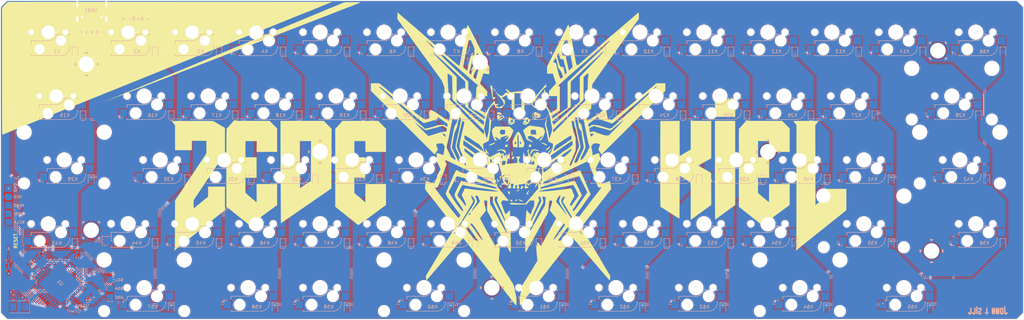
<source format=kicad_pcb>
(kicad_pcb (version 20171130) (host pcbnew 5.1.6)
  (layers (0 F.Cu signal hide) (31 B.Cu signal hide) (34 B.Paste user) (35 F.Paste user) (36 B.SilkS user) (37 F.SilkS user hide) (38 B.Mask user) (39 F.Mask user) (44 Edge.Cuts user))
  (net 0 "")
  (net 1 "Net-(C1-Pad1)")
  (net 2 GND)
  (net 3 "Net-(C2-Pad1)")
  (net 4 "Net-(C3-Pad1)")
  (net 5 VCC)
  (net 6 /C1)
  (net 7 "Net-(D1-Pad1)")
  (net 8 /C2)
  (net 9 "Net-(D2-Pad1)")
  (net 10 /C3)
  (net 11 "Net-(D3-Pad1)")
  (net 12 /C4)
  (net 13 "Net-(D4-Pad1)")
  (net 14 /C5)
  (net 15 "Net-(D5-Pad1)")
  (net 16 /C6)
  (net 17 "Net-(D6-Pad1)")
  (net 18 /C7)
  (net 19 "Net-(D7-Pad1)")
  (net 20 /C8)
  (net 21 "Net-(D8-Pad1)")
  (net 22 /C9)
  (net 23 "Net-(D9-Pad1)")
  (net 24 /C10)
  (net 25 "Net-(D10-Pad1)")
  (net 26 /C11)
  (net 27 "Net-(D11-Pad1)")
  (net 28 /C12)
  (net 29 "Net-(D12-Pad1)")
  (net 30 /C13)
  (net 31 "Net-(D13-Pad1)")
  (net 32 /C14)
  (net 33 "Net-(D14-Pad1)")
  (net 34 "Net-(D15-Pad1)")
  (net 35 "Net-(D16-Pad1)")
  (net 36 "Net-(D17-Pad1)")
  (net 37 "Net-(D18-Pad1)")
  (net 38 "Net-(D19-Pad1)")
  (net 39 "Net-(D20-Pad1)")
  (net 40 "Net-(D21-Pad1)")
  (net 41 "Net-(D22-Pad1)")
  (net 42 "Net-(D23-Pad1)")
  (net 43 "Net-(D24-Pad1)")
  (net 44 "Net-(D25-Pad1)")
  (net 45 "Net-(D26-Pad1)")
  (net 46 "Net-(D27-Pad1)")
  (net 47 "Net-(D28-Pad1)")
  (net 48 "Net-(D29-Pad1)")
  (net 49 "Net-(D30-Pad1)")
  (net 50 "Net-(D31-Pad1)")
  (net 51 "Net-(D32-Pad1)")
  (net 52 "Net-(D33-Pad1)")
  (net 53 "Net-(D34-Pad1)")
  (net 54 "Net-(D35-Pad1)")
  (net 55 "Net-(D36-Pad1)")
  (net 56 "Net-(D37-Pad1)")
  (net 57 "Net-(D38-Pad1)")
  (net 58 "Net-(D39-Pad1)")
  (net 59 "Net-(D40-Pad1)")
  (net 60 "Net-(D41-Pad1)")
  (net 61 "Net-(D42-Pad1)")
  (net 62 "Net-(D43-Pad1)")
  (net 63 "Net-(D44-Pad1)")
  (net 64 "Net-(D45-Pad1)")
  (net 65 "Net-(D46-Pad1)")
  (net 66 "Net-(D47-Pad1)")
  (net 67 "Net-(D48-Pad1)")
  (net 68 "Net-(D49-Pad1)")
  (net 69 "Net-(D50-Pad1)")
  (net 70 "Net-(D51-Pad1)")
  (net 71 "Net-(D52-Pad1)")
  (net 72 "Net-(D53-Pad1)")
  (net 73 "Net-(D54-Pad1)")
  (net 74 "Net-(D55-Pad1)")
  (net 75 "Net-(D56-Pad1)")
  (net 76 "Net-(D57-Pad1)")
  (net 77 "Net-(D58-Pad1)")
  (net 78 "Net-(D59-Pad1)")
  (net 79 "Net-(D60-Pad1)")
  (net 80 "Net-(D61-Pad1)")
  (net 81 "Net-(D62-Pad1)")
  (net 82 "Net-(D63-Pad1)")
  (net 83 "Net-(D64-Pad1)")
  (net 84 "Net-(D65-Pad1)")
  (net 85 "Net-(D66-Pad1)")
  (net 86 /R1)
  (net 87 /R2)
  (net 88 /R3)
  (net 89 /R4)
  (net 90 /R5)
  (net 91 "Net-(R1-Pad2)")
  (net 92 "Net-(R6-Pad1)")
  (net 93 "Net-(U1-Pad44)")
  (net 94 "Net-(U1-Pad43)")
  (net 95 "Net-(U1-Pad42)")
  (net 96 "Net-(U1-Pad35)")
  (net 97 "Net-(U1-Pad34)")
  (net 98 ADC11)
  (net 99 "Net-(U1-Pad23)")
  (net 100 SDA)
  (net 101 SCL)
  (net 102 MISO)
  (net 103 MOSI)
  (net 104 SCLK)
  (net 105 "Net-(R2-Pad1)")
  (net 106 "Net-(R3-Pad1)")
  (net 107 "Net-(R4-Pad2)")
  (net 108 "Net-(R5-Pad2)")
  (net 109 "Net-(USB1-Pad3)")
  (net 110 "Net-(USB1-Pad9)")
  (net 111 /D+)
  (net 112 /D-)
  (module custom:signature (layer B.Cu) (at 313.4 112.9 180)
    (fp_text reference G*** hide)
    (fp_text value LOGO hide)
  )
  (module custom:silkscreen-art (layer F.Cu) (at 172.9 68.3)
    (fp_text reference G*** hide)
    (fp_text value LOGO hide)
  )
  (module Housings_QFP:TQFP-44_10x10mm_Pitch0.8mm (layer B.Cu) (at 38.2 104.4 315)
    (fp_text reference U1 (at 0 0 315) (layer B.SilkS) (effects (justify mirror)))
    (fp_text value "ATmega16U4-AU_(modified)")
    (pad 1 smd rect (at -5.7 4 315) (size 1.5 0.55) (layers B.Cu B.Paste B.Mask) (net 8 /C2))
    (pad 2 smd rect (at -5.7 3.2 315) (size 1.5 0.55) (layers B.Cu B.Paste B.Mask) (net 5 VCC))
    (pad 3 smd rect (at -5.7 2.4 315) (size 1.5 0.55) (layers B.Cu B.Paste B.Mask) (net 112 /D-))
    (pad 4 smd rect (at -5.7 1.6 315) (size 1.5 0.55) (layers B.Cu B.Paste B.Mask) (net 111 /D+))
    (pad 5 smd rect (at -5.7 0.8 315) (size 1.5 0.55) (layers B.Cu B.Paste B.Mask) (net 2 GND))
    (pad 6 smd rect (at -5.7 0 315) (size 1.5 0.55) (layers B.Cu B.Paste B.Mask) (net 1 "Net-(C1-Pad1)"))
    (pad 7 smd rect (at -5.7 -0.8 315) (size 1.5 0.55) (layers B.Cu B.Paste B.Mask) (net 5 VCC))
    (pad 8 smd rect (at -5.7 -1.6 315) (size 1.5 0.55) (layers B.Cu B.Paste B.Mask) (net 32 /C14))
    (pad 9 smd rect (at -5.7 -2.4 315) (size 1.5 0.55) (layers B.Cu B.Paste B.Mask) (net 104 SCLK))
    (pad 10 smd rect (at -5.7 -3.2 315) (size 1.5 0.55) (layers B.Cu B.Paste B.Mask) (net 103 MOSI))
    (pad 11 smd rect (at -5.7 -4 315) (size 1.5 0.55) (layers B.Cu B.Paste B.Mask) (net 102 MISO))
    (pad 12 smd rect (at -4 -5.7 225) (size 1.5 0.55) (layers B.Cu B.Paste B.Mask) (net 26 /C11))
    (pad 13 smd rect (at -3.2 -5.7 225) (size 1.5 0.55) (layers B.Cu B.Paste B.Mask) (net 91 "Net-(R1-Pad2)"))
    (pad 14 smd rect (at -2.4 -5.7 225) (size 1.5 0.55) (layers B.Cu B.Paste B.Mask) (net 5 VCC))
    (pad 15 smd rect (at -1.6 -5.7 225) (size 1.5 0.55) (layers B.Cu B.Paste B.Mask) (net 2 GND))
    (pad 16 smd rect (at -0.8 -5.7 225) (size 1.5 0.55) (layers B.Cu B.Paste B.Mask) (net 4 "Net-(C3-Pad1)"))
    (pad 17 smd rect (at 0 -5.7 225) (size 1.5 0.55) (layers B.Cu B.Paste B.Mask) (net 3 "Net-(C2-Pad1)"))
    (pad 18 smd rect (at 0.8 -5.7 225) (size 1.5 0.55) (layers B.Cu B.Paste B.Mask) (net 101 SCL))
    (pad 19 smd rect (at 1.6 -5.7 225) (size 1.5 0.55) (layers B.Cu B.Paste B.Mask) (net 100 SDA))
    (pad 20 smd rect (at 2.4 -5.7 225) (size 1.5 0.55) (layers B.Cu B.Paste B.Mask) (net 24 /C10))
    (pad 21 smd rect (at 3.2 -5.7 225) (size 1.5 0.55) (layers B.Cu B.Paste B.Mask) (net 22 /C9))
    (pad 22 smd rect (at 4 -5.7 225) (size 1.5 0.55) (layers B.Cu B.Paste B.Mask) (net 18 /C7))
    (pad 23 smd rect (at 5.7 -4 315) (size 1.5 0.55) (layers B.Cu B.Paste B.Mask) (net 99 "Net-(U1-Pad23)"))
    (pad 24 smd rect (at 5.7 -3.2 315) (size 1.5 0.55) (layers B.Cu B.Paste B.Mask) (net 5 VCC))
    (pad 25 smd rect (at 5.7 -2.4 315) (size 1.5 0.55) (layers B.Cu B.Paste B.Mask) (net 20 /C8))
    (pad 26 smd rect (at 5.7 -1.6 315) (size 1.5 0.55) (layers B.Cu B.Paste B.Mask) (net 16 /C6))
    (pad 27 smd rect (at 5.7 -0.8 315) (size 1.5 0.55) (layers B.Cu B.Paste B.Mask) (net 14 /C5))
    (pad 28 smd rect (at 5.7 0 315) (size 1.5 0.55) (layers B.Cu B.Paste B.Mask) (net 98 ADC11))
    (pad 29 smd rect (at 5.7 0.8 315) (size 1.5 0.55) (layers B.Cu B.Paste B.Mask) (net 30 /C13))
    (pad 30 smd rect (at 5.7 1.6 315) (size 1.5 0.55) (layers B.Cu B.Paste B.Mask) (net 28 /C12))
    (pad 31 smd rect (at 5.7 2.4 315) (size 1.5 0.55) (layers B.Cu B.Paste B.Mask) (net 12 /C4))
    (pad 32 smd rect (at 5.7 3.2 315) (size 1.5 0.55) (layers B.Cu B.Paste B.Mask) (net 10 /C3))
    (pad 33 smd rect (at 5.7 4 315) (size 1.5 0.55) (layers B.Cu B.Paste B.Mask) (net 92 "Net-(R6-Pad1)"))
    (pad 34 smd rect (at 4 5.7 225) (size 1.5 0.55) (layers B.Cu B.Paste B.Mask) (net 97 "Net-(U1-Pad34)"))
    (pad 35 smd rect (at 3.2 5.7 225) (size 1.5 0.55) (layers B.Cu B.Paste B.Mask) (net 96 "Net-(U1-Pad35)"))
    (pad 36 smd rect (at 2.4 5.7 225) (size 1.5 0.55) (layers B.Cu B.Paste B.Mask) (net 6 /C1))
    (pad 37 smd rect (at 1.6 5.7 225) (size 1.5 0.55) (layers B.Cu B.Paste B.Mask) (net 90 /R5))
    (pad 38 smd rect (at 0.8 5.7 225) (size 1.5 0.55) (layers B.Cu B.Paste B.Mask) (net 89 /R4))
    (pad 39 smd rect (at 0 5.7 225) (size 1.5 0.55) (layers B.Cu B.Paste B.Mask) (net 88 /R3))
    (pad 40 smd rect (at -0.8 5.7 225) (size 1.5 0.55) (layers B.Cu B.Paste B.Mask) (net 87 /R2))
    (pad 41 smd rect (at -1.6 5.7 225) (size 1.5 0.55) (layers B.Cu B.Paste B.Mask) (net 86 /R1))
    (pad 42 smd rect (at -2.4 5.7 225) (size 1.5 0.55) (layers B.Cu B.Paste B.Mask) (net 95 "Net-(U1-Pad42)"))
    (pad 43 smd rect (at -3.2 5.7 225) (size 1.5 0.55) (layers B.Cu B.Paste B.Mask) (net 94 "Net-(U1-Pad43)"))
    (pad 44 smd rect (at -4 5.7 225) (size 1.5 0.55) (layers B.Cu B.Paste B.Mask) (net 93 "Net-(U1-Pad44)"))
  )
  (module custom:Kailh_socket_MX_1.00U (layer F.Cu) (at 257.9 67.9)
    (fp_text reference K40 (at 2.54 5.715 180) (layer B.SilkS) (effects (justify mirror)))
    (fp_text value KEYSW)
    (pad 1 smd rect (at -6.29 5.08 180) (size 2.55 2.5) (layers B.Cu B.Paste B.Mask) (net 88 /R3))
    (pad "" np_thru_hole circle (at -2.54 5.08 180) (size 3 3) (drill 3) (layers *.Cu *.Mask))
    (pad "" np_thru_hole circle (at 3.81 2.54 180) (size 3 3) (drill 3) (layers *.Cu *.Mask))
    (pad "" np_thru_hole circle (at 0 0 180) (size 3.9878 3.9878) (drill 3.9878) (layers *.Cu *.Mask))
    (pad "" np_thru_hole circle (at -5.08 0 180) (size 1.7018 1.7018) (drill 1.7018) (layers *.Cu *.Mask))
    (pad "" np_thru_hole circle (at 5.08 0 180) (size 1.7018 1.7018) (drill 1.7018) (layers *.Cu *.Mask))
    (pad 2 smd rect (at 7.56 2.54 180) (size 2.55 2.5) (layers B.Cu B.Paste B.Mask) (net 59 "Net-(D40-Pad1)"))
  )
  (module custom:Kailh_socket_MX_1.00U (layer F.Cu) (at 115.4 86.9)
    (fp_text reference K47 (at 2.54 5.715 180) (layer B.SilkS) (effects (justify mirror)))
    (fp_text value KEYSW)
    (pad 1 smd rect (at -6.29 5.08 180) (size 2.55 2.5) (layers B.Cu B.Paste B.Mask) (net 89 /R4))
    (pad "" np_thru_hole circle (at -2.54 5.08 180) (size 3 3) (drill 3) (layers *.Cu *.Mask))
    (pad "" np_thru_hole circle (at 3.81 2.54 180) (size 3 3) (drill 3) (layers *.Cu *.Mask))
    (pad "" np_thru_hole circle (at 0 0 180) (size 3.9878 3.9878) (drill 3.9878) (layers *.Cu *.Mask))
    (pad "" np_thru_hole circle (at -5.08 0 180) (size 1.7018 1.7018) (drill 1.7018) (layers *.Cu *.Mask))
    (pad "" np_thru_hole circle (at 5.08 0 180) (size 1.7018 1.7018) (drill 1.7018) (layers *.Cu *.Mask))
    (pad 2 smd rect (at 7.56 2.54 180) (size 2.55 2.5) (layers B.Cu B.Paste B.Mask) (net 66 "Net-(D47-Pad1)"))
  )
  (module custom:Kailh_socket_MX_1.00U (layer F.Cu) (at 200.9 67.9)
    (fp_text reference K37 (at 2.54 5.715 180) (layer B.SilkS) (effects (justify mirror)))
    (fp_text value KEYSW)
    (pad 1 smd rect (at -6.29 5.08 180) (size 2.55 2.5) (layers B.Cu B.Paste B.Mask) (net 88 /R3))
    (pad "" np_thru_hole circle (at -2.54 5.08 180) (size 3 3) (drill 3) (layers *.Cu *.Mask))
    (pad "" np_thru_hole circle (at 3.81 2.54 180) (size 3 3) (drill 3) (layers *.Cu *.Mask))
    (pad "" np_thru_hole circle (at 0 0 180) (size 3.9878 3.9878) (drill 3.9878) (layers *.Cu *.Mask))
    (pad "" np_thru_hole circle (at -5.08 0 180) (size 1.7018 1.7018) (drill 1.7018) (layers *.Cu *.Mask))
    (pad "" np_thru_hole circle (at 5.08 0 180) (size 1.7018 1.7018) (drill 1.7018) (layers *.Cu *.Mask))
    (pad 2 smd rect (at 7.56 2.54 180) (size 2.55 2.5) (layers B.Cu B.Paste B.Mask) (net 56 "Net-(D37-Pad1)"))
  )
  (module custom:Kailh_socket_MX_1.00U (layer F.Cu) (at 143.9 67.9)
    (fp_text reference K34 (at 2.54 5.715 180) (layer B.SilkS) (effects (justify mirror)))
    (fp_text value KEYSW)
    (pad 1 smd rect (at -6.29 5.08 180) (size 2.55 2.5) (layers B.Cu B.Paste B.Mask) (net 88 /R3))
    (pad "" np_thru_hole circle (at -2.54 5.08 180) (size 3 3) (drill 3) (layers *.Cu *.Mask))
    (pad "" np_thru_hole circle (at 3.81 2.54 180) (size 3 3) (drill 3) (layers *.Cu *.Mask))
    (pad "" np_thru_hole circle (at 0 0 180) (size 3.9878 3.9878) (drill 3.9878) (layers *.Cu *.Mask))
    (pad "" np_thru_hole circle (at -5.08 0 180) (size 1.7018 1.7018) (drill 1.7018) (layers *.Cu *.Mask))
    (pad "" np_thru_hole circle (at 5.08 0 180) (size 1.7018 1.7018) (drill 1.7018) (layers *.Cu *.Mask))
    (pad 2 smd rect (at 7.56 2.54 180) (size 2.55 2.5) (layers B.Cu B.Paste B.Mask) (net 53 "Net-(D34-Pad1)"))
  )
  (module custom:Kailh_socket_MX_1.00U (layer F.Cu) (at 105.9 67.9)
    (fp_text reference K32 (at 2.54 5.715 180) (layer B.SilkS) (effects (justify mirror)))
    (fp_text value KEYSW)
    (pad 1 smd rect (at -6.29 5.08 180) (size 2.55 2.5) (layers B.Cu B.Paste B.Mask) (net 88 /R3))
    (pad "" np_thru_hole circle (at -2.54 5.08 180) (size 3 3) (drill 3) (layers *.Cu *.Mask))
    (pad "" np_thru_hole circle (at 3.81 2.54 180) (size 3 3) (drill 3) (layers *.Cu *.Mask))
    (pad "" np_thru_hole circle (at 0 0 180) (size 3.9878 3.9878) (drill 3.9878) (layers *.Cu *.Mask))
    (pad "" np_thru_hole circle (at -5.08 0 180) (size 1.7018 1.7018) (drill 1.7018) (layers *.Cu *.Mask))
    (pad "" np_thru_hole circle (at 5.08 0 180) (size 1.7018 1.7018) (drill 1.7018) (layers *.Cu *.Mask))
    (pad 2 smd rect (at 7.56 2.54 180) (size 2.55 2.5) (layers B.Cu B.Paste B.Mask) (net 51 "Net-(D32-Pad1)"))
  )
  (module custom:Kailh_socket_MX_1.00U (layer F.Cu) (at 86.9 67.9)
    (fp_text reference K31 (at 2.54 5.715 180) (layer B.SilkS) (effects (justify mirror)))
    (fp_text value KEYSW)
    (pad 1 smd rect (at -6.29 5.08 180) (size 2.55 2.5) (layers B.Cu B.Paste B.Mask) (net 88 /R3))
    (pad "" np_thru_hole circle (at -2.54 5.08 180) (size 3 3) (drill 3) (layers *.Cu *.Mask))
    (pad "" np_thru_hole circle (at 3.81 2.54 180) (size 3 3) (drill 3) (layers *.Cu *.Mask))
    (pad "" np_thru_hole circle (at 0 0 180) (size 3.9878 3.9878) (drill 3.9878) (layers *.Cu *.Mask))
    (pad "" np_thru_hole circle (at -5.08 0 180) (size 1.7018 1.7018) (drill 1.7018) (layers *.Cu *.Mask))
    (pad "" np_thru_hole circle (at 5.08 0 180) (size 1.7018 1.7018) (drill 1.7018) (layers *.Cu *.Mask))
    (pad 2 smd rect (at 7.56 2.54 180) (size 2.55 2.5) (layers B.Cu B.Paste B.Mask) (net 50 "Net-(D31-Pad1)"))
  )
  (module custom:Kailh_socket_MX_1.25U (layer F.Cu) (at 94.025 105.9)
    (fp_text reference K58 (at 2.54 5.715 180) (layer B.SilkS) (effects (justify mirror)))
    (fp_text value KEYSW)
    (pad 1 smd rect (at -6.29 5.08 180) (size 2.55 2.5) (layers B.Cu B.Paste B.Mask) (net 90 /R5))
    (pad "" np_thru_hole circle (at -2.54 5.08 180) (size 3 3) (drill 3) (layers *.Cu *.Mask))
    (pad "" np_thru_hole circle (at 3.81 2.54 180) (size 3 3) (drill 3) (layers *.Cu *.Mask))
    (pad "" np_thru_hole circle (at 0 0 180) (size 3.9878 3.9878) (drill 3.9878) (layers *.Cu *.Mask))
    (pad "" np_thru_hole circle (at -5.08 0 180) (size 1.7018 1.7018) (drill 1.7018) (layers *.Cu *.Mask))
    (pad "" np_thru_hole circle (at 5.08 0 180) (size 1.7018 1.7018) (drill 1.7018) (layers *.Cu *.Mask))
    (pad 2 smd rect (at 7.56 2.54 180) (size 2.55 2.5) (layers B.Cu B.Paste B.Mask) (net 77 "Net-(D58-Pad1)"))
  )
  (module custom:single-pad (layer B.Cu) (at 22.875 76.4)
    (fp_text reference TP6 hide)
    (fp_text value TestPoint hide)
    (pad 1 smd rect (at 0 0) (size 2 2) (layers B.Cu B.Paste B.Mask) (net 2 GND))
  )
  (module custom:single-pad (layer B.Cu) (at 22.875 78.9)
    (fp_text reference TP6 hide)
    (fp_text value TestPoint hide)
    (pad 1 smd rect (at 0 0) (size 2 2) (layers B.Cu B.Paste B.Mask) (net 5 VCC))
  )
  (module custom:single-pad (layer B.Cu) (at 22.9 86.4)
    (fp_text reference TP10 hide)
    (fp_text value TestPoint hide)
    (pad 1 smd rect (at 0 0) (size 2 2) (layers B.Cu B.Paste B.Mask) (net 104 SCLK))
  )
  (module custom:single-pad (layer B.Cu) (at 22.9 83.9)
    (fp_text reference TP9 hide)
    (fp_text value TestPoint hide)
    (pad 1 smd rect (at 0 0) (size 2 2) (layers B.Cu B.Paste B.Mask) (net 103 MOSI))
  )
  (module custom:single-pad (layer B.Cu) (at 22.9 81.4)
    (fp_text reference TP8 hide)
    (fp_text value TestPoint hide)
    (pad 1 smd rect (at 0 0) (size 2 2) (layers B.Cu B.Paste B.Mask) (net 102 MISO))
  )
  (module custom:single-pad (layer B.Cu) (at 53 108.75)
    (fp_text reference TP7 hide)
    (fp_text value TestPoint hide)
    (pad 1 smd rect (at 0 0) (size 2 2) (layers B.Cu B.Paste B.Mask) (net 98 ADC11))
  )
  (module custom:single-pad (layer B.Cu) (at 53 103.6)
    (fp_text reference TP6 hide)
    (fp_text value TestPoint hide)
    (pad 1 smd rect (at 0 0) (size 2 2) (layers B.Cu B.Paste B.Mask) (net 101 SCL))
  )
  (module custom:single-pad (layer B.Cu) (at 53 106.18)
    (fp_text reference TP5 hide)
    (fp_text value TestPoint hide)
    (pad 1 smd rect (at 0 0) (size 2 2) (layers B.Cu B.Paste B.Mask) (net 100 SDA))
  )
  (module custom:single-pad (layer B.Cu) (at 64.4 23.9)
    (fp_text reference TP4 hide)
    (fp_text value TestPoint hide)
    (pad 1 smd rect (at 0 0) (size 2 2) (layers B.Cu B.Paste B.Mask) (net 2 GND))
  )
  (module custom:single-pad (layer B.Cu) (at 61.9 23.9)
    (fp_text reference TP3 hide)
    (fp_text value TestPoint hide)
    (pad 1 smd rect (at 0 0) (size 2 2) (layers B.Cu B.Paste B.Mask) (net 108 "Net-(R5-Pad2)"))
  )
  (module custom:single-pad (layer B.Cu) (at 59.4 23.9)
    (fp_text reference TP2 hide)
    (fp_text value TestPoint hide)
    (pad 1 smd rect (at 0 0) (size 2 2) (layers B.Cu B.Paste B.Mask) (net 107 "Net-(R4-Pad2)"))
  )
  (module custom:single-pad (layer B.Cu) (at 56.9 23.9)
    (fp_text reference TP1 hide)
    (fp_text value TestPoint hide)
    (pad 1 smd rect (at 0 0) (size 2 2) (layers B.Cu B.Paste B.Mask) (net 5 VCC))
  )
  (module Type-C:HRO-TYPE-C-31-M-12 (layer B.Cu) (at 47.6 19.2)
    (fp_text reference USB1 (at -0.2 4.2) (layer B.SilkS) (effects (justify mirror)))
    (fp_text value HRO-TYPE-C)
    (pad 12 smd rect (at 3.225 7.695) (size 0.6 1.45) (layers B.Cu B.Paste B.Mask) (net 2 GND))
    (pad 1 smd rect (at -3.225 7.695) (size 0.6 1.45) (layers B.Cu B.Paste B.Mask) (net 2 GND))
    (pad 11 smd rect (at 2.45 7.695) (size 0.6 1.45) (layers B.Cu B.Paste B.Mask) (net 5 VCC))
    (pad 2 smd rect (at -2.45 7.695) (size 0.6 1.45) (layers B.Cu B.Paste B.Mask) (net 5 VCC))
    (pad 3 smd rect (at -1.75 7.695) (size 0.3 1.45) (layers B.Cu B.Paste B.Mask) (net 109 "Net-(USB1-Pad3)"))
    (pad 10 smd rect (at 1.75 7.695) (size 0.3 1.45) (layers B.Cu B.Paste B.Mask) (net 106 "Net-(R3-Pad1)"))
    (pad 4 smd rect (at -1.25 7.695) (size 0.3 1.45) (layers B.Cu B.Paste B.Mask) (net 105 "Net-(R2-Pad1)"))
    (pad 9 smd rect (at 1.25 7.695) (size 0.3 1.45) (layers B.Cu B.Paste B.Mask) (net 110 "Net-(USB1-Pad9)"))
    (pad 5 smd rect (at -0.75 7.695) (size 0.3 1.45) (layers B.Cu B.Paste B.Mask) (net 108 "Net-(R5-Pad2)"))
    (pad 8 smd rect (at 0.75 7.695) (size 0.3 1.45) (layers B.Cu B.Paste B.Mask) (net 107 "Net-(R4-Pad2)"))
    (pad 7 smd rect (at 0.25 7.695) (size 0.3 1.45) (layers B.Cu B.Paste B.Mask) (net 108 "Net-(R5-Pad2)"))
    (pad 6 smd rect (at -0.25 7.695) (size 0.3 1.45) (layers B.Cu B.Paste B.Mask) (net 107 "Net-(R4-Pad2)"))
    (pad "" np_thru_hole circle (at 2.89 6.25) (size 0.65 0.65) (drill 0.65) (layers *.Cu *.Mask))
    (pad "" np_thru_hole circle (at -2.89 6.25) (size 0.65 0.65) (drill 0.65) (layers *.Cu *.Mask))
    (pad 13 thru_hole oval (at -4.32 6.78) (size 1 2.1) (drill oval 0.6 1.7) (layers *.Cu F.Mask) (net 2 GND))
    (pad 13 thru_hole oval (at 4.32 6.78) (size 1 2.1) (drill oval 0.6 1.7) (layers *.Cu F.Mask) (net 2 GND))
    (pad 13 thru_hole oval (at -4.32 2.6) (size 1 1.6) (drill oval 0.6 1.2) (layers *.Cu F.Mask) (net 2 GND))
    (pad 13 thru_hole oval (at 4.32 2.6) (size 1 1.6) (drill oval 0.6 1.2) (layers *.Cu F.Mask) (net 2 GND))
  )
  (module custom:hole-indicator (layer F.Cu) (at 297 95)
    (fp_text reference REF** hide)
    (fp_text value hole-indicator hide)
  )
  (module custom:hole-indicator (layer F.Cu) (at 166.4 105.9)
    (fp_text reference REF** hide)
    (fp_text value hole-indicator hide)
  )
  (module custom:hole-indicator (layer F.Cu) (at 47.4 88.8 45)
    (fp_text reference REF** hide)
    (fp_text value hole-indicator hide)
  )
  (module custom:hole-indicator (layer F.Cu) (at 248.4 65.5)
    (fp_text reference REF** hide)
    (fp_text value hole-indicator hide)
  )
  (module custom:hole-indicator (layer F.Cu) (at 115.4 65.5)
    (fp_text reference REF** hide)
    (fp_text value hole-indicator hide)
  )
  (module custom:hole-indicator (layer F.Cu) (at 46 39.4)
    (fp_text reference REF** hide)
    (fp_text value hole-indicator hide)
  )
  (module custom:hole-indicator (layer F.Cu) (at 298.9 35.4 45)
    (fp_text reference REF** hide)
    (fp_text value hole-indicator hide)
  )
  (module custom:hole-indicator (layer F.Cu) (at 162.9 38.8 45)
    (fp_text reference REF** hide)
    (fp_text value hole-indicator hide)
  )
  (module Diodes_SMD:D_SOD-323 (layer B.Cu) (at 261.2 54.8 270)
    (fp_text reference D26 hide)
    (fp_text value 1N4148WS)
    (pad 1 smd rect (at -1.05 0 270) (size 0.6 0.45) (layers B.Cu B.Paste B.Mask) (net 45 "Net-(D26-Pad1)"))
    (pad 2 smd rect (at 1.05 0 270) (size 0.6 0.45) (layers B.Cu B.Paste B.Mask) (net 28 /C12))
  )
  (module Diodes_SMD:D_SOD-323 (layer B.Cu) (at 158.5 39.1 270)
    (fp_text reference D7 hide)
    (fp_text value 1N4148WS)
    (pad 1 smd rect (at -1.05 0 270) (size 0.6 0.45) (layers B.Cu B.Paste B.Mask) (net 19 "Net-(D7-Pad1)"))
    (pad 2 smd rect (at 1.05 0 270) (size 0.6 0.45) (layers B.Cu B.Paste B.Mask) (net 18 /C7))
  )
  (module custom:Stabilizer_MX_2u (layer F.Cu) (at 39.4 67.9 180)
    (fp_text reference REF** hide)
    (fp_text value Stabilizer_MX_2u hide)
    (pad "" np_thru_hole circle (at -11.9 -6.985 180) (size 3.048 3.048) (drill 3.048) (layers *.Cu *.Mask))
    (pad "" np_thru_hole circle (at 11.9 -6.985 180) (size 3.048 3.048) (drill 3.048) (layers *.Cu *.Mask))
    (pad "" np_thru_hole circle (at -11.9 8.255 180) (size 3.9878 3.9878) (drill 3.9878) (layers *.Cu *.Mask))
    (pad "" np_thru_hole circle (at 11.9 8.255 180) (size 3.9878 3.9878) (drill 3.9878) (layers *.Cu *.Mask))
  )
  (module custom:Stabilizer_MX_2u (layer F.Cu) (at 303.025 48.9 180)
    (fp_text reference REF** hide)
    (fp_text value Stabilizer_MX_2u hide)
    (pad "" np_thru_hole circle (at -11.9 -6.985 180) (size 3.048 3.048) (drill 3.048) (layers *.Cu *.Mask))
    (pad "" np_thru_hole circle (at 11.9 -6.985 180) (size 3.048 3.048) (drill 3.048) (layers *.Cu *.Mask))
    (pad "" np_thru_hole circle (at -11.9 8.255 180) (size 3.9878 3.9878) (drill 3.9878) (layers *.Cu *.Mask))
    (pad "" np_thru_hole circle (at 11.9 8.255 180) (size 3.9878 3.9878) (drill 3.9878) (layers *.Cu *.Mask))
  )
  (module custom:Stabilizer_MX_2u (layer F.Cu) (at 305.4 67.9 180)
    (fp_text reference REF** hide)
    (fp_text value Stabilizer_MX_2u hide)
    (pad "" np_thru_hole circle (at -11.9 -6.985 180) (size 3.048 3.048) (drill 3.048) (layers *.Cu *.Mask))
    (pad "" np_thru_hole circle (at 11.9 -6.985 180) (size 3.048 3.048) (drill 3.048) (layers *.Cu *.Mask))
    (pad "" np_thru_hole circle (at -11.9 8.255 180) (size 3.9878 3.9878) (drill 3.9878) (layers *.Cu *.Mask))
    (pad "" np_thru_hole circle (at 11.9 8.255 180) (size 3.9878 3.9878) (drill 3.9878) (layers *.Cu *.Mask))
  )
  (module custom:Stabilizer_MX_2u (layer F.Cu) (at 276.9 86.9 180)
    (fp_text reference REF** hide)
    (fp_text value Stabilizer_MX_2u hide)
    (pad "" np_thru_hole circle (at -11.9 -6.985 180) (size 3.048 3.048) (drill 3.048) (layers *.Cu *.Mask))
    (pad "" np_thru_hole circle (at 11.9 -6.985 180) (size 3.048 3.048) (drill 3.048) (layers *.Cu *.Mask))
    (pad "" np_thru_hole circle (at -11.9 8.255 180) (size 3.9878 3.9878) (drill 3.9878) (layers *.Cu *.Mask))
    (pad "" np_thru_hole circle (at 11.9 8.255 180) (size 3.9878 3.9878) (drill 3.9878) (layers *.Cu *.Mask))
  )
  (module custom:Stabilizer_MX_2u (layer F.Cu) (at 257.9 105.9 180)
    (fp_text reference REF** hide)
    (fp_text value Stabilizer_MX_2u hide)
    (pad "" np_thru_hole circle (at -11.9 -6.985 180) (size 3.048 3.048) (drill 3.048) (layers *.Cu *.Mask))
    (pad "" np_thru_hole circle (at 11.9 -6.985 180) (size 3.048 3.048) (drill 3.048) (layers *.Cu *.Mask))
    (pad "" np_thru_hole circle (at -11.9 8.255 180) (size 3.9878 3.9878) (drill 3.9878) (layers *.Cu *.Mask))
    (pad "" np_thru_hole circle (at 11.9 8.255 180) (size 3.9878 3.9878) (drill 3.9878) (layers *.Cu *.Mask))
  )
  (module custom:Stabilizer_MX_2u (layer F.Cu) (at 146.275 105.9 180)
    (fp_text reference REF** hide)
    (fp_text value Stabilizer_MX_2u hide)
    (pad "" np_thru_hole circle (at -11.9 -6.985 180) (size 3.048 3.048) (drill 3.048) (layers *.Cu *.Mask))
    (pad "" np_thru_hole circle (at 11.9 -6.985 180) (size 3.048 3.048) (drill 3.048) (layers *.Cu *.Mask))
    (pad "" np_thru_hole circle (at -11.9 8.255 180) (size 3.9878 3.9878) (drill 3.9878) (layers *.Cu *.Mask))
    (pad "" np_thru_hole circle (at 11.9 8.255 180) (size 3.9878 3.9878) (drill 3.9878) (layers *.Cu *.Mask))
  )
  (module custom:Stabilizer_MX_2u (layer F.Cu) (at 63.15 105.9 180)
    (fp_text reference REF** hide)
    (fp_text value Stabilizer_MX_2u hide)
    (pad "" np_thru_hole circle (at -11.9 -6.985 180) (size 3.048 3.048) (drill 3.048) (layers *.Cu *.Mask))
    (pad "" np_thru_hole circle (at 11.9 -6.985 180) (size 3.048 3.048) (drill 3.048) (layers *.Cu *.Mask))
    (pad "" np_thru_hole circle (at -11.9 8.255 180) (size 3.9878 3.9878) (drill 3.9878) (layers *.Cu *.Mask))
    (pad "" np_thru_hole circle (at 11.9 8.255 180) (size 3.9878 3.9878) (drill 3.9878) (layers *.Cu *.Mask))
  )
  (module Crystals:Crystal_SMD_5032-2pin_5.0x3.2mm (layer B.Cu) (at 26.05 111.625 180)
    (fp_text reference X1 hide)
    (fp_text value 16MHz)
    (pad 2 smd rect (at 1.85 0 180) (size 2 2.4) (layers B.Cu B.Paste B.Mask) (net 4 "Net-(C3-Pad1)"))
    (pad 1 smd rect (at -1.85 0 180) (size 2 2.4) (layers B.Cu B.Paste B.Mask) (net 3 "Net-(C2-Pad1)"))
  )
  (module custom:pad-button (layer F.Cu) (at 22.9 92 270)
    (fp_text reference SW1 hide)
    (fp_text value SW_PUSH hide)
    (pad 1 smd rect (at -1.5 0 270) (size 2 2) (layers F.Cu F.Paste F.Mask) (net 2 GND))
    (pad 2 smd rect (at 1.5 0 270) (size 2 2) (layers F.Cu F.Paste F.Mask) (net 91 "Net-(R1-Pad2)"))
  )
  (module Resistors_SMD:R_0603 (layer B.Cu) (at 43.3 112.8 45)
    (fp_text reference R6 hide)
    (fp_text value 10K)
    (pad 1 smd rect (at -0.75 0 45) (size 0.5 0.9) (layers B.Cu B.Paste B.Mask) (net 92 "Net-(R6-Pad1)"))
    (pad 2 smd rect (at 0.75 0 45) (size 0.5 0.9) (layers B.Cu B.Paste B.Mask) (net 2 GND))
  )
  (module Resistors_SMD:R_0603 (layer B.Cu) (at 46.8 29.85 90)
    (fp_text reference R5 hide)
    (fp_text value 22)
    (pad 1 smd rect (at -0.75 0 90) (size 0.5 0.9) (layers B.Cu B.Paste B.Mask) (net 112 /D-))
    (pad 2 smd rect (at 0.75 0 90) (size 0.5 0.9) (layers B.Cu B.Paste B.Mask) (net 108 "Net-(R5-Pad2)"))
  )
  (module Resistors_SMD:R_0603 (layer B.Cu) (at 48.4 29.85 90)
    (fp_text reference R4 hide)
    (fp_text value 22)
    (pad 1 smd rect (at -0.75 0 90) (size 0.5 0.9) (layers B.Cu B.Paste B.Mask) (net 111 /D+))
    (pad 2 smd rect (at 0.75 0 90) (size 0.5 0.9) (layers B.Cu B.Paste B.Mask) (net 107 "Net-(R4-Pad2)"))
  )
  (module Resistors_SMD:R_0603 (layer B.Cu) (at 50 29.85 270)
    (fp_text reference R3 hide)
    (fp_text value 5.1K)
    (pad 1 smd rect (at -0.75 0 270) (size 0.5 0.9) (layers B.Cu B.Paste B.Mask) (net 106 "Net-(R3-Pad1)"))
    (pad 2 smd rect (at 0.75 0 270) (size 0.5 0.9) (layers B.Cu B.Paste B.Mask) (net 2 GND))
  )
  (module Resistors_SMD:R_0603 (layer B.Cu) (at 45.2 29.85 270)
    (fp_text reference R2 hide)
    (fp_text value 5.1K)
    (pad 1 smd rect (at -0.75 0 270) (size 0.5 0.9) (layers B.Cu B.Paste B.Mask) (net 105 "Net-(R2-Pad1)"))
    (pad 2 smd rect (at 0.75 0 270) (size 0.5 0.9) (layers B.Cu B.Paste B.Mask) (net 2 GND))
  )
  (module Resistors_SMD:R_0603 (layer B.Cu) (at 22.9 97.9 90)
    (fp_text reference R1 hide)
    (fp_text value 10K)
    (pad 1 smd rect (at -0.75 0 90) (size 0.5 0.9) (layers B.Cu B.Paste B.Mask) (net 5 VCC))
    (pad 2 smd rect (at 0.75 0 90) (size 0.5 0.9) (layers B.Cu B.Paste B.Mask) (net 91 "Net-(R1-Pad2)"))
  )
  (module custom:Kailh_socket_MX_1.50U (layer F.Cu) (at 310.15 29.9)
    (fp_text reference K66 (at 2.54 5.715 180) (layer B.SilkS) (effects (justify mirror)))
    (fp_text value KEYSW)
    (pad 2 smd rect (at 7.56 2.54 180) (size 2.55 2.5) (layers B.Cu B.Paste B.Mask) (net 85 "Net-(D66-Pad1)"))
    (pad "" np_thru_hole circle (at 5.08 0 180) (size 1.7018 1.7018) (drill 1.7018) (layers *.Cu *.Mask))
    (pad "" np_thru_hole circle (at -5.08 0 180) (size 1.7018 1.7018) (drill 1.7018) (layers *.Cu *.Mask))
    (pad "" np_thru_hole circle (at 0 0 180) (size 3.9878 3.9878) (drill 3.9878) (layers *.Cu *.Mask))
    (pad "" np_thru_hole circle (at 3.81 2.54 180) (size 3 3) (drill 3) (layers *.Cu *.Mask))
    (pad "" np_thru_hole circle (at -2.54 5.08 180) (size 3 3) (drill 3) (layers *.Cu *.Mask))
    (pad 1 smd rect (at -6.29 5.08 180) (size 2.55 2.5) (layers B.Cu B.Paste B.Mask) (net 90 /R5))
  )
  (module custom:Kailh_socket_MX_1.25U (layer F.Cu) (at 288.775 105.9)
    (fp_text reference K65 (at 2.54 5.715 180) (layer B.SilkS) (effects (justify mirror)))
    (fp_text value KEYSW)
    (pad 1 smd rect (at -6.29 5.08 180) (size 2.55 2.5) (layers B.Cu B.Paste B.Mask) (net 90 /R5))
    (pad "" np_thru_hole circle (at -2.54 5.08 180) (size 3 3) (drill 3) (layers *.Cu *.Mask))
    (pad "" np_thru_hole circle (at 3.81 2.54 180) (size 3 3) (drill 3) (layers *.Cu *.Mask))
    (pad "" np_thru_hole circle (at 0 0 180) (size 3.9878 3.9878) (drill 3.9878) (layers *.Cu *.Mask))
    (pad "" np_thru_hole circle (at -5.08 0 180) (size 1.7018 1.7018) (drill 1.7018) (layers *.Cu *.Mask))
    (pad "" np_thru_hole circle (at 5.08 0 180) (size 1.7018 1.7018) (drill 1.7018) (layers *.Cu *.Mask))
    (pad 2 smd rect (at 7.56 2.54 180) (size 2.55 2.5) (layers B.Cu B.Paste B.Mask) (net 84 "Net-(D65-Pad1)"))
  )
  (module custom:Kailh_socket_MX_2.00U (layer F.Cu) (at 257.9 105.9)
    (fp_text reference K64 (at 2.54 5.715 180) (layer B.SilkS) (effects (justify mirror)))
    (fp_text value KEYSW)
    (pad 2 smd rect (at 7.56 2.54 180) (size 2.55 2.5) (layers B.Cu B.Paste B.Mask) (net 83 "Net-(D64-Pad1)"))
    (pad "" np_thru_hole circle (at 5.08 0 180) (size 1.7018 1.7018) (drill 1.7018) (layers *.Cu *.Mask))
    (pad "" np_thru_hole circle (at -5.08 0 180) (size 1.7018 1.7018) (drill 1.7018) (layers *.Cu *.Mask))
    (pad "" np_thru_hole circle (at 0 0 180) (size 3.9878 3.9878) (drill 3.9878) (layers *.Cu *.Mask))
    (pad "" np_thru_hole circle (at 3.81 2.54 180) (size 3 3) (drill 3) (layers *.Cu *.Mask))
    (pad "" np_thru_hole circle (at -2.54 5.08 180) (size 3 3) (drill 3) (layers *.Cu *.Mask))
    (pad 1 smd rect (at -6.29 5.08 180) (size 2.55 2.5) (layers B.Cu B.Paste B.Mask) (net 90 /R5))
  )
  (module custom:Kailh_socket_MX_1.25U (layer F.Cu) (at 227.025 105.9)
    (fp_text reference K63 (at 2.54 5.715 180) (layer B.SilkS) (effects (justify mirror)))
    (fp_text value KEYSW)
    (pad 1 smd rect (at -6.29 5.08 180) (size 2.55 2.5) (layers B.Cu B.Paste B.Mask) (net 90 /R5))
    (pad "" np_thru_hole circle (at -2.54 5.08 180) (size 3 3) (drill 3) (layers *.Cu *.Mask))
    (pad "" np_thru_hole circle (at 3.81 2.54 180) (size 3 3) (drill 3) (layers *.Cu *.Mask))
    (pad "" np_thru_hole circle (at 0 0 180) (size 3.9878 3.9878) (drill 3.9878) (layers *.Cu *.Mask))
    (pad "" np_thru_hole circle (at -5.08 0 180) (size 1.7018 1.7018) (drill 1.7018) (layers *.Cu *.Mask))
    (pad "" np_thru_hole circle (at 5.08 0 180) (size 1.7018 1.7018) (drill 1.7018) (layers *.Cu *.Mask))
    (pad 2 smd rect (at 7.56 2.54 180) (size 2.55 2.5) (layers B.Cu B.Paste B.Mask) (net 82 "Net-(D63-Pad1)"))
  )
  (module custom:Kailh_socket_MX_1.25U (layer F.Cu) (at 203.275 105.9)
    (fp_text reference K62 (at 2.54 5.715 180) (layer B.SilkS) (effects (justify mirror)))
    (fp_text value KEYSW)
    (pad 1 smd rect (at -6.29 5.08 180) (size 2.55 2.5) (layers B.Cu B.Paste B.Mask) (net 90 /R5))
    (pad "" np_thru_hole circle (at -2.54 5.08 180) (size 3 3) (drill 3) (layers *.Cu *.Mask))
    (pad "" np_thru_hole circle (at 3.81 2.54 180) (size 3 3) (drill 3) (layers *.Cu *.Mask))
    (pad "" np_thru_hole circle (at 0 0 180) (size 3.9878 3.9878) (drill 3.9878) (layers *.Cu *.Mask))
    (pad "" np_thru_hole circle (at -5.08 0 180) (size 1.7018 1.7018) (drill 1.7018) (layers *.Cu *.Mask))
    (pad "" np_thru_hole circle (at 5.08 0 180) (size 1.7018 1.7018) (drill 1.7018) (layers *.Cu *.Mask))
    (pad 2 smd rect (at 7.56 2.54 180) (size 2.55 2.5) (layers B.Cu B.Paste B.Mask) (net 81 "Net-(D62-Pad1)"))
  )
  (module custom:Kailh_socket_MX_1.25U (layer F.Cu) (at 179.525 105.9)
    (fp_text reference K61 (at 2.54 5.715 180) (layer B.SilkS) (effects (justify mirror)))
    (fp_text value KEYSW)
    (pad 1 smd rect (at -6.29 5.08 180) (size 2.55 2.5) (layers B.Cu B.Paste B.Mask) (net 90 /R5))
    (pad "" np_thru_hole circle (at -2.54 5.08 180) (size 3 3) (drill 3) (layers *.Cu *.Mask))
    (pad "" np_thru_hole circle (at 3.81 2.54 180) (size 3 3) (drill 3) (layers *.Cu *.Mask))
    (pad "" np_thru_hole circle (at 0 0 180) (size 3.9878 3.9878) (drill 3.9878) (layers *.Cu *.Mask))
    (pad "" np_thru_hole circle (at -5.08 0 180) (size 1.7018 1.7018) (drill 1.7018) (layers *.Cu *.Mask))
    (pad "" np_thru_hole circle (at 5.08 0 180) (size 1.7018 1.7018) (drill 1.7018) (layers *.Cu *.Mask))
    (pad 2 smd rect (at 7.56 2.54 180) (size 2.55 2.5) (layers B.Cu B.Paste B.Mask) (net 80 "Net-(D61-Pad1)"))
  )
  (module custom:Kailh_socket_MX_2.25U (layer F.Cu) (at 146.275 105.9)
    (fp_text reference K60 (at 2.54 5.715 180) (layer B.SilkS) (effects (justify mirror)))
    (fp_text value KEYSW)
    (pad 2 smd rect (at 7.56 2.54 180) (size 2.55 2.5) (layers B.Cu B.Paste B.Mask) (net 79 "Net-(D60-Pad1)"))
    (pad "" np_thru_hole circle (at 5.08 0 180) (size 1.7018 1.7018) (drill 1.7018) (layers *.Cu *.Mask))
    (pad "" np_thru_hole circle (at -5.08 0 180) (size 1.7018 1.7018) (drill 1.7018) (layers *.Cu *.Mask))
    (pad "" np_thru_hole circle (at 0 0 180) (size 3.9878 3.9878) (drill 3.9878) (layers *.Cu *.Mask))
    (pad "" np_thru_hole circle (at 3.81 2.54 180) (size 3 3) (drill 3) (layers *.Cu *.Mask))
    (pad "" np_thru_hole circle (at -2.54 5.08 180) (size 3 3) (drill 3) (layers *.Cu *.Mask))
    (pad 1 smd rect (at -6.29 5.08 180) (size 2.55 2.5) (layers B.Cu B.Paste B.Mask) (net 90 /R5))
  )
  (module custom:Kailh_socket_MX_1.00U (layer F.Cu) (at 115.4 105.9)
    (fp_text reference K59 (at 2.54 5.715 180) (layer B.SilkS) (effects (justify mirror)))
    (fp_text value KEYSW)
    (pad 1 smd rect (at -6.29 5.08 180) (size 2.55 2.5) (layers B.Cu B.Paste B.Mask) (net 90 /R5))
    (pad "" np_thru_hole circle (at -2.54 5.08 180) (size 3 3) (drill 3) (layers *.Cu *.Mask))
    (pad "" np_thru_hole circle (at 3.81 2.54 180) (size 3 3) (drill 3) (layers *.Cu *.Mask))
    (pad "" np_thru_hole circle (at 0 0 180) (size 3.9878 3.9878) (drill 3.9878) (layers *.Cu *.Mask))
    (pad "" np_thru_hole circle (at -5.08 0 180) (size 1.7018 1.7018) (drill 1.7018) (layers *.Cu *.Mask))
    (pad "" np_thru_hole circle (at 5.08 0 180) (size 1.7018 1.7018) (drill 1.7018) (layers *.Cu *.Mask))
    (pad 2 smd rect (at 7.56 2.54 180) (size 2.55 2.5) (layers B.Cu B.Paste B.Mask) (net 78 "Net-(D59-Pad1)"))
  )
  (module custom:Kailh_socket_MX_2.00U (layer F.Cu) (at 63.15 105.9)
    (fp_text reference K57 (at 2.54 5.715 180) (layer B.SilkS) (effects (justify mirror)))
    (fp_text value KEYSW)
    (pad 1 smd rect (at -6.29 5.08 180) (size 2.55 2.5) (layers B.Cu B.Paste B.Mask) (net 90 /R5))
    (pad "" np_thru_hole circle (at -2.54 5.08 180) (size 3 3) (drill 3) (layers *.Cu *.Mask))
    (pad "" np_thru_hole circle (at 3.81 2.54 180) (size 3 3) (drill 3) (layers *.Cu *.Mask))
    (pad "" np_thru_hole circle (at 0 0 180) (size 3.9878 3.9878) (drill 3.9878) (layers *.Cu *.Mask))
    (pad "" np_thru_hole circle (at -5.08 0 180) (size 1.7018 1.7018) (drill 1.7018) (layers *.Cu *.Mask))
    (pad "" np_thru_hole circle (at 5.08 0 180) (size 1.7018 1.7018) (drill 1.7018) (layers *.Cu *.Mask))
    (pad 2 smd rect (at 7.56 2.54 180) (size 2.55 2.5) (layers B.Cu B.Paste B.Mask) (net 76 "Net-(D57-Pad1)"))
  )
  (module custom:Kailh_socket_MX_1.50U (layer F.Cu) (at 310.15 86.9)
    (fp_text reference K56 (at 2.54 5.715 180) (layer B.SilkS) (effects (justify mirror)))
    (fp_text value KEYSW)
    (pad 2 smd rect (at 7.56 2.54 180) (size 2.55 2.5) (layers B.Cu B.Paste B.Mask) (net 75 "Net-(D56-Pad1)"))
    (pad "" np_thru_hole circle (at 5.08 0 180) (size 1.7018 1.7018) (drill 1.7018) (layers *.Cu *.Mask))
    (pad "" np_thru_hole circle (at -5.08 0 180) (size 1.7018 1.7018) (drill 1.7018) (layers *.Cu *.Mask))
    (pad "" np_thru_hole circle (at 0 0 180) (size 3.9878 3.9878) (drill 3.9878) (layers *.Cu *.Mask))
    (pad "" np_thru_hole circle (at 3.81 2.54 180) (size 3 3) (drill 3) (layers *.Cu *.Mask))
    (pad "" np_thru_hole circle (at -2.54 5.08 180) (size 3 3) (drill 3) (layers *.Cu *.Mask))
    (pad 1 smd rect (at -6.29 5.08 180) (size 2.55 2.5) (layers B.Cu B.Paste B.Mask) (net 89 /R4))
  )
  (module custom:Kailh_socket_MX_2.00U (layer F.Cu) (at 276.9 86.9)
    (fp_text reference K55 (at 2.54 5.715 180) (layer B.SilkS) (effects (justify mirror)))
    (fp_text value KEYSW)
    (pad 2 smd rect (at 7.56 2.54 180) (size 2.55 2.5) (layers B.Cu B.Paste B.Mask) (net 74 "Net-(D55-Pad1)"))
    (pad "" np_thru_hole circle (at 5.08 0 180) (size 1.7018 1.7018) (drill 1.7018) (layers *.Cu *.Mask))
    (pad "" np_thru_hole circle (at -5.08 0 180) (size 1.7018 1.7018) (drill 1.7018) (layers *.Cu *.Mask))
    (pad "" np_thru_hole circle (at 0 0 180) (size 3.9878 3.9878) (drill 3.9878) (layers *.Cu *.Mask))
    (pad "" np_thru_hole circle (at 3.81 2.54 180) (size 3 3) (drill 3) (layers *.Cu *.Mask))
    (pad "" np_thru_hole circle (at -2.54 5.08 180) (size 3 3) (drill 3) (layers *.Cu *.Mask))
    (pad 1 smd rect (at -6.29 5.08 180) (size 2.55 2.5) (layers B.Cu B.Paste B.Mask) (net 89 /R4))
  )
  (module custom:Kailh_socket_MX_1.00U (layer F.Cu) (at 248.4 86.9)
    (fp_text reference K54 (at 2.54 5.715 180) (layer B.SilkS) (effects (justify mirror)))
    (fp_text value KEYSW)
    (pad 1 smd rect (at -6.29 5.08 180) (size 2.55 2.5) (layers B.Cu B.Paste B.Mask) (net 89 /R4))
    (pad "" np_thru_hole circle (at -2.54 5.08 180) (size 3 3) (drill 3) (layers *.Cu *.Mask))
    (pad "" np_thru_hole circle (at 3.81 2.54 180) (size 3 3) (drill 3) (layers *.Cu *.Mask))
    (pad "" np_thru_hole circle (at 0 0 180) (size 3.9878 3.9878) (drill 3.9878) (layers *.Cu *.Mask))
    (pad "" np_thru_hole circle (at -5.08 0 180) (size 1.7018 1.7018) (drill 1.7018) (layers *.Cu *.Mask))
    (pad "" np_thru_hole circle (at 5.08 0 180) (size 1.7018 1.7018) (drill 1.7018) (layers *.Cu *.Mask))
    (pad 2 smd rect (at 7.56 2.54 180) (size 2.55 2.5) (layers B.Cu B.Paste B.Mask) (net 73 "Net-(D54-Pad1)"))
  )
  (module custom:Kailh_socket_MX_1.00U (layer F.Cu) (at 229.4 86.9)
    (fp_text reference K53 (at 2.54 5.715 180) (layer B.SilkS) (effects (justify mirror)))
    (fp_text value KEYSW)
    (pad 1 smd rect (at -6.29 5.08 180) (size 2.55 2.5) (layers B.Cu B.Paste B.Mask) (net 89 /R4))
    (pad "" np_thru_hole circle (at -2.54 5.08 180) (size 3 3) (drill 3) (layers *.Cu *.Mask))
    (pad "" np_thru_hole circle (at 3.81 2.54 180) (size 3 3) (drill 3) (layers *.Cu *.Mask))
    (pad "" np_thru_hole circle (at 0 0 180) (size 3.9878 3.9878) (drill 3.9878) (layers *.Cu *.Mask))
    (pad "" np_thru_hole circle (at -5.08 0 180) (size 1.7018 1.7018) (drill 1.7018) (layers *.Cu *.Mask))
    (pad "" np_thru_hole circle (at 5.08 0 180) (size 1.7018 1.7018) (drill 1.7018) (layers *.Cu *.Mask))
    (pad 2 smd rect (at 7.56 2.54 180) (size 2.55 2.5) (layers B.Cu B.Paste B.Mask) (net 72 "Net-(D53-Pad1)"))
  )
  (module custom:Kailh_socket_MX_1.00U (layer F.Cu) (at 210.4 86.9)
    (fp_text reference K52 (at 2.54 5.715 180) (layer B.SilkS) (effects (justify mirror)))
    (fp_text value KEYSW)
    (pad 1 smd rect (at -6.29 5.08 180) (size 2.55 2.5) (layers B.Cu B.Paste B.Mask) (net 89 /R4))
    (pad "" np_thru_hole circle (at -2.54 5.08 180) (size 3 3) (drill 3) (layers *.Cu *.Mask))
    (pad "" np_thru_hole circle (at 3.81 2.54 180) (size 3 3) (drill 3) (layers *.Cu *.Mask))
    (pad "" np_thru_hole circle (at 0 0 180) (size 3.9878 3.9878) (drill 3.9878) (layers *.Cu *.Mask))
    (pad "" np_thru_hole circle (at -5.08 0 180) (size 1.7018 1.7018) (drill 1.7018) (layers *.Cu *.Mask))
    (pad "" np_thru_hole circle (at 5.08 0 180) (size 1.7018 1.7018) (drill 1.7018) (layers *.Cu *.Mask))
    (pad 2 smd rect (at 7.56 2.54 180) (size 2.55 2.5) (layers B.Cu B.Paste B.Mask) (net 71 "Net-(D52-Pad1)"))
  )
  (module custom:Kailh_socket_MX_1.00U (layer F.Cu) (at 191.4 86.9)
    (fp_text reference K51 (at 2.54 5.715 180) (layer B.SilkS) (effects (justify mirror)))
    (fp_text value KEYSW)
    (pad 1 smd rect (at -6.29 5.08 180) (size 2.55 2.5) (layers B.Cu B.Paste B.Mask) (net 89 /R4))
    (pad "" np_thru_hole circle (at -2.54 5.08 180) (size 3 3) (drill 3) (layers *.Cu *.Mask))
    (pad "" np_thru_hole circle (at 3.81 2.54 180) (size 3 3) (drill 3) (layers *.Cu *.Mask))
    (pad "" np_thru_hole circle (at 0 0 180) (size 3.9878 3.9878) (drill 3.9878) (layers *.Cu *.Mask))
    (pad "" np_thru_hole circle (at -5.08 0 180) (size 1.7018 1.7018) (drill 1.7018) (layers *.Cu *.Mask))
    (pad "" np_thru_hole circle (at 5.08 0 180) (size 1.7018 1.7018) (drill 1.7018) (layers *.Cu *.Mask))
    (pad 2 smd rect (at 7.56 2.54 180) (size 2.55 2.5) (layers B.Cu B.Paste B.Mask) (net 70 "Net-(D51-Pad1)"))
  )
  (module custom:Kailh_socket_MX_1.00U (layer F.Cu) (at 172.4 86.9)
    (fp_text reference K50 (at 2.54 5.715 180) (layer B.SilkS) (effects (justify mirror)))
    (fp_text value KEYSW)
    (pad 1 smd rect (at -6.29 5.08 180) (size 2.55 2.5) (layers B.Cu B.Paste B.Mask) (net 89 /R4))
    (pad "" np_thru_hole circle (at -2.54 5.08 180) (size 3 3) (drill 3) (layers *.Cu *.Mask))
    (pad "" np_thru_hole circle (at 3.81 2.54 180) (size 3 3) (drill 3) (layers *.Cu *.Mask))
    (pad "" np_thru_hole circle (at 0 0 180) (size 3.9878 3.9878) (drill 3.9878) (layers *.Cu *.Mask))
    (pad "" np_thru_hole circle (at -5.08 0 180) (size 1.7018 1.7018) (drill 1.7018) (layers *.Cu *.Mask))
    (pad "" np_thru_hole circle (at 5.08 0 180) (size 1.7018 1.7018) (drill 1.7018) (layers *.Cu *.Mask))
    (pad 2 smd rect (at 7.56 2.54 180) (size 2.55 2.5) (layers B.Cu B.Paste B.Mask) (net 69 "Net-(D50-Pad1)"))
  )
  (module custom:Kailh_socket_MX_1.00U (layer F.Cu) (at 153.4 86.9)
    (fp_text reference K49 (at 2.54 5.715 180) (layer B.SilkS) (effects (justify mirror)))
    (fp_text value KEYSW)
    (pad 1 smd rect (at -6.29 5.08 180) (size 2.55 2.5) (layers B.Cu B.Paste B.Mask) (net 89 /R4))
    (pad "" np_thru_hole circle (at -2.54 5.08 180) (size 3 3) (drill 3) (layers *.Cu *.Mask))
    (pad "" np_thru_hole circle (at 3.81 2.54 180) (size 3 3) (drill 3) (layers *.Cu *.Mask))
    (pad "" np_thru_hole circle (at 0 0 180) (size 3.9878 3.9878) (drill 3.9878) (layers *.Cu *.Mask))
    (pad "" np_thru_hole circle (at -5.08 0 180) (size 1.7018 1.7018) (drill 1.7018) (layers *.Cu *.Mask))
    (pad "" np_thru_hole circle (at 5.08 0 180) (size 1.7018 1.7018) (drill 1.7018) (layers *.Cu *.Mask))
    (pad 2 smd rect (at 7.56 2.54 180) (size 2.55 2.5) (layers B.Cu B.Paste B.Mask) (net 68 "Net-(D49-Pad1)"))
  )
  (module custom:Kailh_socket_MX_1.00U (layer F.Cu) (at 134.4 86.9)
    (fp_text reference K48 (at 2.54 5.715 180) (layer B.SilkS) (effects (justify mirror)))
    (fp_text value KEYSW)
    (pad 1 smd rect (at -6.29 5.08 180) (size 2.55 2.5) (layers B.Cu B.Paste B.Mask) (net 89 /R4))
    (pad "" np_thru_hole circle (at -2.54 5.08 180) (size 3 3) (drill 3) (layers *.Cu *.Mask))
    (pad "" np_thru_hole circle (at 3.81 2.54 180) (size 3 3) (drill 3) (layers *.Cu *.Mask))
    (pad "" np_thru_hole circle (at 0 0 180) (size 3.9878 3.9878) (drill 3.9878) (layers *.Cu *.Mask))
    (pad "" np_thru_hole circle (at -5.08 0 180) (size 1.7018 1.7018) (drill 1.7018) (layers *.Cu *.Mask))
    (pad "" np_thru_hole circle (at 5.08 0 180) (size 1.7018 1.7018) (drill 1.7018) (layers *.Cu *.Mask))
    (pad 2 smd rect (at 7.56 2.54 180) (size 2.55 2.5) (layers B.Cu B.Paste B.Mask) (net 67 "Net-(D48-Pad1)"))
  )
  (module custom:Kailh_socket_MX_1.00U (layer F.Cu) (at 96.4 86.9)
    (fp_text reference K46 (at 2.54 5.715 180) (layer B.SilkS) (effects (justify mirror)))
    (fp_text value KEYSW)
    (pad 1 smd rect (at -6.29 5.08 180) (size 2.55 2.5) (layers B.Cu B.Paste B.Mask) (net 89 /R4))
    (pad "" np_thru_hole circle (at -2.54 5.08 180) (size 3 3) (drill 3) (layers *.Cu *.Mask))
    (pad "" np_thru_hole circle (at 3.81 2.54 180) (size 3 3) (drill 3) (layers *.Cu *.Mask))
    (pad "" np_thru_hole circle (at 0 0 180) (size 3.9878 3.9878) (drill 3.9878) (layers *.Cu *.Mask))
    (pad "" np_thru_hole circle (at -5.08 0 180) (size 1.7018 1.7018) (drill 1.7018) (layers *.Cu *.Mask))
    (pad "" np_thru_hole circle (at 5.08 0 180) (size 1.7018 1.7018) (drill 1.7018) (layers *.Cu *.Mask))
    (pad 2 smd rect (at 7.56 2.54 180) (size 2.55 2.5) (layers B.Cu B.Paste B.Mask) (net 65 "Net-(D46-Pad1)"))
  )
  (module custom:Kailh_socket_MX_1.00U (layer F.Cu) (at 77.4 86.9)
    (fp_text reference K45 (at 2.54 5.715 180) (layer B.SilkS) (effects (justify mirror)))
    (fp_text value KEYSW)
    (pad 1 smd rect (at -6.29 5.08 180) (size 2.55 2.5) (layers B.Cu B.Paste B.Mask) (net 89 /R4))
    (pad "" np_thru_hole circle (at -2.54 5.08 180) (size 3 3) (drill 3) (layers *.Cu *.Mask))
    (pad "" np_thru_hole circle (at 3.81 2.54 180) (size 3 3) (drill 3) (layers *.Cu *.Mask))
    (pad "" np_thru_hole circle (at 0 0 180) (size 3.9878 3.9878) (drill 3.9878) (layers *.Cu *.Mask))
    (pad "" np_thru_hole circle (at -5.08 0 180) (size 1.7018 1.7018) (drill 1.7018) (layers *.Cu *.Mask))
    (pad "" np_thru_hole circle (at 5.08 0 180) (size 1.7018 1.7018) (drill 1.7018) (layers *.Cu *.Mask))
    (pad 2 smd rect (at 7.56 2.54 180) (size 2.55 2.5) (layers B.Cu B.Paste B.Mask) (net 64 "Net-(D45-Pad1)"))
  )
  (module custom:Kailh_socket_MX_1.00U (layer F.Cu) (at 58.4 86.9)
    (fp_text reference K44 (at 2.54 5.715 180) (layer B.SilkS) (effects (justify mirror)))
    (fp_text value KEYSW)
    (pad 1 smd rect (at -6.29 5.08 180) (size 2.55 2.5) (layers B.Cu B.Paste B.Mask) (net 89 /R4))
    (pad "" np_thru_hole circle (at -2.54 5.08 180) (size 3 3) (drill 3) (layers *.Cu *.Mask))
    (pad "" np_thru_hole circle (at 3.81 2.54 180) (size 3 3) (drill 3) (layers *.Cu *.Mask))
    (pad "" np_thru_hole circle (at 0 0 180) (size 3.9878 3.9878) (drill 3.9878) (layers *.Cu *.Mask))
    (pad "" np_thru_hole circle (at -5.08 0 180) (size 1.7018 1.7018) (drill 1.7018) (layers *.Cu *.Mask))
    (pad "" np_thru_hole circle (at 5.08 0 180) (size 1.7018 1.7018) (drill 1.7018) (layers *.Cu *.Mask))
    (pad 2 smd rect (at 7.56 2.54 180) (size 2.55 2.5) (layers B.Cu B.Paste B.Mask) (net 63 "Net-(D44-Pad1)"))
  )
  (module custom:Kailh_socket_MX_1.50U (layer F.Cu) (at 34.65 86.92)
    (fp_text reference K43 (at 2.54 5.715 180) (layer B.SilkS) (effects (justify mirror)))
    (fp_text value KEYSW)
    (pad 2 smd rect (at 7.56 2.54 180) (size 2.55 2.5) (layers B.Cu B.Paste B.Mask) (net 62 "Net-(D43-Pad1)"))
    (pad "" np_thru_hole circle (at 5.08 0 180) (size 1.7018 1.7018) (drill 1.7018) (layers *.Cu *.Mask))
    (pad "" np_thru_hole circle (at -5.08 0 180) (size 1.7018 1.7018) (drill 1.7018) (layers *.Cu *.Mask))
    (pad "" np_thru_hole circle (at 0 0 180) (size 3.9878 3.9878) (drill 3.9878) (layers *.Cu *.Mask))
    (pad "" np_thru_hole circle (at 3.81 2.54 180) (size 3 3) (drill 3) (layers *.Cu *.Mask))
    (pad "" np_thru_hole circle (at -2.54 5.08 180) (size 3 3) (drill 3) (layers *.Cu *.Mask))
    (pad 1 smd rect (at -6.29 5.08 180) (size 2.55 2.5) (layers B.Cu B.Paste B.Mask) (net 89 /R4))
  )
  (module custom:Kailh_socket_MX_2.00U (layer F.Cu) (at 305.4 67.9)
    (fp_text reference K42 (at 2.54 5.715 180) (layer B.SilkS) (effects (justify mirror)))
    (fp_text value KEYSW)
    (pad 2 smd rect (at 7.56 2.54 180) (size 2.55 2.5) (layers B.Cu B.Paste B.Mask) (net 61 "Net-(D42-Pad1)"))
    (pad "" np_thru_hole circle (at 5.08 0 180) (size 1.7018 1.7018) (drill 1.7018) (layers *.Cu *.Mask))
    (pad "" np_thru_hole circle (at -5.08 0 180) (size 1.7018 1.7018) (drill 1.7018) (layers *.Cu *.Mask))
    (pad "" np_thru_hole circle (at 0 0 180) (size 3.9878 3.9878) (drill 3.9878) (layers *.Cu *.Mask))
    (pad "" np_thru_hole circle (at 3.81 2.54 180) (size 3 3) (drill 3) (layers *.Cu *.Mask))
    (pad "" np_thru_hole circle (at -2.54 5.08 180) (size 3 3) (drill 3) (layers *.Cu *.Mask))
    (pad 1 smd rect (at -6.29 5.08 180) (size 2.55 2.5) (layers B.Cu B.Paste B.Mask) (net 88 /R3))
  )
  (module custom:Kailh_socket_MX_1.00U (layer F.Cu) (at 276.9 67.9)
    (fp_text reference K41 (at 2.54 5.715 180) (layer B.SilkS) (effects (justify mirror)))
    (fp_text value KEYSW)
    (pad 1 smd rect (at -6.29 5.08 180) (size 2.55 2.5) (layers B.Cu B.Paste B.Mask) (net 88 /R3))
    (pad "" np_thru_hole circle (at -2.54 5.08 180) (size 3 3) (drill 3) (layers *.Cu *.Mask))
    (pad "" np_thru_hole circle (at 3.81 2.54 180) (size 3 3) (drill 3) (layers *.Cu *.Mask))
    (pad "" np_thru_hole circle (at 0 0 180) (size 3.9878 3.9878) (drill 3.9878) (layers *.Cu *.Mask))
    (pad "" np_thru_hole circle (at -5.08 0 180) (size 1.7018 1.7018) (drill 1.7018) (layers *.Cu *.Mask))
    (pad "" np_thru_hole circle (at 5.08 0 180) (size 1.7018 1.7018) (drill 1.7018) (layers *.Cu *.Mask))
    (pad 2 smd rect (at 7.56 2.54 180) (size 2.55 2.5) (layers B.Cu B.Paste B.Mask) (net 60 "Net-(D41-Pad1)"))
  )
  (module custom:Kailh_socket_MX_1.00U (layer F.Cu) (at 238.9 67.9)
    (fp_text reference K39 (at 2.54 5.715 180) (layer B.SilkS) (effects (justify mirror)))
    (fp_text value KEYSW)
    (pad 1 smd rect (at -6.29 5.08 180) (size 2.55 2.5) (layers B.Cu B.Paste B.Mask) (net 88 /R3))
    (pad "" np_thru_hole circle (at -2.54 5.08 180) (size 3 3) (drill 3) (layers *.Cu *.Mask))
    (pad "" np_thru_hole circle (at 3.81 2.54 180) (size 3 3) (drill 3) (layers *.Cu *.Mask))
    (pad "" np_thru_hole circle (at 0 0 180) (size 3.9878 3.9878) (drill 3.9878) (layers *.Cu *.Mask))
    (pad "" np_thru_hole circle (at -5.08 0 180) (size 1.7018 1.7018) (drill 1.7018) (layers *.Cu *.Mask))
    (pad "" np_thru_hole circle (at 5.08 0 180) (size 1.7018 1.7018) (drill 1.7018) (layers *.Cu *.Mask))
    (pad 2 smd rect (at 7.56 2.54 180) (size 2.55 2.5) (layers B.Cu B.Paste B.Mask) (net 58 "Net-(D39-Pad1)"))
  )
  (module custom:Kailh_socket_MX_1.00U (layer F.Cu) (at 219.9 67.9)
    (fp_text reference K38 (at 2.54 5.715 180) (layer B.SilkS) (effects (justify mirror)))
    (fp_text value KEYSW)
    (pad 1 smd rect (at -6.29 5.08 180) (size 2.55 2.5) (layers B.Cu B.Paste B.Mask) (net 88 /R3))
    (pad "" np_thru_hole circle (at -2.54 5.08 180) (size 3 3) (drill 3) (layers *.Cu *.Mask))
    (pad "" np_thru_hole circle (at 3.81 2.54 180) (size 3 3) (drill 3) (layers *.Cu *.Mask))
    (pad "" np_thru_hole circle (at 0 0 180) (size 3.9878 3.9878) (drill 3.9878) (layers *.Cu *.Mask))
    (pad "" np_thru_hole circle (at -5.08 0 180) (size 1.7018 1.7018) (drill 1.7018) (layers *.Cu *.Mask))
    (pad "" np_thru_hole circle (at 5.08 0 180) (size 1.7018 1.7018) (drill 1.7018) (layers *.Cu *.Mask))
    (pad 2 smd rect (at 7.56 2.54 180) (size 2.55 2.5) (layers B.Cu B.Paste B.Mask) (net 57 "Net-(D38-Pad1)"))
  )
  (module custom:Kailh_socket_MX_1.00U (layer F.Cu) (at 181.9 67.9)
    (fp_text reference K36 (at 2.54 5.715 180) (layer B.SilkS) (effects (justify mirror)))
    (fp_text value KEYSW)
    (pad 1 smd rect (at -6.29 5.08 180) (size 2.55 2.5) (layers B.Cu B.Paste B.Mask) (net 88 /R3))
    (pad "" np_thru_hole circle (at -2.54 5.08 180) (size 3 3) (drill 3) (layers *.Cu *.Mask))
    (pad "" np_thru_hole circle (at 3.81 2.54 180) (size 3 3) (drill 3) (layers *.Cu *.Mask))
    (pad "" np_thru_hole circle (at 0 0 180) (size 3.9878 3.9878) (drill 3.9878) (layers *.Cu *.Mask))
    (pad "" np_thru_hole circle (at -5.08 0 180) (size 1.7018 1.7018) (drill 1.7018) (layers *.Cu *.Mask))
    (pad "" np_thru_hole circle (at 5.08 0 180) (size 1.7018 1.7018) (drill 1.7018) (layers *.Cu *.Mask))
    (pad 2 smd rect (at 7.56 2.54 180) (size 2.55 2.5) (layers B.Cu B.Paste B.Mask) (net 55 "Net-(D36-Pad1)"))
  )
  (module custom:Kailh_socket_MX_1.00U (layer F.Cu) (at 162.9 67.9)
    (fp_text reference K35 (at 2.54 5.715 180) (layer B.SilkS) (effects (justify mirror)))
    (fp_text value KEYSW)
    (pad 1 smd rect (at -6.29 5.08 180) (size 2.55 2.5) (layers B.Cu B.Paste B.Mask) (net 88 /R3))
    (pad "" np_thru_hole circle (at -2.54 5.08 180) (size 3 3) (drill 3) (layers *.Cu *.Mask))
    (pad "" np_thru_hole circle (at 3.81 2.54 180) (size 3 3) (drill 3) (layers *.Cu *.Mask))
    (pad "" np_thru_hole circle (at 0 0 180) (size 3.9878 3.9878) (drill 3.9878) (layers *.Cu *.Mask))
    (pad "" np_thru_hole circle (at -5.08 0 180) (size 1.7018 1.7018) (drill 1.7018) (layers *.Cu *.Mask))
    (pad "" np_thru_hole circle (at 5.08 0 180) (size 1.7018 1.7018) (drill 1.7018) (layers *.Cu *.Mask))
    (pad 2 smd rect (at 7.56 2.54 180) (size 2.55 2.5) (layers B.Cu B.Paste B.Mask) (net 54 "Net-(D35-Pad1)"))
  )
  (module custom:Kailh_socket_MX_1.00U (layer F.Cu) (at 124.9 67.9)
    (fp_text reference K33 (at 2.54 5.715 180) (layer B.SilkS) (effects (justify mirror)))
    (fp_text value KEYSW)
    (pad 1 smd rect (at -6.29 5.08 180) (size 2.55 2.5) (layers B.Cu B.Paste B.Mask) (net 88 /R3))
    (pad "" np_thru_hole circle (at -2.54 5.08 180) (size 3 3) (drill 3) (layers *.Cu *.Mask))
    (pad "" np_thru_hole circle (at 3.81 2.54 180) (size 3 3) (drill 3) (layers *.Cu *.Mask))
    (pad "" np_thru_hole circle (at 0 0 180) (size 3.9878 3.9878) (drill 3.9878) (layers *.Cu *.Mask))
    (pad "" np_thru_hole circle (at -5.08 0 180) (size 1.7018 1.7018) (drill 1.7018) (layers *.Cu *.Mask))
    (pad "" np_thru_hole circle (at 5.08 0 180) (size 1.7018 1.7018) (drill 1.7018) (layers *.Cu *.Mask))
    (pad 2 smd rect (at 7.56 2.54 180) (size 2.55 2.5) (layers B.Cu B.Paste B.Mask) (net 52 "Net-(D33-Pad1)"))
  )
  (module custom:Kailh_socket_MX_1.00U (layer F.Cu) (at 67.9 67.9)
    (fp_text reference K30 (at 2.54 5.715 180) (layer B.SilkS) (effects (justify mirror)))
    (fp_text value KEYSW)
    (pad 1 smd rect (at -6.29 5.08 180) (size 2.55 2.5) (layers B.Cu B.Paste B.Mask) (net 88 /R3))
    (pad "" np_thru_hole circle (at -2.54 5.08 180) (size 3 3) (drill 3) (layers *.Cu *.Mask))
    (pad "" np_thru_hole circle (at 3.81 2.54 180) (size 3 3) (drill 3) (layers *.Cu *.Mask))
    (pad "" np_thru_hole circle (at 0 0 180) (size 3.9878 3.9878) (drill 3.9878) (layers *.Cu *.Mask))
    (pad "" np_thru_hole circle (at -5.08 0 180) (size 1.7018 1.7018) (drill 1.7018) (layers *.Cu *.Mask))
    (pad "" np_thru_hole circle (at 5.08 0 180) (size 1.7018 1.7018) (drill 1.7018) (layers *.Cu *.Mask))
    (pad 2 smd rect (at 7.56 2.54 180) (size 2.55 2.5) (layers B.Cu B.Paste B.Mask) (net 49 "Net-(D30-Pad1)"))
  )
  (module custom:Kailh_socket_MX_2.00U (layer F.Cu) (at 39.4 67.9)
    (fp_text reference K29 (at 2.54 5.715 180) (layer B.SilkS) (effects (justify mirror)))
    (fp_text value KEYSW)
    (pad 2 smd rect (at 7.56 2.54 180) (size 2.55 2.5) (layers B.Cu B.Paste B.Mask) (net 48 "Net-(D29-Pad1)"))
    (pad "" np_thru_hole circle (at 5.08 0 180) (size 1.7018 1.7018) (drill 1.7018) (layers *.Cu *.Mask))
    (pad "" np_thru_hole circle (at -5.08 0 180) (size 1.7018 1.7018) (drill 1.7018) (layers *.Cu *.Mask))
    (pad "" np_thru_hole circle (at 0 0 180) (size 3.9878 3.9878) (drill 3.9878) (layers *.Cu *.Mask))
    (pad "" np_thru_hole circle (at 3.81 2.54 180) (size 3 3) (drill 3) (layers *.Cu *.Mask))
    (pad "" np_thru_hole circle (at -2.54 5.08 180) (size 3 3) (drill 3) (layers *.Cu *.Mask))
    (pad 1 smd rect (at -6.29 5.08 180) (size 2.55 2.5) (layers B.Cu B.Paste B.Mask) (net 88 /R3))
  )
  (module custom:Kailh_socket_MX_2.25U (layer F.Cu) (at 303.025 48.9)
    (fp_text reference K28 (at 2.54 5.715 180) (layer B.SilkS) (effects (justify mirror)))
    (fp_text value KEYSW)
    (pad 2 smd rect (at 7.56 2.54 180) (size 2.55 2.5) (layers B.Cu B.Paste B.Mask) (net 47 "Net-(D28-Pad1)"))
    (pad "" np_thru_hole circle (at 5.08 0 180) (size 1.7018 1.7018) (drill 1.7018) (layers *.Cu *.Mask))
    (pad "" np_thru_hole circle (at -5.08 0 180) (size 1.7018 1.7018) (drill 1.7018) (layers *.Cu *.Mask))
    (pad "" np_thru_hole circle (at 0 0 180) (size 3.9878 3.9878) (drill 3.9878) (layers *.Cu *.Mask))
    (pad "" np_thru_hole circle (at 3.81 2.54 180) (size 3 3) (drill 3) (layers *.Cu *.Mask))
    (pad "" np_thru_hole circle (at -2.54 5.08 180) (size 3 3) (drill 3) (layers *.Cu *.Mask))
    (pad 1 smd rect (at -6.29 5.08 180) (size 2.55 2.5) (layers B.Cu B.Paste B.Mask) (net 87 /R2))
  )
  (module custom:Kailh_socket_MX_1.00U (layer F.Cu) (at 272.15 48.9)
    (fp_text reference K27 (at 2.54 5.715 180) (layer B.SilkS) (effects (justify mirror)))
    (fp_text value KEYSW)
    (pad 1 smd rect (at -6.29 5.08 180) (size 2.55 2.5) (layers B.Cu B.Paste B.Mask) (net 87 /R2))
    (pad "" np_thru_hole circle (at -2.54 5.08 180) (size 3 3) (drill 3) (layers *.Cu *.Mask))
    (pad "" np_thru_hole circle (at 3.81 2.54 180) (size 3 3) (drill 3) (layers *.Cu *.Mask))
    (pad "" np_thru_hole circle (at 0 0 180) (size 3.9878 3.9878) (drill 3.9878) (layers *.Cu *.Mask))
    (pad "" np_thru_hole circle (at -5.08 0 180) (size 1.7018 1.7018) (drill 1.7018) (layers *.Cu *.Mask))
    (pad "" np_thru_hole circle (at 5.08 0 180) (size 1.7018 1.7018) (drill 1.7018) (layers *.Cu *.Mask))
    (pad 2 smd rect (at 7.56 2.54 180) (size 2.55 2.5) (layers B.Cu B.Paste B.Mask) (net 46 "Net-(D27-Pad1)"))
  )
  (module custom:Kailh_socket_MX_1.00U (layer F.Cu) (at 253.15 48.9)
    (fp_text reference K26 (at 2.54 5.715 180) (layer B.SilkS) (effects (justify mirror)))
    (fp_text value KEYSW)
    (pad 1 smd rect (at -6.29 5.08 180) (size 2.55 2.5) (layers B.Cu B.Paste B.Mask) (net 87 /R2))
    (pad "" np_thru_hole circle (at -2.54 5.08 180) (size 3 3) (drill 3) (layers *.Cu *.Mask))
    (pad "" np_thru_hole circle (at 3.81 2.54 180) (size 3 3) (drill 3) (layers *.Cu *.Mask))
    (pad "" np_thru_hole circle (at 0 0 180) (size 3.9878 3.9878) (drill 3.9878) (layers *.Cu *.Mask))
    (pad "" np_thru_hole circle (at -5.08 0 180) (size 1.7018 1.7018) (drill 1.7018) (layers *.Cu *.Mask))
    (pad "" np_thru_hole circle (at 5.08 0 180) (size 1.7018 1.7018) (drill 1.7018) (layers *.Cu *.Mask))
    (pad 2 smd rect (at 7.56 2.54 180) (size 2.55 2.5) (layers B.Cu B.Paste B.Mask) (net 45 "Net-(D26-Pad1)"))
  )
  (module custom:Kailh_socket_MX_1.00U (layer F.Cu) (at 234.15 48.9)
    (fp_text reference K25 (at 2.54 5.715 180) (layer B.SilkS) (effects (justify mirror)))
    (fp_text value KEYSW)
    (pad 1 smd rect (at -6.29 5.08 180) (size 2.55 2.5) (layers B.Cu B.Paste B.Mask) (net 87 /R2))
    (pad "" np_thru_hole circle (at -2.54 5.08 180) (size 3 3) (drill 3) (layers *.Cu *.Mask))
    (pad "" np_thru_hole circle (at 3.81 2.54 180) (size 3 3) (drill 3) (layers *.Cu *.Mask))
    (pad "" np_thru_hole circle (at 0 0 180) (size 3.9878 3.9878) (drill 3.9878) (layers *.Cu *.Mask))
    (pad "" np_thru_hole circle (at -5.08 0 180) (size 1.7018 1.7018) (drill 1.7018) (layers *.Cu *.Mask))
    (pad "" np_thru_hole circle (at 5.08 0 180) (size 1.7018 1.7018) (drill 1.7018) (layers *.Cu *.Mask))
    (pad 2 smd rect (at 7.56 2.54 180) (size 2.55 2.5) (layers B.Cu B.Paste B.Mask) (net 44 "Net-(D25-Pad1)"))
  )
  (module custom:Kailh_socket_MX_1.00U (layer F.Cu) (at 215.15 48.9)
    (fp_text reference K24 (at 2.54 5.715 180) (layer B.SilkS) (effects (justify mirror)))
    (fp_text value KEYSW)
    (pad 1 smd rect (at -6.29 5.08 180) (size 2.55 2.5) (layers B.Cu B.Paste B.Mask) (net 87 /R2))
    (pad "" np_thru_hole circle (at -2.54 5.08 180) (size 3 3) (drill 3) (layers *.Cu *.Mask))
    (pad "" np_thru_hole circle (at 3.81 2.54 180) (size 3 3) (drill 3) (layers *.Cu *.Mask))
    (pad "" np_thru_hole circle (at 0 0 180) (size 3.9878 3.9878) (drill 3.9878) (layers *.Cu *.Mask))
    (pad "" np_thru_hole circle (at -5.08 0 180) (size 1.7018 1.7018) (drill 1.7018) (layers *.Cu *.Mask))
    (pad "" np_thru_hole circle (at 5.08 0 180) (size 1.7018 1.7018) (drill 1.7018) (layers *.Cu *.Mask))
    (pad 2 smd rect (at 7.56 2.54 180) (size 2.55 2.5) (layers B.Cu B.Paste B.Mask) (net 43 "Net-(D24-Pad1)"))
  )
  (module custom:Kailh_socket_MX_1.00U (layer F.Cu) (at 196.15 48.9)
    (fp_text reference K23 (at 2.54 5.715 180) (layer B.SilkS) (effects (justify mirror)))
    (fp_text value KEYSW)
    (pad 1 smd rect (at -6.29 5.08 180) (size 2.55 2.5) (layers B.Cu B.Paste B.Mask) (net 87 /R2))
    (pad "" np_thru_hole circle (at -2.54 5.08 180) (size 3 3) (drill 3) (layers *.Cu *.Mask))
    (pad "" np_thru_hole circle (at 3.81 2.54 180) (size 3 3) (drill 3) (layers *.Cu *.Mask))
    (pad "" np_thru_hole circle (at 0 0 180) (size 3.9878 3.9878) (drill 3.9878) (layers *.Cu *.Mask))
    (pad "" np_thru_hole circle (at -5.08 0 180) (size 1.7018 1.7018) (drill 1.7018) (layers *.Cu *.Mask))
    (pad "" np_thru_hole circle (at 5.08 0 180) (size 1.7018 1.7018) (drill 1.7018) (layers *.Cu *.Mask))
    (pad 2 smd rect (at 7.56 2.54 180) (size 2.55 2.5) (layers B.Cu B.Paste B.Mask) (net 42 "Net-(D23-Pad1)"))
  )
  (module custom:Kailh_socket_MX_1.00U (layer F.Cu) (at 177.15 48.9)
    (fp_text reference K22 (at 2.54 5.715 180) (layer B.SilkS) (effects (justify mirror)))
    (fp_text value KEYSW)
    (pad 1 smd rect (at -6.29 5.08 180) (size 2.55 2.5) (layers B.Cu B.Paste B.Mask) (net 87 /R2))
    (pad "" np_thru_hole circle (at -2.54 5.08 180) (size 3 3) (drill 3) (layers *.Cu *.Mask))
    (pad "" np_thru_hole circle (at 3.81 2.54 180) (size 3 3) (drill 3) (layers *.Cu *.Mask))
    (pad "" np_thru_hole circle (at 0 0 180) (size 3.9878 3.9878) (drill 3.9878) (layers *.Cu *.Mask))
    (pad "" np_thru_hole circle (at -5.08 0 180) (size 1.7018 1.7018) (drill 1.7018) (layers *.Cu *.Mask))
    (pad "" np_thru_hole circle (at 5.08 0 180) (size 1.7018 1.7018) (drill 1.7018) (layers *.Cu *.Mask))
    (pad 2 smd rect (at 7.56 2.54 180) (size 2.55 2.5) (layers B.Cu B.Paste B.Mask) (net 41 "Net-(D22-Pad1)"))
  )
  (module custom:Kailh_socket_MX_1.00U (layer F.Cu) (at 158.15 48.9)
    (fp_text reference K21 (at 2.54 5.715 180) (layer B.SilkS) (effects (justify mirror)))
    (fp_text value KEYSW)
    (pad 1 smd rect (at -6.29 5.08 180) (size 2.55 2.5) (layers B.Cu B.Paste B.Mask) (net 87 /R2))
    (pad "" np_thru_hole circle (at -2.54 5.08 180) (size 3 3) (drill 3) (layers *.Cu *.Mask))
    (pad "" np_thru_hole circle (at 3.81 2.54 180) (size 3 3) (drill 3) (layers *.Cu *.Mask))
    (pad "" np_thru_hole circle (at 0 0 180) (size 3.9878 3.9878) (drill 3.9878) (layers *.Cu *.Mask))
    (pad "" np_thru_hole circle (at -5.08 0 180) (size 1.7018 1.7018) (drill 1.7018) (layers *.Cu *.Mask))
    (pad "" np_thru_hole circle (at 5.08 0 180) (size 1.7018 1.7018) (drill 1.7018) (layers *.Cu *.Mask))
    (pad 2 smd rect (at 7.56 2.54 180) (size 2.55 2.5) (layers B.Cu B.Paste B.Mask) (net 40 "Net-(D21-Pad1)"))
  )
  (module custom:Kailh_socket_MX_1.00U (layer F.Cu) (at 139.15 48.9)
    (fp_text reference K20 (at 2.54 5.715 180) (layer B.SilkS) (effects (justify mirror)))
    (fp_text value KEYSW)
    (pad 1 smd rect (at -6.29 5.08 180) (size 2.55 2.5) (layers B.Cu B.Paste B.Mask) (net 87 /R2))
    (pad "" np_thru_hole circle (at -2.54 5.08 180) (size 3 3) (drill 3) (layers *.Cu *.Mask))
    (pad "" np_thru_hole circle (at 3.81 2.54 180) (size 3 3) (drill 3) (layers *.Cu *.Mask))
    (pad "" np_thru_hole circle (at 0 0 180) (size 3.9878 3.9878) (drill 3.9878) (layers *.Cu *.Mask))
    (pad "" np_thru_hole circle (at -5.08 0 180) (size 1.7018 1.7018) (drill 1.7018) (layers *.Cu *.Mask))
    (pad "" np_thru_hole circle (at 5.08 0 180) (size 1.7018 1.7018) (drill 1.7018) (layers *.Cu *.Mask))
    (pad 2 smd rect (at 7.56 2.54 180) (size 2.55 2.5) (layers B.Cu B.Paste B.Mask) (net 39 "Net-(D20-Pad1)"))
  )
  (module custom:Kailh_socket_MX_1.00U (layer F.Cu) (at 120.15 48.9)
    (fp_text reference K19 (at 2.54 5.715 180) (layer B.SilkS) (effects (justify mirror)))
    (fp_text value KEYSW)
    (pad 1 smd rect (at -6.29 5.08 180) (size 2.55 2.5) (layers B.Cu B.Paste B.Mask) (net 87 /R2))
    (pad "" np_thru_hole circle (at -2.54 5.08 180) (size 3 3) (drill 3) (layers *.Cu *.Mask))
    (pad "" np_thru_hole circle (at 3.81 2.54 180) (size 3 3) (drill 3) (layers *.Cu *.Mask))
    (pad "" np_thru_hole circle (at 0 0 180) (size 3.9878 3.9878) (drill 3.9878) (layers *.Cu *.Mask))
    (pad "" np_thru_hole circle (at -5.08 0 180) (size 1.7018 1.7018) (drill 1.7018) (layers *.Cu *.Mask))
    (pad "" np_thru_hole circle (at 5.08 0 180) (size 1.7018 1.7018) (drill 1.7018) (layers *.Cu *.Mask))
    (pad 2 smd rect (at 7.56 2.54 180) (size 2.55 2.5) (layers B.Cu B.Paste B.Mask) (net 38 "Net-(D19-Pad1)"))
  )
  (module custom:Kailh_socket_MX_1.00U (layer F.Cu) (at 101.15 48.9)
    (fp_text reference K18 (at 2.54 5.715 180) (layer B.SilkS) (effects (justify mirror)))
    (fp_text value KEYSW)
    (pad 1 smd rect (at -6.29 5.08 180) (size 2.55 2.5) (layers B.Cu B.Paste B.Mask) (net 87 /R2))
    (pad "" np_thru_hole circle (at -2.54 5.08 180) (size 3 3) (drill 3) (layers *.Cu *.Mask))
    (pad "" np_thru_hole circle (at 3.81 2.54 180) (size 3 3) (drill 3) (layers *.Cu *.Mask))
    (pad "" np_thru_hole circle (at 0 0 180) (size 3.9878 3.9878) (drill 3.9878) (layers *.Cu *.Mask))
    (pad "" np_thru_hole circle (at -5.08 0 180) (size 1.7018 1.7018) (drill 1.7018) (layers *.Cu *.Mask))
    (pad "" np_thru_hole circle (at 5.08 0 180) (size 1.7018 1.7018) (drill 1.7018) (layers *.Cu *.Mask))
    (pad 2 smd rect (at 7.56 2.54 180) (size 2.55 2.5) (layers B.Cu B.Paste B.Mask) (net 37 "Net-(D18-Pad1)"))
  )
  (module custom:Kailh_socket_MX_1.00U (layer F.Cu) (at 82.15 48.9)
    (fp_text reference K17 (at 2.54 5.715 180) (layer B.SilkS) (effects (justify mirror)))
    (fp_text value KEYSW)
    (pad 1 smd rect (at -6.29 5.08 180) (size 2.55 2.5) (layers B.Cu B.Paste B.Mask) (net 87 /R2))
    (pad "" np_thru_hole circle (at -2.54 5.08 180) (size 3 3) (drill 3) (layers *.Cu *.Mask))
    (pad "" np_thru_hole circle (at 3.81 2.54 180) (size 3 3) (drill 3) (layers *.Cu *.Mask))
    (pad "" np_thru_hole circle (at 0 0 180) (size 3.9878 3.9878) (drill 3.9878) (layers *.Cu *.Mask))
    (pad "" np_thru_hole circle (at -5.08 0 180) (size 1.7018 1.7018) (drill 1.7018) (layers *.Cu *.Mask))
    (pad "" np_thru_hole circle (at 5.08 0 180) (size 1.7018 1.7018) (drill 1.7018) (layers *.Cu *.Mask))
    (pad 2 smd rect (at 7.56 2.54 180) (size 2.55 2.5) (layers B.Cu B.Paste B.Mask) (net 36 "Net-(D17-Pad1)"))
  )
  (module custom:Kailh_socket_MX_1.00U (layer F.Cu) (at 63.15 48.9)
    (fp_text reference K16 (at 2.54 5.715 180) (layer B.SilkS) (effects (justify mirror)))
    (fp_text value KEYSW)
    (pad 1 smd rect (at -6.29 5.08 180) (size 2.55 2.5) (layers B.Cu B.Paste B.Mask) (net 87 /R2))
    (pad "" np_thru_hole circle (at -2.54 5.08 180) (size 3 3) (drill 3) (layers *.Cu *.Mask))
    (pad "" np_thru_hole circle (at 3.81 2.54 180) (size 3 3) (drill 3) (layers *.Cu *.Mask))
    (pad "" np_thru_hole circle (at 0 0 180) (size 3.9878 3.9878) (drill 3.9878) (layers *.Cu *.Mask))
    (pad "" np_thru_hole circle (at -5.08 0 180) (size 1.7018 1.7018) (drill 1.7018) (layers *.Cu *.Mask))
    (pad "" np_thru_hole circle (at 5.08 0 180) (size 1.7018 1.7018) (drill 1.7018) (layers *.Cu *.Mask))
    (pad 2 smd rect (at 7.56 2.54 180) (size 2.55 2.5) (layers B.Cu B.Paste B.Mask) (net 35 "Net-(D16-Pad1)"))
  )
  (module custom:Kailh_socket_MX_1.75U (layer F.Cu) (at 37.025 48.9)
    (fp_text reference K15 (at 2.54 5.715 180) (layer B.SilkS) (effects (justify mirror)))
    (fp_text value KEYSW)
    (pad 2 smd rect (at 7.56 2.54 180) (size 2.55 2.5) (layers B.Cu B.Paste B.Mask) (net 34 "Net-(D15-Pad1)"))
    (pad "" np_thru_hole circle (at 5.08 0 180) (size 1.7018 1.7018) (drill 1.7018) (layers *.Cu *.Mask))
    (pad "" np_thru_hole circle (at -5.08 0 180) (size 1.7018 1.7018) (drill 1.7018) (layers *.Cu *.Mask))
    (pad "" np_thru_hole circle (at 0 0 180) (size 3.9878 3.9878) (drill 3.9878) (layers *.Cu *.Mask))
    (pad "" np_thru_hole circle (at 3.81 2.54 180) (size 3 3) (drill 3) (layers *.Cu *.Mask))
    (pad "" np_thru_hole circle (at -2.54 5.08 180) (size 3 3) (drill 3) (layers *.Cu *.Mask))
    (pad 1 smd rect (at -6.29 5.08 180) (size 2.55 2.5) (layers B.Cu B.Paste B.Mask) (net 87 /R2))
  )
  (module custom:Kailh_socket_MX_1.00U (layer F.Cu) (at 286.4 29.9)
    (fp_text reference K14 (at 2.54 5.715 180) (layer B.SilkS) (effects (justify mirror)))
    (fp_text value KEYSW)
    (pad 1 smd rect (at -6.29 5.08 180) (size 2.55 2.5) (layers B.Cu B.Paste B.Mask) (net 86 /R1))
    (pad "" np_thru_hole circle (at -2.54 5.08 180) (size 3 3) (drill 3) (layers *.Cu *.Mask))
    (pad "" np_thru_hole circle (at 3.81 2.54 180) (size 3 3) (drill 3) (layers *.Cu *.Mask))
    (pad "" np_thru_hole circle (at 0 0 180) (size 3.9878 3.9878) (drill 3.9878) (layers *.Cu *.Mask))
    (pad "" np_thru_hole circle (at -5.08 0 180) (size 1.7018 1.7018) (drill 1.7018) (layers *.Cu *.Mask))
    (pad "" np_thru_hole circle (at 5.08 0 180) (size 1.7018 1.7018) (drill 1.7018) (layers *.Cu *.Mask))
    (pad 2 smd rect (at 7.56 2.54 180) (size 2.55 2.5) (layers B.Cu B.Paste B.Mask) (net 33 "Net-(D14-Pad1)"))
  )
  (module custom:Kailh_socket_MX_1.00U (layer F.Cu) (at 267.4 29.9)
    (fp_text reference K13 (at 2.54 5.715 180) (layer B.SilkS) (effects (justify mirror)))
    (fp_text value KEYSW)
    (pad 1 smd rect (at -6.29 5.08 180) (size 2.55 2.5) (layers B.Cu B.Paste B.Mask) (net 86 /R1))
    (pad "" np_thru_hole circle (at -2.54 5.08 180) (size 3 3) (drill 3) (layers *.Cu *.Mask))
    (pad "" np_thru_hole circle (at 3.81 2.54 180) (size 3 3) (drill 3) (layers *.Cu *.Mask))
    (pad "" np_thru_hole circle (at 0 0 180) (size 3.9878 3.9878) (drill 3.9878) (layers *.Cu *.Mask))
    (pad "" np_thru_hole circle (at -5.08 0 180) (size 1.7018 1.7018) (drill 1.7018) (layers *.Cu *.Mask))
    (pad "" np_thru_hole circle (at 5.08 0 180) (size 1.7018 1.7018) (drill 1.7018) (layers *.Cu *.Mask))
    (pad 2 smd rect (at 7.56 2.54 180) (size 2.55 2.5) (layers B.Cu B.Paste B.Mask) (net 31 "Net-(D13-Pad1)"))
  )
  (module custom:Kailh_socket_MX_1.00U (layer F.Cu) (at 248.4 29.9)
    (fp_text reference K12 (at 2.54 5.715 180) (layer B.SilkS) (effects (justify mirror)))
    (fp_text value KEYSW)
    (pad 1 smd rect (at -6.29 5.08 180) (size 2.55 2.5) (layers B.Cu B.Paste B.Mask) (net 86 /R1))
    (pad "" np_thru_hole circle (at -2.54 5.08 180) (size 3 3) (drill 3) (layers *.Cu *.Mask))
    (pad "" np_thru_hole circle (at 3.81 2.54 180) (size 3 3) (drill 3) (layers *.Cu *.Mask))
    (pad "" np_thru_hole circle (at 0 0 180) (size 3.9878 3.9878) (drill 3.9878) (layers *.Cu *.Mask))
    (pad "" np_thru_hole circle (at -5.08 0 180) (size 1.7018 1.7018) (drill 1.7018) (layers *.Cu *.Mask))
    (pad "" np_thru_hole circle (at 5.08 0 180) (size 1.7018 1.7018) (drill 1.7018) (layers *.Cu *.Mask))
    (pad 2 smd rect (at 7.56 2.54 180) (size 2.55 2.5) (layers B.Cu B.Paste B.Mask) (net 29 "Net-(D12-Pad1)"))
  )
  (module custom:Kailh_socket_MX_1.00U (layer F.Cu) (at 229.4 29.9)
    (fp_text reference K11 (at 2.54 5.715 180) (layer B.SilkS) (effects (justify mirror)))
    (fp_text value KEYSW)
    (pad 1 smd rect (at -6.29 5.08 180) (size 2.55 2.5) (layers B.Cu B.Paste B.Mask) (net 86 /R1))
    (pad "" np_thru_hole circle (at -2.54 5.08 180) (size 3 3) (drill 3) (layers *.Cu *.Mask))
    (pad "" np_thru_hole circle (at 3.81 2.54 180) (size 3 3) (drill 3) (layers *.Cu *.Mask))
    (pad "" np_thru_hole circle (at 0 0 180) (size 3.9878 3.9878) (drill 3.9878) (layers *.Cu *.Mask))
    (pad "" np_thru_hole circle (at -5.08 0 180) (size 1.7018 1.7018) (drill 1.7018) (layers *.Cu *.Mask))
    (pad "" np_thru_hole circle (at 5.08 0 180) (size 1.7018 1.7018) (drill 1.7018) (layers *.Cu *.Mask))
    (pad 2 smd rect (at 7.56 2.54 180) (size 2.55 2.5) (layers B.Cu B.Paste B.Mask) (net 27 "Net-(D11-Pad1)"))
  )
  (module custom:Kailh_socket_MX_1.00U (layer F.Cu) (at 210.4 29.9)
    (fp_text reference K10 (at 2.54 5.715 180) (layer B.SilkS) (effects (justify mirror)))
    (fp_text value KEYSW)
    (pad 1 smd rect (at -6.29 5.08 180) (size 2.55 2.5) (layers B.Cu B.Paste B.Mask) (net 86 /R1))
    (pad "" np_thru_hole circle (at -2.54 5.08 180) (size 3 3) (drill 3) (layers *.Cu *.Mask))
    (pad "" np_thru_hole circle (at 3.81 2.54 180) (size 3 3) (drill 3) (layers *.Cu *.Mask))
    (pad "" np_thru_hole circle (at 0 0 180) (size 3.9878 3.9878) (drill 3.9878) (layers *.Cu *.Mask))
    (pad "" np_thru_hole circle (at -5.08 0 180) (size 1.7018 1.7018) (drill 1.7018) (layers *.Cu *.Mask))
    (pad "" np_thru_hole circle (at 5.08 0 180) (size 1.7018 1.7018) (drill 1.7018) (layers *.Cu *.Mask))
    (pad 2 smd rect (at 7.56 2.54 180) (size 2.55 2.5) (layers B.Cu B.Paste B.Mask) (net 25 "Net-(D10-Pad1)"))
  )
  (module custom:Kailh_socket_MX_1.00U (layer F.Cu) (at 191.4 29.9)
    (fp_text reference K9 (at 2.54 5.715 180) (layer B.SilkS) (effects (justify mirror)))
    (fp_text value KEYSW)
    (pad 1 smd rect (at -6.29 5.08 180) (size 2.55 2.5) (layers B.Cu B.Paste B.Mask) (net 86 /R1))
    (pad "" np_thru_hole circle (at -2.54 5.08 180) (size 3 3) (drill 3) (layers *.Cu *.Mask))
    (pad "" np_thru_hole circle (at 3.81 2.54 180) (size 3 3) (drill 3) (layers *.Cu *.Mask))
    (pad "" np_thru_hole circle (at 0 0 180) (size 3.9878 3.9878) (drill 3.9878) (layers *.Cu *.Mask))
    (pad "" np_thru_hole circle (at -5.08 0 180) (size 1.7018 1.7018) (drill 1.7018) (layers *.Cu *.Mask))
    (pad "" np_thru_hole circle (at 5.08 0 180) (size 1.7018 1.7018) (drill 1.7018) (layers *.Cu *.Mask))
    (pad 2 smd rect (at 7.56 2.54 180) (size 2.55 2.5) (layers B.Cu B.Paste B.Mask) (net 23 "Net-(D9-Pad1)"))
  )
  (module custom:Kailh_socket_MX_1.00U (layer F.Cu) (at 172.4 29.9)
    (fp_text reference K8 (at 2.54 5.715 180) (layer B.SilkS) (effects (justify mirror)))
    (fp_text value KEYSW)
    (pad 1 smd rect (at -6.29 5.08 180) (size 2.55 2.5) (layers B.Cu B.Paste B.Mask) (net 86 /R1))
    (pad "" np_thru_hole circle (at -2.54 5.08 180) (size 3 3) (drill 3) (layers *.Cu *.Mask))
    (pad "" np_thru_hole circle (at 3.81 2.54 180) (size 3 3) (drill 3) (layers *.Cu *.Mask))
    (pad "" np_thru_hole circle (at 0 0 180) (size 3.9878 3.9878) (drill 3.9878) (layers *.Cu *.Mask))
    (pad "" np_thru_hole circle (at -5.08 0 180) (size 1.7018 1.7018) (drill 1.7018) (layers *.Cu *.Mask))
    (pad "" np_thru_hole circle (at 5.08 0 180) (size 1.7018 1.7018) (drill 1.7018) (layers *.Cu *.Mask))
    (pad 2 smd rect (at 7.56 2.54 180) (size 2.55 2.5) (layers B.Cu B.Paste B.Mask) (net 21 "Net-(D8-Pad1)"))
  )
  (module custom:Kailh_socket_MX_1.00U (layer F.Cu) (at 153.4 29.9)
    (fp_text reference K7 (at 2.54 5.715 180) (layer B.SilkS) (effects (justify mirror)))
    (fp_text value KEYSW)
    (pad 1 smd rect (at -6.29 5.08 180) (size 2.55 2.5) (layers B.Cu B.Paste B.Mask) (net 86 /R1))
    (pad "" np_thru_hole circle (at -2.54 5.08 180) (size 3 3) (drill 3) (layers *.Cu *.Mask))
    (pad "" np_thru_hole circle (at 3.81 2.54 180) (size 3 3) (drill 3) (layers *.Cu *.Mask))
    (pad "" np_thru_hole circle (at 0 0 180) (size 3.9878 3.9878) (drill 3.9878) (layers *.Cu *.Mask))
    (pad "" np_thru_hole circle (at -5.08 0 180) (size 1.7018 1.7018) (drill 1.7018) (layers *.Cu *.Mask))
    (pad "" np_thru_hole circle (at 5.08 0 180) (size 1.7018 1.7018) (drill 1.7018) (layers *.Cu *.Mask))
    (pad 2 smd rect (at 7.56 2.54 180) (size 2.55 2.5) (layers B.Cu B.Paste B.Mask) (net 19 "Net-(D7-Pad1)"))
  )
  (module custom:Kailh_socket_MX_1.00U (layer F.Cu) (at 134.4 29.9)
    (fp_text reference K6 (at 2.54 5.715 180) (layer B.SilkS) (effects (justify mirror)))
    (fp_text value KEYSW)
    (pad 1 smd rect (at -6.29 5.08 180) (size 2.55 2.5) (layers B.Cu B.Paste B.Mask) (net 86 /R1))
    (pad "" np_thru_hole circle (at -2.54 5.08 180) (size 3 3) (drill 3) (layers *.Cu *.Mask))
    (pad "" np_thru_hole circle (at 3.81 2.54 180) (size 3 3) (drill 3) (layers *.Cu *.Mask))
    (pad "" np_thru_hole circle (at 0 0 180) (size 3.9878 3.9878) (drill 3.9878) (layers *.Cu *.Mask))
    (pad "" np_thru_hole circle (at -5.08 0 180) (size 1.7018 1.7018) (drill 1.7018) (layers *.Cu *.Mask))
    (pad "" np_thru_hole circle (at 5.08 0 180) (size 1.7018 1.7018) (drill 1.7018) (layers *.Cu *.Mask))
    (pad 2 smd rect (at 7.56 2.54 180) (size 2.55 2.5) (layers B.Cu B.Paste B.Mask) (net 17 "Net-(D6-Pad1)"))
  )
  (module custom:Kailh_socket_MX_1.00U (layer F.Cu) (at 115.4 29.9)
    (fp_text reference K5 (at 2.54 5.715 180) (layer B.SilkS) (effects (justify mirror)))
    (fp_text value KEYSW)
    (pad 1 smd rect (at -6.29 5.08 180) (size 2.55 2.5) (layers B.Cu B.Paste B.Mask) (net 86 /R1))
    (pad "" np_thru_hole circle (at -2.54 5.08 180) (size 3 3) (drill 3) (layers *.Cu *.Mask))
    (pad "" np_thru_hole circle (at 3.81 2.54 180) (size 3 3) (drill 3) (layers *.Cu *.Mask))
    (pad "" np_thru_hole circle (at 0 0 180) (size 3.9878 3.9878) (drill 3.9878) (layers *.Cu *.Mask))
    (pad "" np_thru_hole circle (at -5.08 0 180) (size 1.7018 1.7018) (drill 1.7018) (layers *.Cu *.Mask))
    (pad "" np_thru_hole circle (at 5.08 0 180) (size 1.7018 1.7018) (drill 1.7018) (layers *.Cu *.Mask))
    (pad 2 smd rect (at 7.56 2.54 180) (size 2.55 2.5) (layers B.Cu B.Paste B.Mask) (net 15 "Net-(D5-Pad1)"))
  )
  (module custom:Kailh_socket_MX_1.00U (layer F.Cu) (at 96.4 29.9)
    (fp_text reference K4 (at 2.54 5.715 180) (layer B.SilkS) (effects (justify mirror)))
    (fp_text value KEYSW)
    (pad 1 smd rect (at -6.29 5.08 180) (size 2.55 2.5) (layers B.Cu B.Paste B.Mask) (net 86 /R1))
    (pad "" np_thru_hole circle (at -2.54 5.08 180) (size 3 3) (drill 3) (layers *.Cu *.Mask))
    (pad "" np_thru_hole circle (at 3.81 2.54 180) (size 3 3) (drill 3) (layers *.Cu *.Mask))
    (pad "" np_thru_hole circle (at 0 0 180) (size 3.9878 3.9878) (drill 3.9878) (layers *.Cu *.Mask))
    (pad "" np_thru_hole circle (at -5.08 0 180) (size 1.7018 1.7018) (drill 1.7018) (layers *.Cu *.Mask))
    (pad "" np_thru_hole circle (at 5.08 0 180) (size 1.7018 1.7018) (drill 1.7018) (layers *.Cu *.Mask))
    (pad 2 smd rect (at 7.56 2.54 180) (size 2.55 2.5) (layers B.Cu B.Paste B.Mask) (net 13 "Net-(D4-Pad1)"))
  )
  (module custom:Kailh_socket_MX_1.00U (layer F.Cu) (at 77.4 29.9)
    (fp_text reference K3 (at 2.54 5.715 180) (layer B.SilkS) (effects (justify mirror)))
    (fp_text value KEYSW)
    (pad 1 smd rect (at -6.29 5.08 180) (size 2.55 2.5) (layers B.Cu B.Paste B.Mask) (net 86 /R1))
    (pad "" np_thru_hole circle (at -2.54 5.08 180) (size 3 3) (drill 3) (layers *.Cu *.Mask))
    (pad "" np_thru_hole circle (at 3.81 2.54 180) (size 3 3) (drill 3) (layers *.Cu *.Mask))
    (pad "" np_thru_hole circle (at 0 0 180) (size 3.9878 3.9878) (drill 3.9878) (layers *.Cu *.Mask))
    (pad "" np_thru_hole circle (at -5.08 0 180) (size 1.7018 1.7018) (drill 1.7018) (layers *.Cu *.Mask))
    (pad "" np_thru_hole circle (at 5.08 0 180) (size 1.7018 1.7018) (drill 1.7018) (layers *.Cu *.Mask))
    (pad 2 smd rect (at 7.56 2.54 180) (size 2.55 2.5) (layers B.Cu B.Paste B.Mask) (net 11 "Net-(D3-Pad1)"))
  )
  (module custom:Kailh_socket_MX_1.00U (layer F.Cu) (at 58.4 29.9)
    (fp_text reference K2 (at 2.54 5.715 180) (layer B.SilkS) (effects (justify mirror)))
    (fp_text value KEYSW)
    (pad 1 smd rect (at -6.29 5.08 180) (size 2.55 2.5) (layers B.Cu B.Paste B.Mask) (net 86 /R1))
    (pad "" np_thru_hole circle (at -2.54 5.08 180) (size 3 3) (drill 3) (layers *.Cu *.Mask))
    (pad "" np_thru_hole circle (at 3.81 2.54 180) (size 3 3) (drill 3) (layers *.Cu *.Mask))
    (pad "" np_thru_hole circle (at 0 0 180) (size 3.9878 3.9878) (drill 3.9878) (layers *.Cu *.Mask))
    (pad "" np_thru_hole circle (at -5.08 0 180) (size 1.7018 1.7018) (drill 1.7018) (layers *.Cu *.Mask))
    (pad "" np_thru_hole circle (at 5.08 0 180) (size 1.7018 1.7018) (drill 1.7018) (layers *.Cu *.Mask))
    (pad 2 smd rect (at 7.56 2.54 180) (size 2.55 2.5) (layers B.Cu B.Paste B.Mask) (net 9 "Net-(D2-Pad1)"))
  )
  (module custom:Kailh_socket_MX_1.50U (layer F.Cu) (at 34.65 29.9)
    (fp_text reference K1 (at 2.54 5.715 180) (layer B.SilkS) (effects (justify mirror)))
    (fp_text value KEYSW)
    (pad 2 smd rect (at 7.56 2.54 180) (size 2.55 2.5) (layers B.Cu B.Paste B.Mask) (net 7 "Net-(D1-Pad1)"))
    (pad "" np_thru_hole circle (at 5.08 0 180) (size 1.7018 1.7018) (drill 1.7018) (layers *.Cu *.Mask))
    (pad "" np_thru_hole circle (at -5.08 0 180) (size 1.7018 1.7018) (drill 1.7018) (layers *.Cu *.Mask))
    (pad "" np_thru_hole circle (at 0 0 180) (size 3.9878 3.9878) (drill 3.9878) (layers *.Cu *.Mask))
    (pad "" np_thru_hole circle (at 3.81 2.54 180) (size 3 3) (drill 3) (layers *.Cu *.Mask))
    (pad "" np_thru_hole circle (at -2.54 5.08 180) (size 3 3) (drill 3) (layers *.Cu *.Mask))
    (pad 1 smd rect (at -6.29 5.08 180) (size 2.55 2.5) (layers B.Cu B.Paste B.Mask) (net 86 /R1))
  )
  (module Diodes_SMD:D_SOD-323 (layer B.Cu) (at 318.2 35.8 270)
    (fp_text reference D66 hide)
    (fp_text value 1N4148WS)
    (pad 1 smd rect (at -1.05 0 270) (size 0.6 0.45) (layers B.Cu B.Paste B.Mask) (net 85 "Net-(D66-Pad1)"))
    (pad 2 smd rect (at 1.05 0 270) (size 0.6 0.45) (layers B.Cu B.Paste B.Mask) (net 32 /C14))
  )
  (module Diodes_SMD:D_SOD-323 (layer B.Cu) (at 296.6 111.8 270)
    (fp_text reference D65 hide)
    (fp_text value 1N4148WS)
    (pad 1 smd rect (at -1.05 0 270) (size 0.6 0.45) (layers B.Cu B.Paste B.Mask) (net 84 "Net-(D65-Pad1)"))
    (pad 2 smd rect (at 1.05 0 270) (size 0.6 0.45) (layers B.Cu B.Paste B.Mask) (net 30 /C13))
  )
  (module Diodes_SMD:D_SOD-323 (layer B.Cu) (at 265.8 111.8 270)
    (fp_text reference D64 hide)
    (fp_text value 1N4148WS)
    (pad 1 smd rect (at -1.05 0 270) (size 0.6 0.45) (layers B.Cu B.Paste B.Mask) (net 83 "Net-(D64-Pad1)"))
    (pad 2 smd rect (at 1.05 0 270) (size 0.6 0.45) (layers B.Cu B.Paste B.Mask) (net 28 /C12))
  )
  (module Diodes_SMD:D_SOD-323 (layer B.Cu) (at 235 111.8 270)
    (fp_text reference D63 hide)
    (fp_text value 1N4148WS)
    (pad 2 smd rect (at 1.05 0 270) (size 0.6 0.45) (layers B.Cu B.Paste B.Mask) (net 26 /C11))
    (pad 1 smd rect (at -1.05 0 270) (size 0.6 0.45) (layers B.Cu B.Paste B.Mask) (net 82 "Net-(D63-Pad1)"))
  )
  (module Diodes_SMD:D_SOD-323 (layer B.Cu) (at 211.2 111.8 270)
    (fp_text reference D62 hide)
    (fp_text value 1N4148WS)
    (pad 1 smd rect (at -1.05 0 270) (size 0.6 0.45) (layers B.Cu B.Paste B.Mask) (net 81 "Net-(D62-Pad1)"))
    (pad 2 smd rect (at 1.05 0 270) (size 0.6 0.45) (layers B.Cu B.Paste B.Mask) (net 24 /C10))
  )
  (module Diodes_SMD:D_SOD-323 (layer B.Cu) (at 187.4 111.8 270)
    (fp_text reference D61 hide)
    (fp_text value 1N4148WS)
    (pad 1 smd rect (at -1.05 0 270) (size 0.6 0.45) (layers B.Cu B.Paste B.Mask) (net 80 "Net-(D61-Pad1)"))
    (pad 2 smd rect (at 1.05 0 270) (size 0.6 0.45) (layers B.Cu B.Paste B.Mask) (net 20 /C8))
  )
  (module Diodes_SMD:D_SOD-323 (layer B.Cu) (at 154.2 111.8 270)
    (fp_text reference D60 hide)
    (fp_text value 1N4148WS)
    (pad 1 smd rect (at -1.05 0 270) (size 0.6 0.45) (layers B.Cu B.Paste B.Mask) (net 79 "Net-(D60-Pad1)"))
    (pad 2 smd rect (at 1.05 0 270) (size 0.6 0.45) (layers B.Cu B.Paste B.Mask) (net 18 /C7))
  )
  (module Diodes_SMD:D_SOD-323 (layer B.Cu) (at 123.4 111.8 270)
    (fp_text reference D59 hide)
    (fp_text value 1N4148WS)
    (pad 1 smd rect (at -1.05 0 270) (size 0.6 0.45) (layers B.Cu B.Paste B.Mask) (net 78 "Net-(D59-Pad1)"))
    (pad 2 smd rect (at 1.05 0 270) (size 0.6 0.45) (layers B.Cu B.Paste B.Mask) (net 14 /C5))
  )
  (module Diodes_SMD:D_SOD-323 (layer B.Cu) (at 102 111.8 270)
    (fp_text reference D58 hide)
    (fp_text value 1N4148WS)
    (pad 1 smd rect (at -1.05 0 270) (size 0.6 0.45) (layers B.Cu B.Paste B.Mask) (net 77 "Net-(D58-Pad1)"))
    (pad 2 smd rect (at 1.05 0 270) (size 0.6 0.45) (layers B.Cu B.Paste B.Mask) (net 12 /C4))
  )
  (module Diodes_SMD:D_SOD-323 (layer B.Cu) (at 71.2 111.8 270)
    (fp_text reference D57 hide)
    (fp_text value 1N4148WS)
    (pad 1 smd rect (at -1.05 0 270) (size 0.6 0.45) (layers B.Cu B.Paste B.Mask) (net 76 "Net-(D57-Pad1)"))
    (pad 2 smd rect (at 1.05 0 270) (size 0.6 0.45) (layers B.Cu B.Paste B.Mask) (net 8 /C2))
  )
  (module Diodes_SMD:D_SOD-323 (layer B.Cu) (at 318.2 92.8 270)
    (fp_text reference D56 hide)
    (fp_text value 1N4148WS)
    (pad 1 smd rect (at -1.05 0 270) (size 0.6 0.45) (layers B.Cu B.Paste B.Mask) (net 75 "Net-(D56-Pad1)"))
    (pad 2 smd rect (at 1.05 0 270) (size 0.6 0.45) (layers B.Cu B.Paste B.Mask) (net 32 /C14))
  )
  (module Diodes_SMD:D_SOD-323 (layer B.Cu) (at 285 92.8 270)
    (fp_text reference D55 hide)
    (fp_text value 1N4148WS)
    (pad 1 smd rect (at -1.05 0 270) (size 0.6 0.45) (layers B.Cu B.Paste B.Mask) (net 74 "Net-(D55-Pad1)"))
    (pad 2 smd rect (at 1.05 0 270) (size 0.6 0.45) (layers B.Cu B.Paste B.Mask) (net 30 /C13))
  )
  (module Diodes_SMD:D_SOD-323 (layer B.Cu) (at 256.4 92.8 270)
    (fp_text reference D54 hide)
    (fp_text value 1N4148WS)
    (pad 1 smd rect (at -1.05 0 270) (size 0.6 0.45) (layers B.Cu B.Paste B.Mask) (net 73 "Net-(D54-Pad1)"))
    (pad 2 smd rect (at 1.05 0 270) (size 0.6 0.45) (layers B.Cu B.Paste B.Mask) (net 28 /C12))
  )
  (module Diodes_SMD:D_SOD-323 (layer B.Cu) (at 237.4 92.8 270)
    (fp_text reference D53 hide)
    (fp_text value 1N4148WS)
    (pad 1 smd rect (at -1.05 0 270) (size 0.6 0.45) (layers B.Cu B.Paste B.Mask) (net 72 "Net-(D53-Pad1)"))
    (pad 2 smd rect (at 1.05 0 270) (size 0.6 0.45) (layers B.Cu B.Paste B.Mask) (net 26 /C11))
  )
  (module Diodes_SMD:D_SOD-323 (layer B.Cu) (at 218.4 92.8 270)
    (fp_text reference D52 hide)
    (fp_text value 1N4148WS)
    (pad 1 smd rect (at -1.05 0 270) (size 0.6 0.45) (layers B.Cu B.Paste B.Mask) (net 71 "Net-(D52-Pad1)"))
    (pad 2 smd rect (at 1.05 0 270) (size 0.6 0.45) (layers B.Cu B.Paste B.Mask) (net 24 /C10))
  )
  (module Diodes_SMD:D_SOD-323 (layer B.Cu) (at 199.4 92.8 270)
    (fp_text reference D51 hide)
    (fp_text value 1N4148WS)
    (pad 1 smd rect (at -1.05 0 270) (size 0.6 0.45) (layers B.Cu B.Paste B.Mask) (net 70 "Net-(D51-Pad1)"))
    (pad 2 smd rect (at 1.05 0 270) (size 0.6 0.45) (layers B.Cu B.Paste B.Mask) (net 22 /C9))
  )
  (module Diodes_SMD:D_SOD-323 (layer B.Cu) (at 180.4 92.8 270)
    (fp_text reference D50 hide)
    (fp_text value 1N4148WS)
    (pad 1 smd rect (at -1.05 0 270) (size 0.6 0.45) (layers B.Cu B.Paste B.Mask) (net 69 "Net-(D50-Pad1)"))
    (pad 2 smd rect (at 1.05 0 270) (size 0.6 0.45) (layers B.Cu B.Paste B.Mask) (net 20 /C8))
  )
  (module Diodes_SMD:D_SOD-323 (layer B.Cu) (at 161.4 92.8 270)
    (fp_text reference D49 hide)
    (fp_text value 1N4148WS)
    (pad 1 smd rect (at -1.05 0 270) (size 0.6 0.45) (layers B.Cu B.Paste B.Mask) (net 68 "Net-(D49-Pad1)"))
    (pad 2 smd rect (at 1.05 0 270) (size 0.6 0.45) (layers B.Cu B.Paste B.Mask) (net 18 /C7))
  )
  (module Diodes_SMD:D_SOD-323 (layer B.Cu) (at 142.4 92.8 270)
    (fp_text reference D48 hide)
    (fp_text value 1N4148WS)
    (pad 1 smd rect (at -1.05 0 270) (size 0.6 0.45) (layers B.Cu B.Paste B.Mask) (net 67 "Net-(D48-Pad1)"))
    (pad 2 smd rect (at 1.05 0 270) (size 0.6 0.45) (layers B.Cu B.Paste B.Mask) (net 16 /C6))
  )
  (module Diodes_SMD:D_SOD-323 (layer B.Cu) (at 123.4 92.8 270)
    (fp_text reference D47 hide)
    (fp_text value 1N4148WS)
    (pad 1 smd rect (at -1.05 0 270) (size 0.6 0.45) (layers B.Cu B.Paste B.Mask) (net 66 "Net-(D47-Pad1)"))
    (pad 2 smd rect (at 1.05 0 270) (size 0.6 0.45) (layers B.Cu B.Paste B.Mask) (net 14 /C5))
  )
  (module Diodes_SMD:D_SOD-323 (layer B.Cu) (at 104.4 92.8 270)
    (fp_text reference D46 hide)
    (fp_text value 1N4148WS)
    (pad 1 smd rect (at -1.05 0 270) (size 0.6 0.45) (layers B.Cu B.Paste B.Mask) (net 65 "Net-(D46-Pad1)"))
    (pad 2 smd rect (at 1.05 0 270) (size 0.6 0.45) (layers B.Cu B.Paste B.Mask) (net 12 /C4))
  )
  (module Diodes_SMD:D_SOD-323 (layer B.Cu) (at 85.4 92.8 270)
    (fp_text reference D45 hide)
    (fp_text value 1N4148WS)
    (pad 1 smd rect (at -1.05 0 270) (size 0.6 0.45) (layers B.Cu B.Paste B.Mask) (net 64 "Net-(D45-Pad1)"))
    (pad 2 smd rect (at 1.05 0 270) (size 0.6 0.45) (layers B.Cu B.Paste B.Mask) (net 10 /C3))
  )
  (module Diodes_SMD:D_SOD-323 (layer B.Cu) (at 66.4 92.8 270)
    (fp_text reference D44 hide)
    (fp_text value 1N4148WS)
    (pad 1 smd rect (at -1.05 0 270) (size 0.6 0.45) (layers B.Cu B.Paste B.Mask) (net 63 "Net-(D44-Pad1)"))
    (pad 2 smd rect (at 1.05 0 270) (size 0.6 0.45) (layers B.Cu B.Paste B.Mask) (net 8 /C2))
  )
  (module Diodes_SMD:D_SOD-323 (layer B.Cu) (at 42.6 92.8 270)
    (fp_text reference D43 hide)
    (fp_text value 1N4148WS)
    (pad 2 smd rect (at 1.05 0 270) (size 0.6 0.45) (layers B.Cu B.Paste B.Mask) (net 6 /C1))
    (pad 1 smd rect (at -1.05 0 270) (size 0.6 0.45) (layers B.Cu B.Paste B.Mask) (net 62 "Net-(D43-Pad1)"))
  )
  (module Diodes_SMD:D_SOD-323 (layer B.Cu) (at 313.4 73.8 270)
    (fp_text reference D42 hide)
    (fp_text value 1N4148WS)
    (pad 1 smd rect (at -1.05 0 270) (size 0.6 0.45) (layers B.Cu B.Paste B.Mask) (net 61 "Net-(D42-Pad1)"))
    (pad 2 smd rect (at 1.05 0 270) (size 0.6 0.45) (layers B.Cu B.Paste B.Mask) (net 32 /C14))
  )
  (module Diodes_SMD:D_SOD-323 (layer B.Cu) (at 285 73.8 270)
    (fp_text reference D41 hide)
    (fp_text value 1N4148WS)
    (pad 1 smd rect (at -1.05 0 270) (size 0.6 0.45) (layers B.Cu B.Paste B.Mask) (net 60 "Net-(D41-Pad1)"))
    (pad 2 smd rect (at 1.05 0 270) (size 0.6 0.45) (layers B.Cu B.Paste B.Mask) (net 30 /C13))
  )
  (module Diodes_SMD:D_SOD-323 (layer B.Cu) (at 266 73.8 270)
    (fp_text reference D40 hide)
    (fp_text value 1N4148WS)
    (pad 1 smd rect (at -1.05 0 270) (size 0.6 0.45) (layers B.Cu B.Paste B.Mask) (net 59 "Net-(D40-Pad1)"))
    (pad 2 smd rect (at 1.05 0 270) (size 0.6 0.45) (layers B.Cu B.Paste B.Mask) (net 28 /C12))
  )
  (module Diodes_SMD:D_SOD-323 (layer B.Cu) (at 247 73.8 270)
    (fp_text reference D39 hide)
    (fp_text value 1N4148WS)
    (pad 1 smd rect (at -1.05 0 270) (size 0.6 0.45) (layers B.Cu B.Paste B.Mask) (net 58 "Net-(D39-Pad1)"))
    (pad 2 smd rect (at 1.05 0 270) (size 0.6 0.45) (layers B.Cu B.Paste B.Mask) (net 26 /C11))
  )
  (module Diodes_SMD:D_SOD-323 (layer B.Cu) (at 228 73.8 270)
    (fp_text reference D38 hide)
    (fp_text value 1N4148WS)
    (pad 1 smd rect (at -1.05 0 270) (size 0.6 0.45) (layers B.Cu B.Paste B.Mask) (net 57 "Net-(D38-Pad1)"))
    (pad 2 smd rect (at 1.05 0 270) (size 0.6 0.45) (layers B.Cu B.Paste B.Mask) (net 24 /C10))
  )
  (module Diodes_SMD:D_SOD-323 (layer B.Cu) (at 209 73.8 270)
    (fp_text reference D37 hide)
    (fp_text value 1N4148WS)
    (pad 1 smd rect (at -1.05 0 270) (size 0.6 0.45) (layers B.Cu B.Paste B.Mask) (net 56 "Net-(D37-Pad1)"))
    (pad 2 smd rect (at 1.05 0 270) (size 0.6 0.45) (layers B.Cu B.Paste B.Mask) (net 22 /C9))
  )
  (module Diodes_SMD:D_SOD-323 (layer B.Cu) (at 190 73.8 270)
    (fp_text reference D36 hide)
    (fp_text value 1N4148WS)
    (pad 1 smd rect (at -1.05 0 270) (size 0.6 0.45) (layers B.Cu B.Paste B.Mask) (net 55 "Net-(D36-Pad1)"))
    (pad 2 smd rect (at 1.05 0 270) (size 0.6 0.45) (layers B.Cu B.Paste B.Mask) (net 20 /C8))
  )
  (module Diodes_SMD:D_SOD-323 (layer B.Cu) (at 171 73.8 270)
    (fp_text reference D35 hide)
    (fp_text value 1N4148WS)
    (pad 1 smd rect (at -1.05 0 270) (size 0.6 0.45) (layers B.Cu B.Paste B.Mask) (net 54 "Net-(D35-Pad1)"))
    (pad 2 smd rect (at 1.05 0 270) (size 0.6 0.45) (layers B.Cu B.Paste B.Mask) (net 18 /C7))
  )
  (module Diodes_SMD:D_SOD-323 (layer B.Cu) (at 152 73.8 270)
    (fp_text reference D34 hide)
    (fp_text value 1N4148WS)
    (pad 1 smd rect (at -1.05 0 270) (size 0.6 0.45) (layers B.Cu B.Paste B.Mask) (net 53 "Net-(D34-Pad1)"))
    (pad 2 smd rect (at 1.05 0 270) (size 0.6 0.45) (layers B.Cu B.Paste B.Mask) (net 16 /C6))
  )
  (module Diodes_SMD:D_SOD-323 (layer B.Cu) (at 133 73.8 270)
    (fp_text reference D33 hide)
    (fp_text value 1N4148WS)
    (pad 1 smd rect (at -1.05 0 270) (size 0.6 0.45) (layers B.Cu B.Paste B.Mask) (net 52 "Net-(D33-Pad1)"))
    (pad 2 smd rect (at 1.05 0 270) (size 0.6 0.45) (layers B.Cu B.Paste B.Mask) (net 14 /C5))
  )
  (module Diodes_SMD:D_SOD-323 (layer B.Cu) (at 114 73.8 270)
    (fp_text reference D32 hide)
    (fp_text value 1N4148WS)
    (pad 1 smd rect (at -1.05 0 270) (size 0.6 0.45) (layers B.Cu B.Paste B.Mask) (net 51 "Net-(D32-Pad1)"))
    (pad 2 smd rect (at 1.05 0 270) (size 0.6 0.45) (layers B.Cu B.Paste B.Mask) (net 12 /C4))
  )
  (module Diodes_SMD:D_SOD-323 (layer B.Cu) (at 95 73.8 270)
    (fp_text reference D31 hide)
    (fp_text value 1N4148WS)
    (pad 1 smd rect (at -1.05 0 270) (size 0.6 0.45) (layers B.Cu B.Paste B.Mask) (net 50 "Net-(D31-Pad1)"))
    (pad 2 smd rect (at 1.05 0 270) (size 0.6 0.45) (layers B.Cu B.Paste B.Mask) (net 10 /C3))
  )
  (module Diodes_SMD:D_SOD-323 (layer B.Cu) (at 76 73.8 270)
    (fp_text reference D30 hide)
    (fp_text value 1N4148WS)
    (pad 2 smd rect (at 1.05 0 270) (size 0.6 0.45) (layers B.Cu B.Paste B.Mask) (net 8 /C2))
    (pad 1 smd rect (at -1.05 0 270) (size 0.6 0.45) (layers B.Cu B.Paste B.Mask) (net 49 "Net-(D30-Pad1)"))
  )
  (module Diodes_SMD:D_SOD-323 (layer B.Cu) (at 47.4 73.8 270)
    (fp_text reference D29 hide)
    (fp_text value 1N4148WS)
    (pad 1 smd rect (at -1.05 0 270) (size 0.6 0.45) (layers B.Cu B.Paste B.Mask) (net 48 "Net-(D29-Pad1)"))
    (pad 2 smd rect (at 1.05 0 270) (size 0.6 0.45) (layers B.Cu B.Paste B.Mask) (net 6 /C1))
  )
  (module Diodes_SMD:D_SOD-323 (layer B.Cu) (at 311 54.8 270)
    (fp_text reference D28 hide)
    (fp_text value 1N4148WS)
    (pad 1 smd rect (at -1.05 0 270) (size 0.6 0.45) (layers B.Cu B.Paste B.Mask) (net 47 "Net-(D28-Pad1)"))
    (pad 2 smd rect (at 1.05 0 270) (size 0.6 0.45) (layers B.Cu B.Paste B.Mask) (net 32 /C14))
  )
  (module Diodes_SMD:D_SOD-323 (layer B.Cu) (at 280.2 54.8 270)
    (fp_text reference D27 hide)
    (fp_text value 1N4148WS)
    (pad 1 smd rect (at -1.05 0 270) (size 0.6 0.45) (layers B.Cu B.Paste B.Mask) (net 46 "Net-(D27-Pad1)"))
    (pad 2 smd rect (at 1.05 0 270) (size 0.6 0.45) (layers B.Cu B.Paste B.Mask) (net 30 /C13))
  )
  (module Diodes_SMD:D_SOD-323 (layer B.Cu) (at 242.2 54.8 270)
    (fp_text reference D25 hide)
    (fp_text value 1N4148WS)
    (pad 1 smd rect (at -1.05 0 270) (size 0.6 0.45) (layers B.Cu B.Paste B.Mask) (net 44 "Net-(D25-Pad1)"))
    (pad 2 smd rect (at 1.05 0 270) (size 0.6 0.45) (layers B.Cu B.Paste B.Mask) (net 26 /C11))
  )
  (module Diodes_SMD:D_SOD-323 (layer B.Cu) (at 223.2 54.8 270)
    (fp_text reference D24 hide)
    (fp_text value 1N4148WS)
    (pad 1 smd rect (at -1.05 0 270) (size 0.6 0.45) (layers B.Cu B.Paste B.Mask) (net 43 "Net-(D24-Pad1)"))
    (pad 2 smd rect (at 1.05 0 270) (size 0.6 0.45) (layers B.Cu B.Paste B.Mask) (net 24 /C10))
  )
  (module Diodes_SMD:D_SOD-323 (layer B.Cu) (at 204.2 54.8 270)
    (fp_text reference D23 hide)
    (fp_text value 1N4148WS)
    (pad 1 smd rect (at -1.05 0 270) (size 0.6 0.45) (layers B.Cu B.Paste B.Mask) (net 42 "Net-(D23-Pad1)"))
    (pad 2 smd rect (at 1.05 0 270) (size 0.6 0.45) (layers B.Cu B.Paste B.Mask) (net 22 /C9))
  )
  (module Diodes_SMD:D_SOD-323 (layer B.Cu) (at 185.2 54.8 270)
    (fp_text reference D22 hide)
    (fp_text value 1N4148WS)
    (pad 1 smd rect (at -1.05 0 270) (size 0.6 0.45) (layers B.Cu B.Paste B.Mask) (net 41 "Net-(D22-Pad1)"))
    (pad 2 smd rect (at 1.05 0 270) (size 0.6 0.45) (layers B.Cu B.Paste B.Mask) (net 20 /C8))
  )
  (module Diodes_SMD:D_SOD-323 (layer B.Cu) (at 166.2 54.8 270)
    (fp_text reference D21 hide)
    (fp_text value 1N4148WS)
    (pad 1 smd rect (at -1.05 0 270) (size 0.6 0.45) (layers B.Cu B.Paste B.Mask) (net 40 "Net-(D21-Pad1)"))
    (pad 2 smd rect (at 1.05 0 270) (size 0.6 0.45) (layers B.Cu B.Paste B.Mask) (net 18 /C7))
  )
  (module Diodes_SMD:D_SOD-323 (layer B.Cu) (at 147.2 54.8 270)
    (fp_text reference D20 hide)
    (fp_text value 1N4148WS)
    (pad 1 smd rect (at -1.05 0 270) (size 0.6 0.45) (layers B.Cu B.Paste B.Mask) (net 39 "Net-(D20-Pad1)"))
    (pad 2 smd rect (at 1.05 0 270) (size 0.6 0.45) (layers B.Cu B.Paste B.Mask) (net 16 /C6))
  )
  (module Diodes_SMD:D_SOD-323 (layer B.Cu) (at 128.2 54.8 270)
    (fp_text reference D19 hide)
    (fp_text value 1N4148WS)
    (pad 1 smd rect (at -1.05 0 270) (size 0.6 0.45) (layers B.Cu B.Paste B.Mask) (net 38 "Net-(D19-Pad1)"))
    (pad 2 smd rect (at 1.05 0 270) (size 0.6 0.45) (layers B.Cu B.Paste B.Mask) (net 14 /C5))
  )
  (module Diodes_SMD:D_SOD-323 (layer B.Cu) (at 109.2 54.8 270)
    (fp_text reference D18 hide)
    (fp_text value 1N4148WS)
    (pad 1 smd rect (at -1.05 0 270) (size 0.6 0.45) (layers B.Cu B.Paste B.Mask) (net 37 "Net-(D18-Pad1)"))
    (pad 2 smd rect (at 1.05 0 270) (size 0.6 0.45) (layers B.Cu B.Paste B.Mask) (net 12 /C4))
  )
  (module Diodes_SMD:D_SOD-323 (layer B.Cu) (at 90.2 54.8 270)
    (fp_text reference D17 hide)
    (fp_text value 1N4148WS)
    (pad 1 smd rect (at -1.05 0 270) (size 0.6 0.45) (layers B.Cu B.Paste B.Mask) (net 36 "Net-(D17-Pad1)"))
    (pad 2 smd rect (at 1.05 0 270) (size 0.6 0.45) (layers B.Cu B.Paste B.Mask) (net 10 /C3))
  )
  (module Diodes_SMD:D_SOD-323 (layer B.Cu) (at 71.2 54.8 270)
    (fp_text reference D16 hide)
    (fp_text value 1N4148WS)
    (pad 1 smd rect (at -1.05 0 270) (size 0.6 0.45) (layers B.Cu B.Paste B.Mask) (net 35 "Net-(D16-Pad1)"))
    (pad 2 smd rect (at 1.05 0 270) (size 0.6 0.45) (layers B.Cu B.Paste B.Mask) (net 8 /C2))
  )
  (module Diodes_SMD:D_SOD-323 (layer B.Cu) (at 45 54.8 270)
    (fp_text reference D15 hide)
    (fp_text value 1N4148WS)
    (pad 1 smd rect (at -1.05 0 270) (size 0.6 0.45) (layers B.Cu B.Paste B.Mask) (net 34 "Net-(D15-Pad1)"))
    (pad 2 smd rect (at 1.05 0 270) (size 0.6 0.45) (layers B.Cu B.Paste B.Mask) (net 6 /C1))
  )
  (module Diodes_SMD:D_SOD-323 (layer B.Cu) (at 294.4 35.8 270)
    (fp_text reference D14 hide)
    (fp_text value 1N4148WS)
    (pad 1 smd rect (at -1.05 0 270) (size 0.6 0.45) (layers B.Cu B.Paste B.Mask) (net 33 "Net-(D14-Pad1)"))
    (pad 2 smd rect (at 1.05 0 270) (size 0.6 0.45) (layers B.Cu B.Paste B.Mask) (net 32 /C14))
  )
  (module Diodes_SMD:D_SOD-323 (layer B.Cu) (at 275.4 35.8 270)
    (fp_text reference D13 hide)
    (fp_text value 1N4148WS)
    (pad 1 smd rect (at -1.05 0 270) (size 0.6 0.45) (layers B.Cu B.Paste B.Mask) (net 31 "Net-(D13-Pad1)"))
    (pad 2 smd rect (at 1.05 0 270) (size 0.6 0.45) (layers B.Cu B.Paste B.Mask) (net 30 /C13))
  )
  (module Diodes_SMD:D_SOD-323 (layer B.Cu) (at 256.4 35.8 270)
    (fp_text reference D12 hide)
    (fp_text value 1N4148WS)
    (pad 1 smd rect (at -1.05 0 270) (size 0.6 0.45) (layers B.Cu B.Paste B.Mask) (net 29 "Net-(D12-Pad1)"))
    (pad 2 smd rect (at 1.05 0 270) (size 0.6 0.45) (layers B.Cu B.Paste B.Mask) (net 28 /C12))
  )
  (module Diodes_SMD:D_SOD-323 (layer B.Cu) (at 237.4 35.8 270)
    (fp_text reference D11 hide)
    (fp_text value 1N4148WS)
    (pad 1 smd rect (at -1.05 0 270) (size 0.6 0.45) (layers B.Cu B.Paste B.Mask) (net 27 "Net-(D11-Pad1)"))
    (pad 2 smd rect (at 1.05 0 270) (size 0.6 0.45) (layers B.Cu B.Paste B.Mask) (net 26 /C11))
  )
  (module Diodes_SMD:D_SOD-323 (layer B.Cu) (at 218.4 35.8 270)
    (fp_text reference D10 hide)
    (fp_text value 1N4148WS)
    (pad 1 smd rect (at -1.05 0 270) (size 0.6 0.45) (layers B.Cu B.Paste B.Mask) (net 25 "Net-(D10-Pad1)"))
    (pad 2 smd rect (at 1.05 0 270) (size 0.6 0.45) (layers B.Cu B.Paste B.Mask) (net 24 /C10))
  )
  (module Diodes_SMD:D_SOD-323 (layer B.Cu) (at 199.4 35.8 270)
    (fp_text reference D9 hide)
    (fp_text value 1N4148WS)
    (pad 1 smd rect (at -1.05 0 270) (size 0.6 0.45) (layers B.Cu B.Paste B.Mask) (net 23 "Net-(D9-Pad1)"))
    (pad 2 smd rect (at 1.05 0 270) (size 0.6 0.45) (layers B.Cu B.Paste B.Mask) (net 22 /C9))
  )
  (module Diodes_SMD:D_SOD-323 (layer B.Cu) (at 180.4 35.8 270)
    (fp_text reference D8 hide)
    (fp_text value 1N4148WS)
    (pad 1 smd rect (at -1.05 0 270) (size 0.6 0.45) (layers B.Cu B.Paste B.Mask) (net 21 "Net-(D8-Pad1)"))
    (pad 2 smd rect (at 1.05 0 270) (size 0.6 0.45) (layers B.Cu B.Paste B.Mask) (net 20 /C8))
  )
  (module Diodes_SMD:D_SOD-323 (layer B.Cu) (at 142.4 35.8 270)
    (fp_text reference D6 hide)
    (fp_text value 1N4148WS)
    (pad 1 smd rect (at -1.05 0 270) (size 0.6 0.45) (layers B.Cu B.Paste B.Mask) (net 17 "Net-(D6-Pad1)"))
    (pad 2 smd rect (at 1.05 0 270) (size 0.6 0.45) (layers B.Cu B.Paste B.Mask) (net 16 /C6))
  )
  (module Diodes_SMD:D_SOD-323 (layer B.Cu) (at 123.4 35.8 270)
    (fp_text reference D5 hide)
    (fp_text value 1N4148WS)
    (pad 1 smd rect (at -1.05 0 270) (size 0.6 0.45) (layers B.Cu B.Paste B.Mask) (net 15 "Net-(D5-Pad1)"))
    (pad 2 smd rect (at 1.05 0 270) (size 0.6 0.45) (layers B.Cu B.Paste B.Mask) (net 14 /C5))
  )
  (module Diodes_SMD:D_SOD-323 (layer B.Cu) (at 104.4 35.8 270)
    (fp_text reference D4 hide)
    (fp_text value 1N4148WS)
    (pad 1 smd rect (at -1.05 0 270) (size 0.6 0.45) (layers B.Cu B.Paste B.Mask) (net 13 "Net-(D4-Pad1)"))
    (pad 2 smd rect (at 1.05 0 270) (size 0.6 0.45) (layers B.Cu B.Paste B.Mask) (net 12 /C4))
  )
  (module Diodes_SMD:D_SOD-323 (layer B.Cu) (at 85.4 35.8 270)
    (fp_text reference D3 hide)
    (fp_text value 1N4148WS)
    (pad 1 smd rect (at -1.05 0 270) (size 0.6 0.45) (layers B.Cu B.Paste B.Mask) (net 11 "Net-(D3-Pad1)"))
    (pad 2 smd rect (at 1.05 0 270) (size 0.6 0.45) (layers B.Cu B.Paste B.Mask) (net 10 /C3))
  )
  (module Diodes_SMD:D_SOD-323 (layer B.Cu) (at 66.4 35.8 270)
    (fp_text reference D2 hide)
    (fp_text value 1N4148WS)
    (pad 1 smd rect (at -1.05 0 270) (size 0.6 0.45) (layers B.Cu B.Paste B.Mask) (net 9 "Net-(D2-Pad1)"))
    (pad 2 smd rect (at 1.05 0 270) (size 0.6 0.45) (layers B.Cu B.Paste B.Mask) (net 8 /C2))
  )
  (module Diodes_SMD:D_SOD-323 (layer B.Cu) (at 42.6 35.8 270)
    (fp_text reference D1 hide)
    (fp_text value 1N4148WS)
    (pad 2 smd rect (at 1.05 0 270) (size 0.6 0.45) (layers B.Cu B.Paste B.Mask) (net 6 /C1))
    (pad 1 smd rect (at -1.05 0 270) (size 0.6 0.45) (layers B.Cu B.Paste B.Mask) (net 7 "Net-(D1-Pad1)"))
  )
  (module Capacitors_SMD:C_0603 (layer B.Cu) (at 22.9 100.95 270)
    (fp_text reference C8 hide)
    (fp_text value 4.7uF)
    (pad 2 smd rect (at 0.75 0 270) (size 0.8 0.75) (layers B.Cu B.Paste B.Mask) (net 2 GND))
    (pad 1 smd rect (at -0.75 0 270) (size 0.8 0.75) (layers B.Cu B.Paste B.Mask) (net 5 VCC))
  )
  (module Capacitors_SMD:C_0603 (layer B.Cu) (at 43.71967 95.96967 315)
    (fp_text reference C7 hide)
    (fp_text value 100nF)
    (pad 2 smd rect (at 0.75 0 315) (size 0.8 0.75) (layers B.Cu B.Paste B.Mask) (net 2 GND))
    (pad 1 smd rect (at -0.75 0 315) (size 0.8 0.75) (layers B.Cu B.Paste B.Mask) (net 5 VCC))
  )
  (module Capacitors_SMD:C_0603 (layer B.Cu) (at 32.56 95.85 45)
    (fp_text reference C6 hide)
    (fp_text value 100nF)
    (pad 2 smd rect (at 0.75 0 45) (size 0.8 0.75) (layers B.Cu B.Paste B.Mask) (net 2 GND))
    (pad 1 smd rect (at -0.75 0 45) (size 0.8 0.75) (layers B.Cu B.Paste B.Mask) (net 5 VCC))
  )
  (module Capacitors_SMD:C_0603 (layer B.Cu) (at 46.8 109.3 225)
    (fp_text reference C5 hide)
    (fp_text value 100nF)
    (pad 2 smd rect (at 0.75 0 225) (size 0.8 0.75) (layers B.Cu B.Paste B.Mask) (net 2 GND))
    (pad 1 smd rect (at -0.75 0 225) (size 0.8 0.75) (layers B.Cu B.Paste B.Mask) (net 5 VCC))
  )
  (module Capacitors_SMD:C_0603 (layer B.Cu) (at 29.96967 98.33033 45)
    (fp_text reference C4 hide)
    (fp_text value 100nF)
    (pad 2 smd rect (at 0.75 0 45) (size 0.8 0.75) (layers B.Cu B.Paste B.Mask) (net 2 GND))
    (pad 1 smd rect (at -0.75 0 45) (size 0.8 0.75) (layers B.Cu B.Paste B.Mask) (net 5 VCC))
  )
  (module Capacitors_SMD:C_0603 (layer B.Cu) (at 24.35 108.8 180)
    (fp_text reference C3 hide)
    (fp_text value 22pF)
    (pad 1 smd rect (at -0.75 0 180) (size 0.8 0.75) (layers B.Cu B.Paste B.Mask) (net 4 "Net-(C3-Pad1)"))
    (pad 2 smd rect (at 0.75 0 180) (size 0.8 0.75) (layers B.Cu B.Paste B.Mask) (net 2 GND))
  )
  (module Capacitors_SMD:C_0603 (layer B.Cu) (at 27.75 108.8 180)
    (fp_text reference C2 hide)
    (fp_text value 22pF)
    (pad 1 smd rect (at -0.75 0 180) (size 0.8 0.75) (layers B.Cu B.Paste B.Mask) (net 3 "Net-(C2-Pad1)"))
    (pad 2 smd rect (at 0.75 0 180) (size 0.8 0.75) (layers B.Cu B.Paste B.Mask) (net 2 GND))
  )
  (module Capacitors_SMD:C_0603 (layer B.Cu) (at 24.35 107.2 180)
    (fp_text reference C1 hide)
    (fp_text value 1uF)
    (pad 1 smd rect (at -0.75 0 180) (size 0.8 0.75) (layers B.Cu B.Paste B.Mask) (net 1 "Net-(C1-Pad1)"))
    (pad 2 smd rect (at 0.75 0 180) (size 0.8 0.75) (layers B.Cu B.Paste B.Mask) (net 2 GND))
  )
  (gr_text ADC (at 54.3 108.8) (layer B.SilkS) (effects (font (size 0.7 0.9)) (justify right mirror)))
  (gr_text SDA (at 55.69 106.14) (layer B.SilkS) (effects (font (size 0.7 0.9)) (justify mirror)))
  (gr_text SCL (at 55.7 103.6) (layer B.SilkS) (effects (font (size 0.7 0.9)) (justify mirror)))
  (gr_text SCLK (at 26 86.4) (layer B.SilkS) (effects (font (size 0.7 0.9)) (justify mirror)))
  (gr_text MOSI (at 25.9 83.94) (layer B.SilkS) (effects (font (size 0.7 0.9)) (justify mirror)))
  (gr_text MISO (at 25.9 81.44) (layer B.SilkS) (effects (font (size 0.7 0.9)) (justify mirror)))
  (gr_text VCC (at 25.6 78.9) (layer B.SilkS) (effects (font (size 0.7 0.9)) (justify mirror)))
  (gr_text GND (at 24.9 76.1 90) (layer B.SilkS) (effects (font (size 0.7 0.9)) (justify mirror)))
  (gr_line (start 20.4 113.4) (end 20.4 22.4) (layer Edge.Cuts) (width 0.05))
  (gr_line (start 22.4 115.4) (end 20.4 113.4) (layer Edge.Cuts) (width 0.05))
  (gr_line (start 322.4 115.4) (end 22.4 115.4) (layer Edge.Cuts) (width 0.05))
  (gr_line (start 324.4 113.4) (end 322.4 115.4) (layer Edge.Cuts) (width 0.05))
  (gr_line (start 324.4 22.4) (end 324.4 113.4) (layer Edge.Cuts) (width 0.05))
  (gr_line (start 322.4 20.4) (end 324.4 22.4) (layer Edge.Cuts) (width 0.05))
  (gr_line (start 22.4 20.4) (end 322.4 20.4) (layer Edge.Cuts) (width 0.05))
  (gr_line (start 20.4 22.4) (end 22.4 20.4) (layer Edge.Cuts) (width 0.05))
  (gr_text - (at 64.4 25.9) (layer B.SilkS) (effects (font (size 1 1)) (justify mirror)))
  (gr_text D+ (at 61.9 25.9) (layer B.SilkS) (effects (font (size 1 1)) (justify mirror)))
  (gr_text D- (at 59.4 25.9) (layer B.SilkS) (effects (font (size 1 1)) (justify mirror)))
  (gr_text + (at 56.9 25.9) (layer B.SilkS) (effects (font (size 1 1)) (justify mirror)))
  (gr_text RESET (at 25 92 90) (layer F.SilkS) (effects (font (size 1 1) (thickness 0.2))))
  (segment (start 34.6556 101.406507) (end 34.6556 100.8556) (width 0.254) (layer B.Cu) (net 1))
  (segment (start 34.6556 100.8556) (end 34.169491 100.369491) (width 0.254) (layer B.Cu) (net 1))
  (segment (start 28.462107 107.6) (end 34.6556 101.406507) (width 0.254) (layer B.Cu) (net 1))
  (segment (start 25.9 107.6) (end 28.462107 107.6) (width 0.254) (layer B.Cu) (net 1))
  (segment (start 25.5 107.2) (end 25.9 107.6) (width 0.254) (layer B.Cu) (net 1))
  (segment (start 25.1 107.2) (end 25.5 107.2) (width 0.254) (layer B.Cu) (net 1))
  (via (at 44.33 27.36) (size 0.61) (drill 0.305) (layers F.Cu B.Cu) (net 2))
  (via (at 45.19 30.6) (size 0.61) (drill 0.305) (layers F.Cu B.Cu) (net 2))
  (via (at 50 30.6) (size 0.61) (drill 0.305) (layers F.Cu B.Cu) (net 2))
  (via (at 50.87 27.36) (size 0.61) (drill 0.305) (layers F.Cu B.Cu) (net 2))
  (via (at 63.8 24.53) (size 0.61) (drill 0.305) (layers F.Cu B.Cu) (net 2))
  (via (at 22.88 76.41) (size 0.61) (drill 0.305) (layers F.Cu B.Cu) (net 2))
  (via (at 22.91 101.7) (size 0.61) (drill 0.305) (layers F.Cu B.Cu) (net 2))
  (via (at 33.28 100.6) (size 0.61) (drill 0.305) (layers F.Cu B.Cu) (net 2))
  (via (at 33.09 95.33) (size 0.61) (drill 0.305) (layers F.Cu B.Cu) (net 2))
  (via (at 43.58 112.13) (size 0.61) (drill 0.305) (layers F.Cu B.Cu) (net 2))
  (via (at 46 39.4) (size 5) (drill 4.6) (layers F.Cu B.Cu) (net 2))
  (via (at 162.9 38.8) (size 5) (drill 4.6) (layers F.Cu B.Cu) (net 2))
  (via (at 298.9 35.4) (size 5) (drill 4.6) (layers F.Cu B.Cu) (net 2))
  (via (at 115.4 65.5) (size 5) (drill 4.6) (layers F.Cu B.Cu) (net 2))
  (via (at 248.4 65.5) (size 5) (drill 4.6) (layers F.Cu B.Cu) (net 2))
  (via (at 47.4 88.8) (size 5) (drill 4.6) (layers F.Cu B.Cu) (net 2))
  (via (at 166.4 105.9) (size 5) (drill 4.6) (layers F.Cu B.Cu) (net 2))
  (via (at 297 95) (size 5) (drill 4.6) (layers F.Cu B.Cu) (net 2))
  (segment (start 33.603806 100.903806) (end 33.603806 100.935177) (width 0.254) (layer B.Cu) (net 2))
  (via (at 41.01 99.33) (size 0.61) (drill 0.305) (layers F.Cu B.Cu) (net 2))
  (via (at 46.01 109.56) (size 0.61) (drill 0.305) (layers F.Cu B.Cu) (net 2))
  (segment (start 23.6 108.8) (end 23.6 107.2) (width 0.254) (layer B.Cu) (net 2))
  (segment (start 23.6 107.2) (end 23.6 107.2) (width 0.254) (layer B.Cu) (net 2))
  (via (at 23.6 107.2) (size 0.61) (drill 0.305) (layers F.Cu B.Cu) (net 2))
  (via (at 27.02 108.8) (size 0.61) (drill 0.305) (layers F.Cu B.Cu) (net 2))
  (via (at 42.9 96.9) (size 0.61) (drill 0.305) (layers F.Cu B.Cu) (net 2))
  (via (at 30.51 97.8) (size 0.61) (drill 0.305) (layers F.Cu B.Cu) (net 2))
  (segment (start 43.8 96.9) (end 42.9 96.9) (width 0.254) (layer B.Cu) (net 2))
  (segment (start 44.2 96.5) (end 43.8 96.9) (width 0.254) (layer B.Cu) (net 2))
  (segment (start 44.25 96.5) (end 44.2 96.5) (width 0.254) (layer B.Cu) (net 2))
  (segment (start 27.1 111.725) (end 27.7 111.125) (width 0.254) (layer B.Cu) (net 3))
  (segment (start 28.5 111.025) (end 27.9 111.625) (width 0.254) (layer B.Cu) (net 3))
  (segment (start 28.5 108.8) (end 28.5 111.025) (width 0.254) (layer B.Cu) (net 3))
  (segment (start 30.574055 107.285945) (end 30.815075 107.285945) (width 0.254) (layer B.Cu) (net 3))
  (segment (start 29.06 108.8) (end 30.574055 107.285945) (width 0.254) (layer B.Cu) (net 3))
  (segment (start 28.5 108.8) (end 29.06 108.8) (width 0.254) (layer B.Cu) (net 3))
  (via (at 30.815075 107.285945) (size 0.61) (drill 0.305) (layers F.Cu B.Cu) (net 3))
  (via (at 42.17 100.44) (size 0.61) (drill 0.305) (layers F.Cu B.Cu) (net 3))
  (segment (start 35.5 107.11) (end 42.17 100.44) (width 0.254) (layer F.Cu) (net 3))
  (segment (start 30.99102 107.11) (end 35.5 107.11) (width 0.254) (layer F.Cu) (net 3))
  (segment (start 30.815075 107.285945) (end 30.99102 107.11) (width 0.254) (layer F.Cu) (net 3))
  (segment (start 23.6 111.025) (end 24.2 111.625) (width 0.254) (layer B.Cu) (net 4))
  (segment (start 25.1 110.725) (end 24.2 111.625) (width 0.254) (layer B.Cu) (net 4))
  (segment (start 25.1 108.8) (end 25.1 110.725) (width 0.254) (layer B.Cu) (net 4))
  (via (at 30.257953 106.697953) (size 0.61) (drill 0.305) (layers F.Cu B.Cu) (net 4))
  (via (at 41.335468 100.126841) (size 0.61) (drill 0.305) (layers F.Cu B.Cu) (net 4))
  (segment (start 35.3 106.65) (end 41.335468 100.614532) (width 0.254) (layer F.Cu) (net 4))
  (segment (start 41.335468 100.614532) (end 41.335468 100.126841) (width 0.254) (layer F.Cu) (net 4))
  (segment (start 30.305906 106.65) (end 35.3 106.65) (width 0.254) (layer F.Cu) (net 4))
  (segment (start 30.257953 106.697953) (end 30.305906 106.65) (width 0.254) (layer F.Cu) (net 4))
  (segment (start 30.257953 106.942047) (end 30.257953 106.697953) (width 0.254) (layer B.Cu) (net 4))
  (segment (start 29.102001 108.097999) (end 30.257953 106.942047) (width 0.254) (layer B.Cu) (net 4))
  (segment (start 27.838399 108.097999) (end 29.102001 108.097999) (width 0.254) (layer B.Cu) (net 4))
  (segment (start 27.663602 108.1) (end 27.836398 108.1) (width 0.254) (layer B.Cu) (net 4))
  (segment (start 27.661601 108.097999) (end 27.663602 108.1) (width 0.254) (layer B.Cu) (net 4))
  (segment (start 27.836398 108.1) (end 27.838399 108.097999) (width 0.254) (layer B.Cu) (net 4))
  (segment (start 26.338399 108.097999) (end 27.661601 108.097999) (width 0.254) (layer B.Cu) (net 4))
  (segment (start 26.336398 108.1) (end 26.338399 108.097999) (width 0.254) (layer B.Cu) (net 4))
  (segment (start 25.8 108.1) (end 26.336398 108.1) (width 0.254) (layer B.Cu) (net 4))
  (segment (start 25.1 108.8) (end 25.8 108.1) (width 0.254) (layer B.Cu) (net 4))
  (segment (start 44.689087 106.167767) (end 44.49325 106.167767) (width 0.254) (layer B.Cu) (net 5))
  (segment (start 40.533452 98.666548) (end 40.533452 98.672435) (width 0.254) (layer B.Cu) (net 5))
  (segment (start 43.18934 95.43934) (end 43.075 95.55368) (width 0.254) (layer B.Cu) (net 5))
  (segment (start 43.525241 105.199759) (end 43.525241 105.199757) (width 0.3) (layer B.Cu) (net 5))
  (segment (start 40.533452 98.672435) (end 40.533452 98.691548) (width 0.254) (layer B.Cu) (net 5))
  (segment (start 44.49325 106.16825) (end 44.49325 106.167767) (width 0.3) (layer B.Cu) (net 5))
  (segment (start 47.33033 108.76967) (end 47.09467 108.76967) (width 0.3) (layer B.Cu) (net 5))
  (segment (start 44.49325 106.167767) (end 44.49325 106.153653) (width 0.5) (layer B.Cu) (net 5))
  (via (at 26.84 96.34) (size 0.61) (drill 0.305) (layers F.Cu B.Cu) (net 6))
  (via (at 33.81 94.58) (size 0.61) (drill 0.305) (layers F.Cu B.Cu) (net 6))
  (segment (start 46.287001 54.562999) (end 45 55.85) (width 0.254) (layer B.Cu) (net 6))
  (segment (start 48.662001 56.937999) (end 46.287001 54.562999) (width 0.254) (layer B.Cu) (net 6))
  (segment (start 48.662001 73.587999) (end 48.662001 56.937999) (width 0.254) (layer B.Cu) (net 6))
  (segment (start 47.4 74.85) (end 48.662001 73.587999) (width 0.254) (layer B.Cu) (net 6))
  (segment (start 42.6 93.85) (end 42.6 93.85) (width 0.254) (layer B.Cu) (net 6))
  (segment (start 35.866548 110.127565) (end 35.866548 110.133452) (width 0.254) (layer B.Cu) (net 6))
  (segment (start 43.912001 92.457999) (end 43.912001 77.858999) (width 0.254) (layer B.Cu) (net 6))
  (segment (start 42.7 93.72) (end 42.7 93.67) (width 0.254) (layer B.Cu) (net 6))
  (segment (start 46.921 74.85) (end 47.4 74.85) (width 0.254) (layer B.Cu) (net 6))
  (segment (start 42.7 93.67) (end 43.912001 92.457999) (width 0.254) (layer B.Cu) (net 6))
  (segment (start 43.912001 77.858999) (end 46.921 74.85) (width 0.254) (layer B.Cu) (net 6))
  (via (at 36.06 94.57) (size 0.61) (drill 0.305) (layers F.Cu B.Cu) (net 6))
  (segment (start 28.55 94.42) (end 26.84 96.13) (width 0.254) (layer B.Cu) (net 6))
  (segment (start 28.55 94.4) (end 28.55 94.42) (width 0.254) (layer B.Cu) (net 6))
  (segment (start 26.84 96.13) (end 26.84 96.34) (width 0.254) (layer B.Cu) (net 6))
  (segment (start 33.8 94.4) (end 28.55 94.4) (width 0.254) (layer B.Cu) (net 6))
  (segment (start 33.8 94.58) (end 33.8 94.4) (width 0.254) (layer B.Cu) (net 6))
  (via (at 33.55 111.35) (size 0.61) (drill 0.305) (layers F.Cu B.Cu) (net 6))
  (segment (start 33.55 111.064638) (end 33.55 111.35) (width 0.254) (layer F.Cu) (net 6))
  (segment (start 26.66 104.174638) (end 33.55 111.064638) (width 0.254) (layer F.Cu) (net 6))
  (segment (start 33.55 111.35) (end 33.65 111.35) (width 0.254) (layer F.Cu) (net 6))
  (segment (start 26.66 96.35) (end 26.66 104.174638) (width 0.254) (layer F.Cu) (net 6))
  (segment (start 42.6 43.325) (end 46.287001 47.012001) (width 0.254) (layer B.Cu) (net 6))
  (segment (start 46.287001 47.012001) (end 46.287001 54.562999) (width 0.254) (layer B.Cu) (net 6))
  (segment (start 42.6 36.85) (end 42.6 43.325) (width 0.254) (layer B.Cu) (net 6))
  (segment (start 35.89 94.4) (end 36.06 94.57) (width 0.254) (layer F.Cu) (net 6))
  (segment (start 33.81 94.4) (end 35.89 94.4) (width 0.254) (layer F.Cu) (net 6))
  (segment (start 33.8 94.41) (end 33.81 94.4) (width 0.254) (layer F.Cu) (net 6))
  (segment (start 41.78 94.57) (end 36.06 94.57) (width 0.254) (layer B.Cu) (net 6))
  (segment (start 42.55 93.8) (end 41.78 94.57) (width 0.254) (layer B.Cu) (net 6))
  (segment (start 35.866548 110.127565) (end 34.644113 111.35) (width 0.254) (layer B.Cu) (net 6))
  (segment (start 34.644113 111.35) (end 33.65 111.35) (width 0.254) (layer B.Cu) (net 6))
  (segment (start 42.6 32.83) (end 42.6 34.75) (width 0.25) (layer B.Cu) (net 7))
  (segment (start 42.21 32.44) (end 42.6 32.83) (width 0.25) (layer B.Cu) (net 7))
  (segment (start 67.662001 92.587999) (end 67.662001 83.137999) (width 0.254) (layer B.Cu) (net 8))
  (segment (start 66.4 93.85) (end 67.662001 92.587999) (width 0.254) (layer B.Cu) (net 8))
  (segment (start 75.95 74.85) (end 76 74.85) (width 0.254) (layer B.Cu) (net 8))
  (segment (start 67.662001 83.137999) (end 70.1 80.7) (width 0.254) (layer B.Cu) (net 8))
  (segment (start 77.162001 73.687999) (end 76 74.85) (width 0.254) (layer B.Cu) (net 8))
  (segment (start 77.162001 59.312001) (end 77.162001 73.687999) (width 0.254) (layer B.Cu) (net 8))
  (segment (start 72.45 54.6) (end 77.162001 59.312001) (width 0.254) (layer B.Cu) (net 8))
  (segment (start 72.45 42.95) (end 72.45 54.6) (width 0.254) (layer B.Cu) (net 8))
  (segment (start 66.4 36.9) (end 72.45 42.95) (width 0.254) (layer B.Cu) (net 8))
  (segment (start 66.4 36.85) (end 66.4 36.9) (width 0.254) (layer B.Cu) (net 8))
  (segment (start 72.45 54.6) (end 71.2 55.85) (width 0.254) (layer B.Cu) (net 8))
  (segment (start 65.032999 109.43648) (end 68.446519 112.85) (width 0.254) (layer B.Cu) (net 8))
  (segment (start 68.446519 112.85) (end 71.2 112.85) (width 0.254) (layer B.Cu) (net 8))
  (segment (start 65.032999 107.515039) (end 65.032999 109.43648) (width 0.254) (layer B.Cu) (net 8))
  (segment (start 66.4 106.148038) (end 65.032999 107.515039) (width 0.254) (layer B.Cu) (net 8))
  (segment (start 66.4 93.85) (end 66.4 106.148038) (width 0.254) (layer B.Cu) (net 8))
  (segment (start 70.1 80.7) (end 75.95 74.85) (width 0.254) (layer B.Cu) (net 8))
  (via (at 70.1 80.7) (size 0.61) (drill 0.305) (layers F.Cu B.Cu) (net 8))
  (via (at 29.98 101.8) (size 0.61) (drill 0.305) (layers F.Cu B.Cu) (net 8))
  (segment (start 29.939999 101.796853) (end 31.341064 103.197918) (width 0.254) (layer B.Cu) (net 8))
  (segment (start 29.939999 101.740001) (end 29.939999 101.796853) (width 0.254) (layer B.Cu) (net 8))
  (segment (start 69.27 81.53) (end 70.1 80.7) (width 0.254) (layer F.Cu) (net 8))
  (segment (start 51.134078 89.965922) (end 51.134078 85.865922) (width 0.254) (layer F.Cu) (net 8))
  (segment (start 30.279999 101.740001) (end 34.22 97.8) (width 0.254) (layer F.Cu) (net 8))
  (segment (start 55.47 81.53) (end 69.27 81.53) (width 0.254) (layer F.Cu) (net 8))
  (segment (start 29.939999 101.740001) (end 30.279999 101.740001) (width 0.254) (layer F.Cu) (net 8))
  (segment (start 43.3 97.8) (end 51.134078 89.965922) (width 0.254) (layer F.Cu) (net 8))
  (segment (start 34.22 97.8) (end 43.3 97.8) (width 0.254) (layer F.Cu) (net 8))
  (segment (start 51.134078 85.865922) (end 55.47 81.53) (width 0.254) (layer F.Cu) (net 8))
  (segment (start 66.4 32.88) (end 66.4 34.75) (width 0.25) (layer B.Cu) (net 9))
  (segment (start 65.96 32.44) (end 66.4 32.88) (width 0.25) (layer B.Cu) (net 9))
  (via (at 40.31 111.03) (size 0.61) (drill 0.305) (layers F.Cu B.Cu) (net 10))
  (segment (start 39.967767 110.867767) (end 39.967767 110.69325) (width 0.254) (layer B.Cu) (net 10))
  (segment (start 91.4 53.043602) (end 91.4 54.65) (width 0.254) (layer B.Cu) (net 10))
  (segment (start 91.412001 49.848399) (end 91.412001 53.031601) (width 0.254) (layer B.Cu) (net 10))
  (segment (start 91.4 49.836398) (end 91.412001 49.848399) (width 0.254) (layer B.Cu) (net 10))
  (segment (start 91.4 42.9) (end 91.4 49.836398) (width 0.254) (layer B.Cu) (net 10))
  (segment (start 91.4 54.65) (end 90.2 55.85) (width 0.254) (layer B.Cu) (net 10))
  (segment (start 85.4 36.9) (end 91.4 42.9) (width 0.254) (layer B.Cu) (net 10))
  (segment (start 91.412001 53.031601) (end 91.4 53.043602) (width 0.254) (layer B.Cu) (net 10))
  (segment (start 85.4 36.85) (end 85.4 36.9) (width 0.254) (layer B.Cu) (net 10))
  (segment (start 96.162001 59.412001) (end 91.4 54.65) (width 0.254) (layer B.Cu) (net 10))
  (segment (start 96.162001 73.687999) (end 96.162001 59.412001) (width 0.254) (layer B.Cu) (net 10))
  (segment (start 95 74.85) (end 96.162001 73.687999) (width 0.254) (layer B.Cu) (net 10))
  (segment (start 86.662001 83.187999) (end 88.725 81.125) (width 0.254) (layer B.Cu) (net 10))
  (segment (start 86.662001 92.587999) (end 86.662001 83.187999) (width 0.254) (layer B.Cu) (net 10))
  (segment (start 85.4 93.85) (end 86.662001 92.587999) (width 0.254) (layer B.Cu) (net 10))
  (segment (start 88.725 81.125) (end 95 74.85) (width 0.254) (layer B.Cu) (net 10))
  (via (at 88.725 81.125) (size 0.61) (drill 0.305) (layers F.Cu B.Cu) (net 10))
  (segment (start 43.27 105.19) (end 40.27 108.19) (width 0.254) (layer F.Cu) (net 10))
  (segment (start 55.66966 82) (end 51.588088 86.081572) (width 0.254) (layer F.Cu) (net 10))
  (segment (start 40.27 110.99) (end 40.31 111.03) (width 0.254) (layer F.Cu) (net 10))
  (segment (start 43.27 98.51) (end 43.27 105.19) (width 0.254) (layer F.Cu) (net 10))
  (segment (start 88.725 81.125) (end 87.85 82) (width 0.254) (layer F.Cu) (net 10))
  (segment (start 87.85 82) (end 55.66966 82) (width 0.254) (layer F.Cu) (net 10))
  (segment (start 51.588088 86.081572) (end 51.588088 90.191912) (width 0.254) (layer F.Cu) (net 10))
  (segment (start 51.588088 90.191912) (end 43.27 98.51) (width 0.254) (layer F.Cu) (net 10))
  (segment (start 40.27 108.19) (end 40.27 110.99) (width 0.254) (layer F.Cu) (net 10))
  (segment (start 85.4 32.88) (end 85.4 34.75) (width 0.25) (layer B.Cu) (net 11))
  (segment (start 84.96 32.44) (end 85.4 32.88) (width 0.25) (layer B.Cu) (net 11))
  (segment (start 111.65 74.85) (end 114 74.85) (width 0.254) (layer B.Cu) (net 12))
  (segment (start 111.05 74.85) (end 111.65 74.85) (width 0.254) (layer B.Cu) (net 12))
  (segment (start 103.287001 94.962999) (end 104.4 93.85) (width 0.254) (layer B.Cu) (net 12))
  (segment (start 103.287001 111.562999) (end 103.287001 94.962999) (width 0.254) (layer B.Cu) (net 12))
  (segment (start 102 112.85) (end 103.287001 111.562999) (width 0.254) (layer B.Cu) (net 12))
  (segment (start 105.662001 80.237999) (end 111.05 74.85) (width 0.254) (layer B.Cu) (net 12))
  (segment (start 105.662001 92.587999) (end 105.662001 81.437999) (width 0.254) (layer B.Cu) (net 12))
  (segment (start 104.4 93.85) (end 105.662001 92.587999) (width 0.254) (layer B.Cu) (net 12))
  (segment (start 110.412001 54.637999) (end 109.2 55.85) (width 0.254) (layer B.Cu) (net 12))
  (segment (start 110.412001 42.912001) (end 110.412001 54.637999) (width 0.254) (layer B.Cu) (net 12))
  (segment (start 104.4 36.9) (end 110.412001 42.912001) (width 0.254) (layer B.Cu) (net 12))
  (segment (start 104.4 36.85) (end 104.4 36.9) (width 0.254) (layer B.Cu) (net 12))
  (segment (start 107.675 71.475) (end 111.05 74.85) (width 0.254) (layer B.Cu) (net 12))
  (segment (start 107.675 69.666467) (end 107.675 71.475) (width 0.254) (layer B.Cu) (net 12))
  (segment (start 109.2 68.141467) (end 107.675 69.666467) (width 0.254) (layer B.Cu) (net 12))
  (segment (start 109.2 55.85) (end 109.2 68.141467) (width 0.254) (layer B.Cu) (net 12))
  (segment (start 105.662001 81.437999) (end 105.662001 80.237999) (width 0.254) (layer B.Cu) (net 12))
  (via (at 105.662001 81.437999) (size 0.61) (drill 0.305) (layers F.Cu B.Cu) (net 12))
  (via (at 40.90201 110.47) (size 0.61) (drill 0.305) (layers F.Cu B.Cu) (net 12))
  (segment (start 40.73 110.29799) (end 40.90201 110.47) (width 0.254) (layer F.Cu) (net 12))
  (segment (start 52.042099 86.269629) (end 52.042099 90.387901) (width 0.254) (layer F.Cu) (net 12))
  (segment (start 55.811728 82.5) (end 52.042099 86.269629) (width 0.254) (layer F.Cu) (net 12))
  (segment (start 104.6 82.5) (end 55.811728 82.5) (width 0.254) (layer F.Cu) (net 12))
  (segment (start 52.042099 90.387901) (end 43.724011 98.705989) (width 0.254) (layer F.Cu) (net 12))
  (segment (start 43.724011 98.705989) (end 43.724011 105.378057) (width 0.254) (layer F.Cu) (net 12))
  (segment (start 43.724011 105.378057) (end 40.73 108.372068) (width 0.254) (layer F.Cu) (net 12))
  (segment (start 40.73 108.372068) (end 40.73 110.29799) (width 0.254) (layer F.Cu) (net 12))
  (segment (start 105.662001 81.437999) (end 104.6 82.5) (width 0.254) (layer F.Cu) (net 12))
  (segment (start 104.4 32.88) (end 104.4 34.75) (width 0.25) (layer B.Cu) (net 13))
  (segment (start 103.96 32.44) (end 104.4 32.88) (width 0.25) (layer B.Cu) (net 13))
  (via (at 43.12 108.21) (size 0.61) (drill 0.305) (layers F.Cu B.Cu) (net 14))
  (segment (start 134.162001 73.687999) (end 133 74.85) (width 0.254) (layer B.Cu) (net 14))
  (segment (start 132.95 74.85) (end 133 74.85) (width 0.254) (layer B.Cu) (net 14))
  (segment (start 124.662001 83.137999) (end 125.425 82.375) (width 0.254) (layer B.Cu) (net 14))
  (segment (start 123.4 112.85) (end 124.662001 111.587999) (width 0.254) (layer B.Cu) (net 14))
  (segment (start 124.624002 93.85) (end 124.662001 93.812001) (width 0.254) (layer B.Cu) (net 14))
  (segment (start 123.4 93.85) (end 124.624002 93.85) (width 0.254) (layer B.Cu) (net 14))
  (segment (start 124.662001 93.812001) (end 124.662001 83.137999) (width 0.254) (layer B.Cu) (net 14))
  (segment (start 124.662001 111.587999) (end 124.662001 93.812001) (width 0.254) (layer B.Cu) (net 14))
  (segment (start 129.412001 54.637999) (end 128.2 55.85) (width 0.254) (layer B.Cu) (net 14))
  (segment (start 129.412001 42.912001) (end 129.412001 54.637999) (width 0.254) (layer B.Cu) (net 14))
  (segment (start 123.4 36.9) (end 129.412001 42.912001) (width 0.254) (layer B.Cu) (net 14))
  (segment (start 123.4 36.85) (end 123.4 36.9) (width 0.254) (layer B.Cu) (net 14))
  (segment (start 134.162001 59.387999) (end 129.412001 54.637999) (width 0.254) (layer B.Cu) (net 14))
  (segment (start 134.162001 73.687999) (end 134.162001 59.387999) (width 0.254) (layer B.Cu) (net 14))
  (segment (start 125.425 82.375) (end 132.95 74.85) (width 0.254) (layer B.Cu) (net 14))
  (via (at 125.425 82.375) (size 0.61) (drill 0.305) (layers F.Cu B.Cu) (net 14))
  (segment (start 43.01 108.08) (end 43.01 106.734136) (width 0.254) (layer F.Cu) (net 14))
  (segment (start 43.01 106.734136) (end 44.178022 105.566114) (width 0.254) (layer F.Cu) (net 14))
  (segment (start 44.178022 105.566114) (end 44.178022 98.911978) (width 0.254) (layer F.Cu) (net 14))
  (segment (start 44.178022 98.911978) (end 54.617067 88.472933) (width 0.254) (layer F.Cu) (net 14))
  (segment (start 54.617067 88.472933) (end 54.617068 84.336728) (width 0.254) (layer F.Cu) (net 14))
  (segment (start 54.617068 84.336728) (end 55.953797 82.999999) (width 0.254) (layer F.Cu) (net 14))
  (segment (start 55.953797 82.999999) (end 124.800001 82.999999) (width 0.254) (layer F.Cu) (net 14))
  (segment (start 124.800001 82.999999) (end 125.425 82.375) (width 0.254) (layer F.Cu) (net 14))
  (segment (start 123.4 32.88) (end 123.4 34.75) (width 0.25) (layer B.Cu) (net 15))
  (segment (start 122.96 32.44) (end 123.4 32.88) (width 0.25) (layer B.Cu) (net 15))
  (segment (start 153.162001 73.687999) (end 152 74.85) (width 0.254) (layer B.Cu) (net 16))
  (segment (start 143.662001 92.587999) (end 142.4 93.85) (width 0.254) (layer B.Cu) (net 16))
  (segment (start 143.662001 83.137999) (end 143.662001 83.137999) (width 0.254) (layer B.Cu) (net 16))
  (segment (start 151.95 74.85) (end 143.662001 83.137999) (width 0.254) (layer B.Cu) (net 16))
  (segment (start 152 74.85) (end 151.95 74.85) (width 0.254) (layer B.Cu) (net 16))
  (segment (start 148.425 54.625) (end 147.2 55.85) (width 0.254) (layer B.Cu) (net 16))
  (segment (start 148.425 42.925) (end 148.425 54.625) (width 0.254) (layer B.Cu) (net 16))
  (segment (start 142.4 36.9) (end 148.425 42.925) (width 0.254) (layer B.Cu) (net 16))
  (segment (start 142.4 36.85) (end 142.4 36.9) (width 0.254) (layer B.Cu) (net 16))
  (segment (start 153.162001 59.362001) (end 148.425 54.625) (width 0.254) (layer B.Cu) (net 16))
  (segment (start 153.162001 73.687999) (end 153.162001 59.362001) (width 0.254) (layer B.Cu) (net 16))
  (segment (start 143.662001 83.137999) (end 143.662001 92.587999) (width 0.254) (layer B.Cu) (net 16))
  (via (at 143.662001 83.137999) (size 0.61) (drill 0.305) (layers F.Cu B.Cu) (net 16))
  (segment (start 43.36188 107.299138) (end 43.36188 107.30188) (width 0.254) (layer B.Cu) (net 16))
  (via (at 43.697923 107.641869) (size 0.61) (drill 0.305) (layers F.Cu B.Cu) (net 16))
  (segment (start 143.662001 83.137999) (end 143.34599 83.45401) (width 0.254) (layer F.Cu) (net 16))
  (segment (start 55.071077 88.678923) (end 44.632033 99.117967) (width 0.254) (layer F.Cu) (net 16))
  (segment (start 143.34599 83.45401) (end 56.141854 83.45401) (width 0.254) (layer F.Cu) (net 16))
  (segment (start 56.141854 83.45401) (end 55.071078 84.524786) (width 0.254) (layer F.Cu) (net 16))
  (segment (start 55.071078 84.524786) (end 55.071077 88.678923) (width 0.254) (layer F.Cu) (net 16))
  (segment (start 44.632033 99.117967) (end 44.632033 105.755899) (width 0.254) (layer F.Cu) (net 16))
  (segment (start 43.667992 107.611938) (end 43.697923 107.641869) (width 0.254) (layer F.Cu) (net 16))
  (segment (start 44.632033 105.755899) (end 43.667992 106.71994) (width 0.254) (layer F.Cu) (net 16))
  (segment (start 43.667992 106.71994) (end 43.667992 107.611938) (width 0.254) (layer F.Cu) (net 16))
  (segment (start 142.4 32.88) (end 142.4 34.75) (width 0.25) (layer B.Cu) (net 17))
  (segment (start 141.96 32.44) (end 142.4 32.88) (width 0.25) (layer B.Cu) (net 17))
  (segment (start 166.2 55.85) (end 166.2 55.95) (width 0.254) (layer B.Cu) (net 18))
  (segment (start 161.4 105.65) (end 154.2 112.85) (width 0.254) (layer B.Cu) (net 18))
  (segment (start 161.4 93.85) (end 161.4 105.65) (width 0.254) (layer B.Cu) (net 18))
  (segment (start 172.162001 73.687999) (end 171 74.85) (width 0.254) (layer B.Cu) (net 18))
  (segment (start 162.662001 92.587999) (end 161.4 93.85) (width 0.254) (layer B.Cu) (net 18))
  (segment (start 162.662001 83.137999) (end 162.662001 92.587999) (width 0.254) (layer B.Cu) (net 18))
  (segment (start 170.95 74.85) (end 162.662001 83.137999) (width 0.254) (layer B.Cu) (net 18))
  (segment (start 171 74.85) (end 170.95 74.85) (width 0.254) (layer B.Cu) (net 18))
  (segment (start 167.412001 54.637999) (end 166.2 55.85) (width 0.254) (layer B.Cu) (net 18))
  (segment (start 167.412001 49.062001) (end 167.412001 54.637999) (width 0.254) (layer B.Cu) (net 18))
  (segment (start 158.5 40.15) (end 167.412001 49.062001) (width 0.254) (layer B.Cu) (net 18))
  (segment (start 167.412001 54.637999) (end 172.162001 59.387999) (width 0.254) (layer B.Cu) (net 18))
  (segment (start 172.162001 59.387999) (end 172.162001 73.687999) (width 0.254) (layer B.Cu) (net 18))
  (segment (start 162.662001 83.137999) (end 162.662001 83.137999) (width 0.254) (layer B.Cu) (net 18))
  (via (at 162.662001 83.137999) (size 0.61) (drill 0.305) (layers F.Cu B.Cu) (net 18))
  (via (at 45.29 102.98) (size 0.61) (drill 0.305) (layers F.Cu B.Cu) (net 18))
  (segment (start 45.48 102.79) (end 45.29 102.98) (width 0.254) (layer F.Cu) (net 18))
  (segment (start 55.525088 84.712844) (end 55.525088 88.86698) (width 0.254) (layer F.Cu) (net 18))
  (segment (start 56.329911 83.908021) (end 55.525088 84.712844) (width 0.254) (layer F.Cu) (net 18))
  (segment (start 55.525088 88.86698) (end 45.48 98.912068) (width 0.254) (layer F.Cu) (net 18))
  (segment (start 161.891979 83.908021) (end 56.329911 83.908021) (width 0.254) (layer F.Cu) (net 18))
  (segment (start 45.48 98.912068) (end 45.48 102.79) (width 0.254) (layer F.Cu) (net 18))
  (segment (start 162.662001 83.137999) (end 161.891979 83.908021) (width 0.254) (layer F.Cu) (net 18))
  (segment (start 158.5 34.9) (end 158.5 38.05) (width 0.254) (layer B.Cu) (net 19))
  (segment (start 160.96 32.44) (end 158.5 34.9) (width 0.254) (layer B.Cu) (net 19))
  (segment (start 191.162001 73.687999) (end 190 74.85) (width 0.254) (layer B.Cu) (net 20))
  (segment (start 187.4 112.85) (end 188.787001 111.462999) (width 0.254) (layer B.Cu) (net 20))
  (segment (start 180.4 93.85) (end 181.675 92.575) (width 0.254) (layer B.Cu) (net 20))
  (segment (start 188.787001 99.687001) (end 181.675 92.575) (width 0.254) (layer B.Cu) (net 20))
  (segment (start 188.787001 111.462999) (end 188.787001 99.687001) (width 0.254) (layer B.Cu) (net 20))
  (segment (start 181.662001 83.187999) (end 181.675 83.175) (width 0.254) (layer B.Cu) (net 20))
  (segment (start 181.662001 92.562001) (end 181.662001 84.437999) (width 0.254) (layer B.Cu) (net 20))
  (segment (start 181.675 92.575) (end 181.662001 92.562001) (width 0.254) (layer B.Cu) (net 20))
  (segment (start 186.412001 54.637999) (end 185.2 55.85) (width 0.254) (layer B.Cu) (net 20))
  (segment (start 186.412001 42.912001) (end 186.412001 54.637999) (width 0.254) (layer B.Cu) (net 20))
  (segment (start 180.4 36.9) (end 186.412001 42.912001) (width 0.254) (layer B.Cu) (net 20))
  (segment (start 180.4 36.85) (end 180.4 36.9) (width 0.254) (layer B.Cu) (net 20))
  (segment (start 186.412999 54.637999) (end 191.162001 59.387001) (width 0.254) (layer B.Cu) (net 20))
  (segment (start 186.412001 54.637999) (end 186.412999 54.637999) (width 0.254) (layer B.Cu) (net 20))
  (segment (start 191.162001 59.387001) (end 191.162001 73.687999) (width 0.254) (layer B.Cu) (net 20))
  (segment (start 181.675 83.175) (end 190 74.85) (width 0.254) (layer B.Cu) (net 20))
  (segment (start 181.662001 84.437999) (end 181.662001 83.187999) (width 0.254) (layer B.Cu) (net 20))
  (via (at 181.7 83.2) (size 0.61) (drill 0.305) (layers F.Cu B.Cu) (net 20))
  (segment (start 44.294106 107.099993) (end 44.299993 107.099993) (width 0.254) (layer B.Cu) (net 20))
  (segment (start 43.927565 106.733452) (end 44.294106 107.099993) (width 0.254) (layer B.Cu) (net 20))
  (via (at 44.299993 107.099993) (size 0.61) (drill 0.305) (layers F.Cu B.Cu) (net 20))
  (segment (start 181.7 83.2) (end 180.52 84.38) (width 0.254) (layer F.Cu) (net 20))
  (segment (start 180.52 84.38) (end 56.5 84.38) (width 0.254) (layer F.Cu) (net 20))
  (segment (start 45.94 105.09) (end 44.299993 106.730007) (width 0.254) (layer F.Cu) (net 20))
  (segment (start 56.5 84.38) (end 55.979099 84.900901) (width 0.254) (layer F.Cu) (net 20))
  (segment (start 55.979099 84.900901) (end 55.979099 89.072969) (width 0.254) (layer F.Cu) (net 20))
  (segment (start 55.979099 89.072969) (end 45.94 99.112068) (width 0.254) (layer F.Cu) (net 20))
  (segment (start 45.94 99.112068) (end 45.94 105.09) (width 0.254) (layer F.Cu) (net 20))
  (segment (start 44.299993 106.730007) (end 44.299993 107.099993) (width 0.254) (layer F.Cu) (net 20))
  (segment (start 180.4 32.88) (end 180.4 34.75) (width 0.25) (layer B.Cu) (net 21))
  (segment (start 179.96 32.44) (end 180.4 32.88) (width 0.25) (layer B.Cu) (net 21))
  (segment (start 210.162001 73.687999) (end 209 74.85) (width 0.254) (layer B.Cu) (net 22))
  (segment (start 205.412001 54.637999) (end 204.2 55.85) (width 0.254) (layer B.Cu) (net 22))
  (segment (start 205.412001 42.912001) (end 205.412001 54.637999) (width 0.254) (layer B.Cu) (net 22))
  (segment (start 199.4 36.9) (end 205.412001 42.912001) (width 0.254) (layer B.Cu) (net 22))
  (segment (start 199.4 36.85) (end 199.4 36.9) (width 0.254) (layer B.Cu) (net 22))
  (segment (start 205.412001 54.637999) (end 205.412999 54.637999) (width 0.254) (layer B.Cu) (net 22))
  (segment (start 210.162001 59.387001) (end 210.162001 73.687999) (width 0.254) (layer B.Cu) (net 22))
  (segment (start 205.412999 54.637999) (end 210.162001 59.387001) (width 0.254) (layer B.Cu) (net 22))
  (segment (start 199.4 93.85) (end 199.4 93.85) (width 0.254) (layer B.Cu) (net 22))
  (via (at 193.424998 99.825002) (size 0.61) (drill 0.305) (layers F.Cu B.Cu) (net 22))
  (segment (start 209 74.85) (end 200.662001 83.187999) (width 0.254) (layer B.Cu) (net 22))
  (segment (start 200.662001 83.187999) (end 200.662001 92.587999) (width 0.254) (layer B.Cu) (net 22))
  (segment (start 200.662001 92.587999) (end 193.424998 99.825002) (width 0.254) (layer B.Cu) (net 22))
  (via (at 46.9 102.2) (size 0.61) (drill 0.305) (layers F.Cu B.Cu) (net 22))
  (segment (start 44.49325 102.632233) (end 45.325483 101.8) (width 0.254) (layer B.Cu) (net 22))
  (segment (start 45.325483 101.8) (end 46.64 101.8) (width 0.254) (layer B.Cu) (net 22))
  (segment (start 46.64 101.8) (end 46.9 102.06) (width 0.254) (layer B.Cu) (net 22))
  (segment (start 46.9 102.06) (end 46.9 102.2) (width 0.254) (layer B.Cu) (net 22))
  (segment (start 48.531012 100.568988) (end 46.9 102.2) (width 0.254) (layer F.Cu) (net 22))
  (segment (start 192.681012 100.568988) (end 48.531012 100.568988) (width 0.254) (layer F.Cu) (net 22))
  (segment (start 193.424998 99.825002) (end 192.681012 100.568988) (width 0.254) (layer F.Cu) (net 22))
  (segment (start 199.4 32.88) (end 199.4 34.75) (width 0.25) (layer B.Cu) (net 23))
  (segment (start 198.96 32.44) (end 199.4 32.88) (width 0.25) (layer B.Cu) (net 23))
  (segment (start 229.162001 73.687999) (end 228 74.85) (width 0.254) (layer B.Cu) (net 24))
  (segment (start 219.662001 83.187999) (end 228 74.85) (width 0.254) (layer B.Cu) (net 24))
  (segment (start 219.662001 92.587999) (end 219.662001 83.187999) (width 0.254) (layer B.Cu) (net 24))
  (segment (start 218.4 93.85) (end 219.662001 92.587999) (width 0.254) (layer B.Cu) (net 24))
  (segment (start 224.412001 54.637999) (end 223.2 55.85) (width 0.254) (layer B.Cu) (net 24))
  (segment (start 224.412001 42.912001) (end 224.412001 54.637999) (width 0.254) (layer B.Cu) (net 24))
  (segment (start 218.4 36.9) (end 224.412001 42.912001) (width 0.254) (layer B.Cu) (net 24))
  (segment (start 218.4 36.85) (end 218.4 36.9) (width 0.254) (layer B.Cu) (net 24))
  (segment (start 224.412001 54.637999) (end 229.162001 59.387999) (width 0.254) (layer B.Cu) (net 24))
  (segment (start 229.162001 59.387999) (end 229.162001 73.687999) (width 0.254) (layer B.Cu) (net 24))
  (via (at 212.537001 99.7) (size 0.61) (drill 0.305) (layers F.Cu B.Cu) (net 24))
  (segment (start 211.2 112.85) (end 211.679 112.85) (width 0.254) (layer B.Cu) (net 24))
  (segment (start 211.679 112.85) (end 212.537001 111.991999) (width 0.254) (layer B.Cu) (net 24))
  (segment (start 212.537001 111.991999) (end 212.537001 99.7) (width 0.254) (layer B.Cu) (net 24))
  (segment (start 218.4 93.85) (end 212.55 99.7) (width 0.254) (layer B.Cu) (net 24))
  (segment (start 212.55 99.7) (end 212.537001 99.7) (width 0.254) (layer B.Cu) (net 24))
  (via (at 48.3 101.799996) (size 0.61) (drill 0.305) (layers F.Cu B.Cu) (net 24))
  (segment (start 43.927565 102.066548) (end 44.654113 101.34) (width 0.254) (layer B.Cu) (net 24))
  (segment (start 47.840004 101.34) (end 48.3 101.799996) (width 0.254) (layer B.Cu) (net 24))
  (segment (start 44.654113 101.34) (end 47.840004 101.34) (width 0.254) (layer B.Cu) (net 24))
  (segment (start 212.537001 99.7) (end 211.214003 101.022998) (width 0.254) (layer F.Cu) (net 24))
  (segment (start 211.214003 101.022998) (end 48.927002 101.022998) (width 0.254) (layer F.Cu) (net 24))
  (segment (start 48.3 101.65) (end 48.3 101.799996) (width 0.254) (layer F.Cu) (net 24))
  (segment (start 48.927002 101.022998) (end 48.3 101.65) (width 0.254) (layer F.Cu) (net 24))
  (segment (start 218.4 32.88) (end 218.4 34.75) (width 0.25) (layer B.Cu) (net 25))
  (segment (start 217.96 32.44) (end 218.4 32.88) (width 0.25) (layer B.Cu) (net 25))
  (segment (start 247 74.85) (end 244.268038 74.85) (width 0.254) (layer B.Cu) (net 26))
  (segment (start 238.662001 80.456037) (end 244.268038 74.85) (width 0.254) (layer B.Cu) (net 26))
  (segment (start 238.662001 91.031601) (end 238.662001 80.456037) (width 0.254) (layer B.Cu) (net 26))
  (segment (start 238.65 91.043602) (end 238.662001 91.031601) (width 0.254) (layer B.Cu) (net 26))
  (segment (start 238.65 92.6) (end 238.65 91.043602) (width 0.254) (layer B.Cu) (net 26))
  (segment (start 237.4 93.85) (end 238.65 92.6) (width 0.254) (layer B.Cu) (net 26))
  (segment (start 243.4 54.65) (end 242.2 55.85) (width 0.254) (layer B.Cu) (net 26))
  (segment (start 243.4 53.043602) (end 243.4 54.65) (width 0.254) (layer B.Cu) (net 26))
  (segment (start 243.412001 42.912001) (end 243.412001 53.031601) (width 0.254) (layer B.Cu) (net 26))
  (segment (start 243.412001 53.031601) (end 243.4 53.043602) (width 0.254) (layer B.Cu) (net 26))
  (segment (start 237.4 36.9) (end 243.412001 42.912001) (width 0.254) (layer B.Cu) (net 26))
  (segment (start 237.4 36.85) (end 237.4 36.9) (width 0.254) (layer B.Cu) (net 26))
  (segment (start 240.782999 71.364961) (end 244.268038 74.85) (width 0.254) (layer B.Cu) (net 26))
  (segment (start 240.782999 69.515039) (end 240.782999 71.364961) (width 0.254) (layer B.Cu) (net 26))
  (segment (start 242.2 68.098038) (end 240.782999 69.515039) (width 0.254) (layer B.Cu) (net 26))
  (segment (start 242.2 55.85) (end 242.2 68.098038) (width 0.254) (layer B.Cu) (net 26))
  (segment (start 236.287001 111.562999) (end 236.287001 100.737999) (width 0.254) (layer B.Cu) (net 26))
  (segment (start 235 112.85) (end 236.287001 111.562999) (width 0.254) (layer B.Cu) (net 26))
  (segment (start 236.287001 94.962999) (end 237.4 93.85) (width 0.254) (layer B.Cu) (net 26))
  (segment (start 236.287001 100.737999) (end 236.287001 94.962999) (width 0.254) (layer B.Cu) (net 26))
  (via (at 236.287001 100.737999) (size 0.61) (drill 0.305) (layers F.Cu B.Cu) (net 26))
  (segment (start 54.08 101.5) (end 53.920001 101.659999) (width 0.254) (layer F.Cu) (net 26))
  (segment (start 235.525 101.5) (end 54.08 101.5) (width 0.254) (layer F.Cu) (net 26))
  (segment (start 236.287001 100.737999) (end 235.525 101.5) (width 0.254) (layer F.Cu) (net 26))
  (via (at 53.920001 101.659999) (size 0.61) (drill 0.305) (layers F.Cu B.Cu) (net 26))
  (segment (start 51.789999 101.659999) (end 53.920001 101.659999) (width 0.254) (layer B.Cu) (net 26))
  (segment (start 44.694322 94.564322) (end 51.789999 101.659999) (width 0.254) (layer B.Cu) (net 26))
  (segment (start 42.465678 94.564322) (end 44.694322 94.564322) (width 0.254) (layer B.Cu) (net 26))
  (segment (start 39.488936 97.541064) (end 42.465678 94.564322) (width 0.254) (layer B.Cu) (net 26))
  (segment (start 39.402082 97.541064) (end 39.488936 97.541064) (width 0.254) (layer B.Cu) (net 26))
  (segment (start 237.4 32.88) (end 237.4 34.75) (width 0.25) (layer B.Cu) (net 27))
  (segment (start 236.96 32.44) (end 237.4 32.88) (width 0.25) (layer B.Cu) (net 27))
  (segment (start 267.162001 73.687999) (end 266 74.85) (width 0.254) (layer B.Cu) (net 28))
  (segment (start 257.662001 82.400065) (end 257.662001 92.587999) (width 0.254) (layer B.Cu) (net 28))
  (segment (start 265.212066 74.85) (end 257.662001 82.400065) (width 0.254) (layer B.Cu) (net 28))
  (segment (start 257.662001 92.587999) (end 256.4 93.85) (width 0.254) (layer B.Cu) (net 28))
  (segment (start 266 74.85) (end 265.212066 74.85) (width 0.254) (layer B.Cu) (net 28))
  (segment (start 267.162001 111.487999) (end 267.162001 102.087999) (width 0.254) (layer B.Cu) (net 28))
  (segment (start 267.162001 102.087999) (end 266.299501 101.225499) (width 0.254) (layer B.Cu) (net 28))
  (segment (start 265.8 112.85) (end 267.162001 111.487999) (width 0.254) (layer B.Cu) (net 28))
  (segment (start 262.412001 54.687999) (end 261.2 55.9) (width 0.254) (layer B.Cu) (net 28))
  (segment (start 262.412001 42.912001) (end 262.412001 54.687999) (width 0.254) (layer B.Cu) (net 28))
  (segment (start 256.4 36.9) (end 262.412001 42.912001) (width 0.254) (layer B.Cu) (net 28))
  (segment (start 256.4 36.85) (end 256.4 36.9) (width 0.254) (layer B.Cu) (net 28))
  (segment (start 262.412999 54.687999) (end 267.162001 59.437001) (width 0.254) (layer B.Cu) (net 28))
  (segment (start 262.412001 54.687999) (end 262.412999 54.687999) (width 0.254) (layer B.Cu) (net 28))
  (segment (start 267.162001 59.437001) (end 267.162001 73.687999) (width 0.254) (layer B.Cu) (net 28))
  (segment (start 266.299501 101.225499) (end 257.662001 92.587999) (width 0.254) (layer B.Cu) (net 28))
  (via (at 266.299501 101.225499) (size 0.61) (drill 0.305) (layers F.Cu B.Cu) (net 28))
  (via (at 42.97 111.46) (size 0.61) (drill 0.305) (layers F.Cu B.Cu) (net 28))
  (segment (start 41.34188 109.56188) (end 41.099138 109.56188) (width 0.254) (layer B.Cu) (net 28))
  (segment (start 43.02 111.24) (end 41.34188 109.56188) (width 0.254) (layer B.Cu) (net 28))
  (segment (start 43.02 111.47) (end 43.02 111.24) (width 0.254) (layer B.Cu) (net 28))
  (segment (start 43.13 111.32) (end 42.995 111.455) (width 0.254) (layer F.Cu) (net 28))
  (segment (start 45.29 111.32) (end 43.13 111.32) (width 0.254) (layer F.Cu) (net 28))
  (segment (start 54.635 101.975) (end 45.29 111.32) (width 0.254) (layer F.Cu) (net 28))
  (segment (start 265.55 101.975) (end 54.635 101.975) (width 0.254) (layer F.Cu) (net 28))
  (segment (start 266.299501 101.225499) (end 265.55 101.975) (width 0.254) (layer F.Cu) (net 28))
  (segment (start 256.4 32.88) (end 256.4 34.75) (width 0.25) (layer B.Cu) (net 29))
  (segment (start 255.96 32.44) (end 256.4 32.88) (width 0.25) (layer B.Cu) (net 29))
  (segment (start 280.2 55.85) (end 280.2 55.95) (width 0.254) (layer B.Cu) (net 30))
  (segment (start 298.037001 105.887001) (end 293.9375 101.7875) (width 0.254) (layer B.Cu) (net 30))
  (segment (start 298.037001 111.412999) (end 298.037001 105.887001) (width 0.254) (layer B.Cu) (net 30))
  (segment (start 296.6 112.85) (end 298.037001 111.412999) (width 0.254) (layer B.Cu) (net 30))
  (segment (start 286.15 74.85) (end 286.162001 74.837999) (width 0.254) (layer B.Cu) (net 30))
  (segment (start 285 74.85) (end 286.15 74.85) (width 0.254) (layer B.Cu) (net 30))
  (segment (start 286.162001 94) (end 285 94) (width 0.254) (layer B.Cu) (net 30))
  (segment (start 286.162001 94.012001) (end 286.162001 74.837999) (width 0.254) (layer B.Cu) (net 30))
  (segment (start 281.4 53.043602) (end 281.4 54.65) (width 0.254) (layer B.Cu) (net 30))
  (segment (start 281.4 54.65) (end 280.2 55.85) (width 0.254) (layer B.Cu) (net 30))
  (segment (start 281.412001 53.031601) (end 281.4 53.043602) (width 0.254) (layer B.Cu) (net 30))
  (segment (start 281.412001 42.912001) (end 281.412001 53.031601) (width 0.254) (layer B.Cu) (net 30))
  (segment (start 275.4 36.9) (end 281.412001 42.912001) (width 0.254) (layer B.Cu) (net 30))
  (segment (start 275.4 36.85) (end 275.4 36.9) (width 0.254) (layer B.Cu) (net 30))
  (segment (start 286.162001 59.562999) (end 286.162001 74.837999) (width 0.254) (layer B.Cu) (net 30))
  (segment (start 286.162001 59.412001) (end 286.162001 59.562999) (width 0.254) (layer B.Cu) (net 30))
  (segment (start 281.4 54.65) (end 286.162001 59.412001) (width 0.254) (layer B.Cu) (net 30))
  (segment (start 293.9375 101.7875) (end 286.162001 94.012001) (width 0.254) (layer B.Cu) (net 30))
  (via (at 293.9375 101.7875) (size 0.61) (drill 0.305) (layers F.Cu B.Cu) (net 30))
  (segment (start 45.6 112.032933) (end 45.6 112.032933) (width 0.254) (layer F.Cu) (net 30))
  (via (at 45.66 112.21) (size 0.61) (drill 0.305) (layers F.Cu B.Cu) (net 30))
  (segment (start 45.6 111.66) (end 45.6 112.032933) (width 0.254) (layer F.Cu) (net 30))
  (segment (start 54.812002 102.447998) (end 45.6 111.66) (width 0.254) (layer F.Cu) (net 30))
  (segment (start 293.277002 102.447998) (end 54.812002 102.447998) (width 0.254) (layer F.Cu) (net 30))
  (segment (start 293.9375 101.7875) (end 293.277002 102.447998) (width 0.254) (layer F.Cu) (net 30))
  (segment (start 45.7 112.15) (end 44.572068 112.15) (width 0.254) (layer B.Cu) (net 30))
  (segment (start 44.572068 112.15) (end 41.664823 109.242755) (width 0.254) (layer B.Cu) (net 30))
  (segment (start 41.664823 109.242755) (end 41.664823 108.996194) (width 0.254) (layer B.Cu) (net 30))
  (segment (start 275.4 32.88) (end 275.4 34.75) (width 0.25) (layer B.Cu) (net 31))
  (segment (start 274.96 32.44) (end 275.4 32.88) (width 0.25) (layer B.Cu) (net 31))
  (segment (start 313.425998 75) (end 314.65 75) (width 0.254) (layer B.Cu) (net 32))
  (segment (start 319.412001 92.637999) (end 318.2 93.85) (width 0.254) (layer B.Cu) (net 32))
  (segment (start 319.412001 79.812001) (end 319.412001 92.637999) (width 0.254) (layer B.Cu) (net 32))
  (segment (start 314.662001 75.062001) (end 319.412001 79.812001) (width 0.254) (layer B.Cu) (net 32))
  (segment (start 311 61.15) (end 314.662001 64.812001) (width 0.254) (layer B.Cu) (net 32))
  (segment (start 314.662001 64.812001) (end 314.662001 75.062001) (width 0.254) (layer B.Cu) (net 32))
  (segment (start 311 55.85) (end 311 61.15) (width 0.254) (layer B.Cu) (net 32))
  (segment (start 318.2 36.85) (end 318.2 42.25) (width 0.254) (layer B.Cu) (net 32))
  (segment (start 318.2 42.25) (end 313.75 46.7) (width 0.254) (layer B.Cu) (net 32))
  (segment (start 313.75 46.7) (end 312.3 48.15) (width 0.254) (layer B.Cu) (net 32))
  (segment (start 312.3 54.55) (end 311 55.85) (width 0.254) (layer B.Cu) (net 32))
  (segment (start 312.3 48.15) (end 312.3 54.55) (width 0.254) (layer B.Cu) (net 32))
  (via (at 296.65 102.925) (size 0.61) (drill 0.305) (layers F.Cu B.Cu) (net 32))
  (segment (start 309.125 102.925) (end 296.65 102.925) (width 0.254) (layer B.Cu) (net 32))
  (segment (start 318.2 93.85) (end 309.125 102.925) (width 0.254) (layer B.Cu) (net 32))
  (via (at 35.64 99.57201) (size 0.61) (drill 0.305) (layers F.Cu B.Cu) (net 32))
  (segment (start 303.2 39.05) (end 312.3 48.15) (width 0.254) (layer B.Cu) (net 32))
  (segment (start 296.59 39.05) (end 303.2 39.05) (width 0.254) (layer B.Cu) (net 32))
  (segment (start 294.4 36.86) (end 296.59 39.05) (width 0.254) (layer B.Cu) (net 32))
  (segment (start 294.4 36.85) (end 294.4 36.86) (width 0.254) (layer B.Cu) (net 32))
  (via (at 50.6 107.57) (size 0.61) (drill 0.305) (layers F.Cu B.Cu) (net 32))
  (via (at 40.45 100.47) (size 0.61) (drill 0.305) (layers F.Cu B.Cu) (net 32))
  (segment (start 54.985 102.925) (end 50.6 107.31) (width 0.254) (layer F.Cu) (net 32))
  (segment (start 50.6 107.31) (end 50.6 107.57) (width 0.254) (layer F.Cu) (net 32))
  (segment (start 296.65 102.925) (end 54.985 102.925) (width 0.254) (layer F.Cu) (net 32))
  (segment (start 44.4 104.42) (end 40.45 100.47) (width 0.254) (layer B.Cu) (net 32))
  (segment (start 47.44 104.42) (end 44.4 104.42) (width 0.254) (layer B.Cu) (net 32))
  (segment (start 50.59 107.57) (end 47.44 104.42) (width 0.254) (layer B.Cu) (net 32))
  (segment (start 50.6 107.57) (end 50.59 107.57) (width 0.254) (layer B.Cu) (net 32))
  (segment (start 35.64 99.57201) (end 36.53799 100.47) (width 0.254) (layer F.Cu) (net 32))
  (segment (start 36.53799 100.47) (end 40.45 100.47) (width 0.254) (layer F.Cu) (net 32))
  (segment (start 294.4 32.88) (end 294.4 34.75) (width 0.25) (layer B.Cu) (net 33))
  (segment (start 293.96 32.44) (end 294.4 32.88) (width 0.25) (layer B.Cu) (net 33))
  (segment (start 45 51.855) (end 45 53.75) (width 0.25) (layer B.Cu) (net 34))
  (segment (start 44.585 51.44) (end 45 51.855) (width 0.25) (layer B.Cu) (net 34))
  (segment (start 71.2 51.93) (end 71.2 53.75) (width 0.25) (layer B.Cu) (net 35))
  (segment (start 70.71 51.44) (end 71.2 51.93) (width 0.25) (layer B.Cu) (net 35))
  (segment (start 90.2 51.93) (end 90.2 53.75) (width 0.25) (layer B.Cu) (net 36))
  (segment (start 89.71 51.44) (end 90.2 51.93) (width 0.25) (layer B.Cu) (net 36))
  (segment (start 109.2 51.93) (end 109.2 53.75) (width 0.25) (layer B.Cu) (net 37))
  (segment (start 108.71 51.44) (end 109.2 51.93) (width 0.25) (layer B.Cu) (net 37))
  (segment (start 128.2 51.93) (end 128.2 53.75) (width 0.25) (layer B.Cu) (net 38))
  (segment (start 127.71 51.44) (end 128.2 51.93) (width 0.25) (layer B.Cu) (net 38))
  (segment (start 147.2 51.93) (end 147.2 53.75) (width 0.25) (layer B.Cu) (net 39))
  (segment (start 146.71 51.44) (end 147.2 51.93) (width 0.25) (layer B.Cu) (net 39))
  (segment (start 166.2 51.93) (end 166.2 53.75) (width 0.25) (layer B.Cu) (net 40))
  (segment (start 165.71 51.44) (end 166.2 51.93) (width 0.25) (layer B.Cu) (net 40))
  (segment (start 185.2 51.93) (end 185.2 53.75) (width 0.25) (layer B.Cu) (net 41))
  (segment (start 184.71 51.44) (end 185.2 51.93) (width 0.25) (layer B.Cu) (net 41))
  (segment (start 204.2 51.93) (end 204.2 53.75) (width 0.25) (layer B.Cu) (net 42))
  (segment (start 203.71 51.44) (end 204.2 51.93) (width 0.25) (layer B.Cu) (net 42))
  (segment (start 223.2 51.93) (end 223.2 53.75) (width 0.25) (layer B.Cu) (net 43))
  (segment (start 222.71 51.44) (end 223.2 51.93) (width 0.25) (layer B.Cu) (net 43))
  (segment (start 242.2 51.93) (end 242.2 53.75) (width 0.25) (layer B.Cu) (net 44))
  (segment (start 241.71 51.44) (end 242.2 51.93) (width 0.25) (layer B.Cu) (net 44))
  (segment (start 261.2 51.93) (end 261.2 53.75) (width 0.25) (layer B.Cu) (net 45))
  (segment (start 260.71 51.44) (end 261.2 51.93) (width 0.25) (layer B.Cu) (net 45))
  (segment (start 280.2 51.93) (end 280.2 53.75) (width 0.25) (layer B.Cu) (net 46))
  (segment (start 279.71 51.44) (end 280.2 51.93) (width 0.25) (layer B.Cu) (net 46))
  (segment (start 311 51.855) (end 311 53.75) (width 0.25) (layer B.Cu) (net 47))
  (segment (start 310.585 51.44) (end 311 51.855) (width 0.25) (layer B.Cu) (net 47))
  (segment (start 47.4 70.88) (end 47.4 72.75) (width 0.25) (layer B.Cu) (net 48))
  (segment (start 46.96 70.44) (end 47.4 70.88) (width 0.25) (layer B.Cu) (net 48))
  (segment (start 76 70.98) (end 76 72.75) (width 0.25) (layer B.Cu) (net 49))
  (segment (start 75.46 70.44) (end 76 70.98) (width 0.25) (layer B.Cu) (net 49))
  (segment (start 95 70.98) (end 95 72.75) (width 0.25) (layer B.Cu) (net 50))
  (segment (start 94.46 70.44) (end 95 70.98) (width 0.25) (layer B.Cu) (net 50))
  (segment (start 114 70.98) (end 114 72.75) (width 0.25) (layer B.Cu) (net 51))
  (segment (start 113.46 70.44) (end 114 70.98) (width 0.25) (layer B.Cu) (net 51))
  (segment (start 133 70.98) (end 133 72.75) (width 0.25) (layer B.Cu) (net 52))
  (segment (start 132.46 70.44) (end 133 70.98) (width 0.25) (layer B.Cu) (net 52))
  (segment (start 152 70.98) (end 152 72.75) (width 0.25) (layer B.Cu) (net 53))
  (segment (start 151.46 70.44) (end 152 70.98) (width 0.25) (layer B.Cu) (net 53))
  (segment (start 171 70.98) (end 171 72.75) (width 0.25) (layer B.Cu) (net 54))
  (segment (start 170.46 70.44) (end 171 70.98) (width 0.25) (layer B.Cu) (net 54))
  (segment (start 190 70.98) (end 190 72.75) (width 0.25) (layer B.Cu) (net 55))
  (segment (start 189.46 70.44) (end 190 70.98) (width 0.25) (layer B.Cu) (net 55))
  (segment (start 209 70.98) (end 209 72.75) (width 0.25) (layer B.Cu) (net 56))
  (segment (start 208.46 70.44) (end 209 70.98) (width 0.25) (layer B.Cu) (net 56))
  (segment (start 228 70.98) (end 228 72.75) (width 0.25) (layer B.Cu) (net 57))
  (segment (start 227.46 70.44) (end 228 70.98) (width 0.25) (layer B.Cu) (net 57))
  (segment (start 247 70.98) (end 247 72.75) (width 0.25) (layer B.Cu) (net 58))
  (segment (start 246.46 70.44) (end 247 70.98) (width 0.25) (layer B.Cu) (net 58))
  (segment (start 266 70.98) (end 266 72.75) (width 0.25) (layer B.Cu) (net 59))
  (segment (start 265.46 70.44) (end 266 70.98) (width 0.25) (layer B.Cu) (net 59))
  (segment (start 285 70.98) (end 285 72.75) (width 0.25) (layer B.Cu) (net 60))
  (segment (start 284.46 70.44) (end 285 70.98) (width 0.25) (layer B.Cu) (net 60))
  (segment (start 313.4 70.88) (end 313.4 72.75) (width 0.25) (layer B.Cu) (net 61))
  (segment (start 312.96 70.44) (end 313.4 70.88) (width 0.25) (layer B.Cu) (net 61))
  (segment (start 42.6 89.83) (end 42.6 91.75) (width 0.25) (layer B.Cu) (net 62))
  (segment (start 42.21 89.44) (end 42.6 89.83) (width 0.25) (layer B.Cu) (net 62))
  (segment (start 66.4 89.88) (end 66.4 91.75) (width 0.25) (layer B.Cu) (net 63))
  (segment (start 65.96 89.44) (end 66.4 89.88) (width 0.25) (layer B.Cu) (net 63))
  (segment (start 85.4 89.88) (end 85.4 91.75) (width 0.25) (layer B.Cu) (net 64))
  (segment (start 84.96 89.44) (end 85.4 89.88) (width 0.25) (layer B.Cu) (net 64))
  (segment (start 104.4 89.88) (end 104.4 91.75) (width 0.25) (layer B.Cu) (net 65))
  (segment (start 103.96 89.44) (end 104.4 89.88) (width 0.25) (layer B.Cu) (net 65))
  (segment (start 123.4 89.88) (end 123.4 91.75) (width 0.25) (layer B.Cu) (net 66))
  (segment (start 122.96 89.44) (end 123.4 89.88) (width 0.25) (layer B.Cu) (net 66))
  (segment (start 142.4 89.88) (end 142.4 91.75) (width 0.25) (layer B.Cu) (net 67))
  (segment (start 141.96 89.44) (end 142.4 89.88) (width 0.25) (layer B.Cu) (net 67))
  (segment (start 161.4 89.88) (end 161.4 91.75) (width 0.25) (layer B.Cu) (net 68))
  (segment (start 160.96 89.44) (end 161.4 89.88) (width 0.25) (layer B.Cu) (net 68))
  (segment (start 180.4 89.88) (end 180.4 91.75) (width 0.25) (layer B.Cu) (net 69))
  (segment (start 179.96 89.44) (end 180.4 89.88) (width 0.25) (layer B.Cu) (net 69))
  (segment (start 199.4 89.88) (end 199.4 91.75) (width 0.25) (layer B.Cu) (net 70))
  (segment (start 198.96 89.44) (end 199.4 89.88) (width 0.25) (layer B.Cu) (net 70))
  (segment (start 218.4 89.88) (end 218.4 91.75) (width 0.25) (layer B.Cu) (net 71))
  (segment (start 217.96 89.44) (end 218.4 89.88) (width 0.25) (layer B.Cu) (net 71))
  (segment (start 237.4 89.88) (end 237.4 91.75) (width 0.25) (layer B.Cu) (net 72))
  (segment (start 236.96 89.44) (end 237.4 89.88) (width 0.25) (layer B.Cu) (net 72))
  (segment (start 256.4 89.88) (end 256.4 91.75) (width 0.25) (layer B.Cu) (net 73))
  (segment (start 255.96 89.44) (end 256.4 89.88) (width 0.25) (layer B.Cu) (net 73))
  (segment (start 285 89.98) (end 285 91.75) (width 0.25) (layer B.Cu) (net 74))
  (segment (start 284.46 89.44) (end 285 89.98) (width 0.25) (layer B.Cu) (net 74))
  (segment (start 318.2 89.93) (end 318.2 91.75) (width 0.25) (layer B.Cu) (net 75))
  (segment (start 317.71 89.44) (end 318.2 89.93) (width 0.25) (layer B.Cu) (net 75))
  (segment (start 71.2 108.93) (end 71.2 110.75) (width 0.25) (layer B.Cu) (net 76))
  (segment (start 70.71 108.44) (end 71.2 108.93) (width 0.25) (layer B.Cu) (net 76))
  (segment (start 102 108.855) (end 102 110.75) (width 0.25) (layer B.Cu) (net 77))
  (segment (start 101.585 108.44) (end 102 108.855) (width 0.25) (layer B.Cu) (net 77))
  (segment (start 123.4 108.88) (end 123.4 110.75) (width 0.25) (layer B.Cu) (net 78))
  (segment (start 122.96 108.44) (end 123.4 108.88) (width 0.25) (layer B.Cu) (net 78))
  (segment (start 154.2 108.805) (end 154.2 110.75) (width 0.25) (layer B.Cu) (net 79))
  (segment (start 153.835 108.44) (end 154.2 108.805) (width 0.25) (layer B.Cu) (net 79))
  (segment (start 187.4 108.755) (end 187.4 110.75) (width 0.25) (layer B.Cu) (net 80))
  (segment (start 187.085 108.44) (end 187.4 108.755) (width 0.25) (layer B.Cu) (net 80))
  (segment (start 211.2 108.805) (end 211.2 110.75) (width 0.25) (layer B.Cu) (net 81))
  (segment (start 210.835 108.44) (end 211.2 108.805) (width 0.25) (layer B.Cu) (net 81))
  (segment (start 235 108.855) (end 235 110.75) (width 0.25) (layer B.Cu) (net 82))
  (segment (start 234.585 108.44) (end 235 108.855) (width 0.25) (layer B.Cu) (net 82))
  (segment (start 265.8 108.78) (end 265.8 110.75) (width 0.25) (layer B.Cu) (net 83))
  (segment (start 265.46 108.44) (end 265.8 108.78) (width 0.25) (layer B.Cu) (net 83))
  (segment (start 296.6 108.705) (end 296.6 110.75) (width 0.25) (layer B.Cu) (net 84))
  (segment (start 296.335 108.44) (end 296.6 108.705) (width 0.25) (layer B.Cu) (net 84))
  (segment (start 318.2 32.93) (end 318.2 34.75) (width 0.25) (layer B.Cu) (net 85))
  (segment (start 317.71 32.44) (end 318.2 32.93) (width 0.25) (layer B.Cu) (net 85))
  (via (at 70.15 35.9) (size 0.61) (drill 0.305) (layers F.Cu B.Cu) (net 86))
  (via (at 89.15 35.9) (size 0.61) (drill 0.305) (layers F.Cu B.Cu) (net 86))
  (via (at 108.15 35.9) (size 0.61) (drill 0.305) (layers F.Cu B.Cu) (net 86))
  (via (at 127.15 35.9) (size 0.61) (drill 0.305) (layers F.Cu B.Cu) (net 86))
  (via (at 146.15 35.9) (size 0.61) (drill 0.305) (layers F.Cu B.Cu) (net 86))
  (via (at 165.15 35.9) (size 0.61) (drill 0.305) (layers F.Cu B.Cu) (net 86))
  (via (at 184.15 35.9) (size 0.61) (drill 0.305) (layers F.Cu B.Cu) (net 86))
  (via (at 203.15 35.9) (size 0.61) (drill 0.305) (layers F.Cu B.Cu) (net 86))
  (via (at 222.15 35.9) (size 0.61) (drill 0.305) (layers F.Cu B.Cu) (net 86))
  (via (at 241.15 35.9) (size 0.61) (drill 0.305) (layers F.Cu B.Cu) (net 86))
  (via (at 260.15 35.9) (size 0.61) (drill 0.305) (layers F.Cu B.Cu) (net 86))
  (via (at 279.15 35.9) (size 0.61) (drill 0.305) (layers F.Cu B.Cu) (net 86))
  (segment (start 28.36 34.98) (end 29.15 34.98) (width 0.254) (layer B.Cu) (net 86))
  (segment (start 90.175 36.925) (end 89.15 35.9) (width 0.254) (layer F.Cu) (net 86))
  (segment (start 107.125 36.925) (end 90.175 36.925) (width 0.254) (layer F.Cu) (net 86))
  (segment (start 108.15 35.9) (end 107.125 36.925) (width 0.254) (layer F.Cu) (net 86))
  (segment (start 71.175 36.925) (end 70.15 35.9) (width 0.254) (layer F.Cu) (net 86))
  (segment (start 88.125 36.925) (end 71.175 36.925) (width 0.254) (layer F.Cu) (net 86))
  (segment (start 89.15 35.9) (end 88.125 36.925) (width 0.254) (layer F.Cu) (net 86))
  (segment (start 109.175 36.925) (end 108.15 35.9) (width 0.254) (layer F.Cu) (net 86))
  (segment (start 126.125 36.925) (end 109.175 36.925) (width 0.254) (layer F.Cu) (net 86))
  (segment (start 127.15 35.9) (end 126.125 36.925) (width 0.254) (layer F.Cu) (net 86))
  (segment (start 128.175 36.925) (end 127.15 35.9) (width 0.254) (layer F.Cu) (net 86))
  (segment (start 145.125 36.925) (end 128.175 36.925) (width 0.254) (layer F.Cu) (net 86))
  (segment (start 146.15 35.9) (end 145.125 36.925) (width 0.254) (layer F.Cu) (net 86))
  (segment (start 166.175 36.925) (end 165.15 35.9) (width 0.254) (layer F.Cu) (net 86))
  (segment (start 183.125 36.925) (end 166.175 36.925) (width 0.254) (layer F.Cu) (net 86))
  (segment (start 184.15 35.9) (end 183.125 36.925) (width 0.254) (layer F.Cu) (net 86))
  (segment (start 185.175 36.925) (end 184.15 35.9) (width 0.254) (layer F.Cu) (net 86))
  (segment (start 202.125 36.925) (end 185.175 36.925) (width 0.254) (layer F.Cu) (net 86))
  (segment (start 203.15 35.9) (end 202.125 36.925) (width 0.254) (layer F.Cu) (net 86))
  (segment (start 204.175 36.925) (end 203.15 35.9) (width 0.254) (layer F.Cu) (net 86))
  (segment (start 221.125 36.925) (end 204.175 36.925) (width 0.254) (layer F.Cu) (net 86))
  (segment (start 222.15 35.9) (end 221.125 36.925) (width 0.254) (layer F.Cu) (net 86))
  (segment (start 223.15 36.9) (end 222.15 35.9) (width 0.254) (layer F.Cu) (net 86))
  (segment (start 225.935039 36.907001) (end 225.928038 36.9) (width 0.254) (layer F.Cu) (net 86))
  (segment (start 225.928038 36.9) (end 223.15 36.9) (width 0.254) (layer F.Cu) (net 86))
  (segment (start 227.784961 36.907001) (end 225.935039 36.907001) (width 0.254) (layer F.Cu) (net 86))
  (segment (start 227.791962 36.9) (end 227.784961 36.907001) (width 0.254) (layer F.Cu) (net 86))
  (segment (start 240.15 36.9) (end 227.791962 36.9) (width 0.254) (layer F.Cu) (net 86))
  (segment (start 241.15 35.9) (end 240.15 36.9) (width 0.254) (layer F.Cu) (net 86))
  (segment (start 244.928038 36.9) (end 242.15 36.9) (width 0.254) (layer F.Cu) (net 86))
  (segment (start 242.15 36.9) (end 241.15 35.9) (width 0.254) (layer F.Cu) (net 86))
  (segment (start 246.784961 36.907001) (end 244.935039 36.907001) (width 0.254) (layer F.Cu) (net 86))
  (segment (start 246.791962 36.9) (end 246.784961 36.907001) (width 0.254) (layer F.Cu) (net 86))
  (segment (start 259.15 36.9) (end 246.791962 36.9) (width 0.254) (layer F.Cu) (net 86))
  (segment (start 244.935039 36.907001) (end 244.928038 36.9) (width 0.254) (layer F.Cu) (net 86))
  (segment (start 260.15 35.9) (end 259.15 36.9) (width 0.254) (layer F.Cu) (net 86))
  (segment (start 261.157001 36.907001) (end 260.15 35.9) (width 0.254) (layer F.Cu) (net 86))
  (segment (start 278.142999 36.907001) (end 261.157001 36.907001) (width 0.254) (layer F.Cu) (net 86))
  (segment (start 279.15 35.9) (end 278.142999 36.907001) (width 0.254) (layer F.Cu) (net 86))
  (segment (start 51.09 36) (end 52.11 34.98) (width 0.254) (layer B.Cu) (net 86))
  (via (at 53 35.9) (size 0.61) (drill 0.305) (layers F.Cu B.Cu) (net 86))
  (segment (start 52.9 36) (end 53 35.9) (width 0.254) (layer F.Cu) (net 86))
  (segment (start 70.15 35.9) (end 69.125 36.925) (width 0.254) (layer F.Cu) (net 86))
  (segment (start 69.125 36.925) (end 54.025 36.925) (width 0.254) (layer F.Cu) (net 86))
  (segment (start 54.025 36.925) (end 53 35.9) (width 0.254) (layer F.Cu) (net 86))
  (segment (start 147.157001 36.907001) (end 146.15 35.9) (width 0.254) (layer F.Cu) (net 86))
  (segment (start 156.352001 35.872999) (end 155.317999 36.907001) (width 0.254) (layer F.Cu) (net 86))
  (segment (start 155.317999 36.907001) (end 147.157001 36.907001) (width 0.254) (layer F.Cu) (net 86))
  (segment (start 165.122999 35.872999) (end 156.352001 35.872999) (width 0.254) (layer F.Cu) (net 86))
  (segment (start 165.15 35.9) (end 165.122999 35.872999) (width 0.254) (layer F.Cu) (net 86))
  (via (at 30.09 110.51) (size 0.61) (drill 0.305) (layers F.Cu B.Cu) (net 86))
  (via (at 23.69 72.53) (size 0.61) (drill 0.305) (layers F.Cu B.Cu) (net 86))
  (segment (start 30.090604 110.54) (end 30.090604 110.246654) (width 0.254) (layer B.Cu) (net 86))
  (segment (start 30.090604 110.246654) (end 33.03812 107.299138) (width 0.254) (layer B.Cu) (net 86))
  (segment (start 30.090604 110.54) (end 30.090604 110.180604) (width 0.254) (layer F.Cu) (net 86))
  (segment (start 30.090604 110.180604) (end 24.82 104.91) (width 0.254) (layer F.Cu) (net 86))
  (segment (start 24.82 104.91) (end 24.82 73.66) (width 0.254) (layer F.Cu) (net 86))
  (segment (start 24.82 73.66) (end 23.69 72.53) (width 0.254) (layer F.Cu) (net 86))
  (segment (start 23.444011 72.284011) (end 23.69 72.53) (width 0.254) (layer B.Cu) (net 86))
  (segment (start 23.444011 39.855989) (end 23.444011 72.284011) (width 0.254) (layer B.Cu) (net 86))
  (segment (start 27.275 36.025) (end 23.444011 39.855989) (width 0.254) (layer B.Cu) (net 86))
  (segment (start 27.275 33.875) (end 27.275 36.025) (width 0.254) (layer B.Cu) (net 86))
  (segment (start 30.287001 36.907001) (end 28.36 34.98) (width 0.254) (layer B.Cu) (net 86))
  (segment (start 35.737932 35.78) (end 34.610931 36.907001) (width 0.254) (layer B.Cu) (net 86))
  (segment (start 52.07 35.78) (end 35.737932 35.78) (width 0.254) (layer B.Cu) (net 86))
  (segment (start 34.610931 36.907001) (end 30.287001 36.907001) (width 0.254) (layer B.Cu) (net 86))
  (segment (start 52.167999 35.682001) (end 52.07 35.78) (width 0.254) (layer B.Cu) (net 86))
  (segment (start 52.167999 35.067999) (end 52.167999 35.682001) (width 0.254) (layer B.Cu) (net 86))
  (segment (start 53 35.9) (end 52.167999 35.067999) (width 0.254) (layer B.Cu) (net 86))
  (via (at 55.9 54.9) (size 0.61) (drill 0.305) (layers F.Cu B.Cu) (net 87))
  (via (at 74.9 54.9) (size 0.61) (drill 0.305) (layers F.Cu B.Cu) (net 87))
  (via (at 93.9 54.9) (size 0.61) (drill 0.305) (layers F.Cu B.Cu) (net 87))
  (via (at 112.9 54.9) (size 0.61) (drill 0.305) (layers F.Cu B.Cu) (net 87))
  (via (at 131.9 54.9) (size 0.61) (drill 0.305) (layers F.Cu B.Cu) (net 87))
  (via (at 150.9 54.9) (size 0.61) (drill 0.305) (layers F.Cu B.Cu) (net 87))
  (via (at 169.9 54.9) (size 0.61) (drill 0.305) (layers F.Cu B.Cu) (net 87))
  (via (at 188.9 54.9) (size 0.61) (drill 0.305) (layers F.Cu B.Cu) (net 87))
  (via (at 207.9 54.9) (size 0.61) (drill 0.305) (layers F.Cu B.Cu) (net 87))
  (via (at 226.9 54.9) (size 0.61) (drill 0.305) (layers F.Cu B.Cu) (net 87))
  (via (at 245.9 54.9) (size 0.61) (drill 0.305) (layers F.Cu B.Cu) (net 87))
  (via (at 264.9 54.9) (size 0.61) (drill 0.305) (layers F.Cu B.Cu) (net 87))
  (segment (start 263.892999 55.907001) (end 264.9 54.9) (width 0.254) (layer F.Cu) (net 87))
  (segment (start 246.907001 55.907001) (end 263.892999 55.907001) (width 0.254) (layer F.Cu) (net 87))
  (segment (start 245.9 54.9) (end 246.907001 55.907001) (width 0.254) (layer F.Cu) (net 87))
  (segment (start 244.875 55.925) (end 227.925 55.925) (width 0.254) (layer F.Cu) (net 87))
  (segment (start 227.925 55.925) (end 226.9 54.9) (width 0.254) (layer F.Cu) (net 87))
  (segment (start 245.9 54.9) (end 244.875 55.925) (width 0.254) (layer F.Cu) (net 87))
  (segment (start 208.9 55.9) (end 207.9 54.9) (width 0.254) (layer F.Cu) (net 87))
  (segment (start 213.534961 55.907001) (end 211.685039 55.907001) (width 0.254) (layer F.Cu) (net 87))
  (segment (start 211.678038 55.9) (end 208.9 55.9) (width 0.254) (layer F.Cu) (net 87))
  (segment (start 213.541962 55.9) (end 213.534961 55.907001) (width 0.254) (layer F.Cu) (net 87))
  (segment (start 211.685039 55.907001) (end 211.678038 55.9) (width 0.254) (layer F.Cu) (net 87))
  (segment (start 225.9 55.9) (end 213.541962 55.9) (width 0.254) (layer F.Cu) (net 87))
  (segment (start 226.9 54.9) (end 225.9 55.9) (width 0.254) (layer F.Cu) (net 87))
  (segment (start 189.9 55.9) (end 188.9 54.9) (width 0.254) (layer F.Cu) (net 87))
  (segment (start 192.678038 55.9) (end 189.9 55.9) (width 0.254) (layer F.Cu) (net 87))
  (segment (start 192.685039 55.907001) (end 192.678038 55.9) (width 0.254) (layer F.Cu) (net 87))
  (segment (start 194.534961 55.907001) (end 192.685039 55.907001) (width 0.254) (layer F.Cu) (net 87))
  (segment (start 194.541962 55.9) (end 194.534961 55.907001) (width 0.254) (layer F.Cu) (net 87))
  (segment (start 206.9 55.9) (end 194.541962 55.9) (width 0.254) (layer F.Cu) (net 87))
  (segment (start 207.9 54.9) (end 206.9 55.9) (width 0.254) (layer F.Cu) (net 87))
  (segment (start 170.925 55.925) (end 169.9 54.9) (width 0.254) (layer F.Cu) (net 87))
  (segment (start 187.875 55.925) (end 170.925 55.925) (width 0.254) (layer F.Cu) (net 87))
  (segment (start 188.9 54.9) (end 187.875 55.925) (width 0.254) (layer F.Cu) (net 87))
  (segment (start 151.925 55.925) (end 150.9 54.9) (width 0.254) (layer F.Cu) (net 87))
  (segment (start 168.875 55.925) (end 151.925 55.925) (width 0.254) (layer F.Cu) (net 87))
  (segment (start 169.9 54.9) (end 168.875 55.925) (width 0.254) (layer F.Cu) (net 87))
  (segment (start 132.925 55.925) (end 131.9 54.9) (width 0.254) (layer F.Cu) (net 87))
  (segment (start 149.875 55.925) (end 132.925 55.925) (width 0.254) (layer F.Cu) (net 87))
  (segment (start 150.9 54.9) (end 149.875 55.925) (width 0.254) (layer F.Cu) (net 87))
  (segment (start 113.9 55.9) (end 112.9 54.9) (width 0.254) (layer F.Cu) (net 87))
  (segment (start 116.678038 55.9) (end 113.9 55.9) (width 0.254) (layer F.Cu) (net 87))
  (segment (start 116.685039 55.907001) (end 116.678038 55.9) (width 0.254) (layer F.Cu) (net 87))
  (segment (start 118.534961 55.907001) (end 116.685039 55.907001) (width 0.254) (layer F.Cu) (net 87))
  (segment (start 118.541962 55.9) (end 118.534961 55.907001) (width 0.254) (layer F.Cu) (net 87))
  (segment (start 130.9 55.9) (end 118.541962 55.9) (width 0.254) (layer F.Cu) (net 87))
  (segment (start 131.9 54.9) (end 130.9 55.9) (width 0.254) (layer F.Cu) (net 87))
  (segment (start 94.95 55.95) (end 93.9 54.9) (width 0.254) (layer F.Cu) (net 87))
  (segment (start 111.85 55.95) (end 94.95 55.95) (width 0.254) (layer F.Cu) (net 87))
  (segment (start 112.9 54.9) (end 111.85 55.95) (width 0.254) (layer F.Cu) (net 87))
  (segment (start 75.925 55.925) (end 74.9 54.9) (width 0.254) (layer F.Cu) (net 87))
  (segment (start 92.875 55.925) (end 75.925 55.925) (width 0.254) (layer F.Cu) (net 87))
  (segment (start 93.9 54.9) (end 92.875 55.925) (width 0.254) (layer F.Cu) (net 87))
  (segment (start 59.678038 55.9) (end 56.9 55.9) (width 0.254) (layer F.Cu) (net 87))
  (segment (start 59.685039 55.907001) (end 59.678038 55.9) (width 0.254) (layer F.Cu) (net 87))
  (segment (start 61.534961 55.907001) (end 59.685039 55.907001) (width 0.254) (layer F.Cu) (net 87))
  (segment (start 61.541962 55.9) (end 61.534961 55.907001) (width 0.254) (layer F.Cu) (net 87))
  (segment (start 73.9 55.9) (end 61.541962 55.9) (width 0.254) (layer F.Cu) (net 87))
  (segment (start 56.9 55.9) (end 55.9 54.9) (width 0.254) (layer F.Cu) (net 87))
  (segment (start 74.9 54.9) (end 73.9 55.9) (width 0.254) (layer F.Cu) (net 87))
  (via (at 295.9 54.9) (size 0.61) (drill 0.305) (layers F.Cu B.Cu) (net 87))
  (segment (start 265.907001 55.907001) (end 264.9 54.9) (width 0.254) (layer F.Cu) (net 87))
  (segment (start 279.092999 55.907001) (end 265.907001 55.907001) (width 0.254) (layer F.Cu) (net 87))
  (segment (start 281.075 53.925) (end 279.092999 55.907001) (width 0.254) (layer F.Cu) (net 87))
  (segment (start 294.925 53.925) (end 281.075 53.925) (width 0.254) (layer F.Cu) (net 87))
  (segment (start 295.9 54.9) (end 294.925 53.925) (width 0.254) (layer F.Cu) (net 87))
  (via (at 30.968704 110.74) (size 0.61) (drill 0.305) (layers F.Cu B.Cu) (net 87))
  (segment (start 55.9 54.9) (end 54.892999 55.907001) (width 0.254) (layer F.Cu) (net 87))
  (segment (start 54.892999 55.907001) (end 31.897001 55.907001) (width 0.254) (layer F.Cu) (net 87))
  (via (at 31.6 54.81) (size 0.8) (drill 0.4) (layers F.Cu B.Cu) (net 87))
  (segment (start 31.61 54.81) (end 31.6 54.81) (width 0.254) (layer F.Cu) (net 87))
  (segment (start 31.9 55.1) (end 31.61 54.81) (width 0.254) (layer F.Cu) (net 87))
  (segment (start 31.9 55.904002) (end 31.9 55.1) (width 0.254) (layer F.Cu) (net 87))
  (segment (start 31.897001 55.907001) (end 31.9 55.904002) (width 0.254) (layer F.Cu) (net 87))
  (segment (start 30.968704 110.74) (end 30.968704 110.506296) (width 0.254) (layer B.Cu) (net 87))
  (segment (start 30.968704 110.506296) (end 33.603806 107.871194) (width 0.254) (layer B.Cu) (net 87))
  (segment (start 33.603806 107.871194) (end 33.603806 107.864823) (width 0.254) (layer B.Cu) (net 87))
  (segment (start 30.968704 110.416636) (end 30.968704 110.74) (width 0.254) (layer F.Cu) (net 87))
  (segment (start 25.29 73.66) (end 25.29 104.737932) (width 0.254) (layer F.Cu) (net 87))
  (segment (start 31.897001 67.052999) (end 25.29 73.66) (width 0.254) (layer F.Cu) (net 87))
  (segment (start 25.29 104.737932) (end 30.968704 110.416636) (width 0.254) (layer F.Cu) (net 87))
  (segment (start 31.897001 55.907001) (end 31.897001 67.052999) (width 0.254) (layer F.Cu) (net 87))
  (via (at 32.15 73.9) (size 0.61) (drill 0.305) (layers F.Cu B.Cu) (net 88))
  (via (at 60.65 73.9) (size 0.61) (drill 0.305) (layers F.Cu B.Cu) (net 88))
  (via (at 79.65 73.9) (size 0.61) (drill 0.305) (layers F.Cu B.Cu) (net 88))
  (via (at 98.65 73.9) (size 0.61) (drill 0.305) (layers F.Cu B.Cu) (net 88))
  (via (at 117.65 73.9) (size 0.61) (drill 0.305) (layers F.Cu B.Cu) (net 88))
  (via (at 136.65 73.9) (size 0.61) (drill 0.305) (layers F.Cu B.Cu) (net 88))
  (via (at 155.65 73.9) (size 0.61) (drill 0.305) (layers F.Cu B.Cu) (net 88))
  (via (at 174.65 73.9) (size 0.61) (drill 0.305) (layers F.Cu B.Cu) (net 88))
  (via (at 193.65 73.9) (size 0.61) (drill 0.305) (layers F.Cu B.Cu) (net 88))
  (via (at 212.65 73.9) (size 0.61) (drill 0.305) (layers F.Cu B.Cu) (net 88))
  (via (at 231.65 73.9) (size 0.61) (drill 0.305) (layers F.Cu B.Cu) (net 88))
  (via (at 250.65 73.9) (size 0.61) (drill 0.305) (layers F.Cu B.Cu) (net 88))
  (via (at 269.65 73.9) (size 0.61) (drill 0.305) (layers F.Cu B.Cu) (net 88))
  (via (at 298.13239 73.91761) (size 0.61) (drill 0.305) (layers F.Cu B.Cu) (net 88))
  (segment (start 33.157001 74.907001) (end 32.15 73.9) (width 0.254) (layer F.Cu) (net 88))
  (segment (start 61.7 74.95) (end 60.65 73.9) (width 0.254) (layer F.Cu) (net 88))
  (segment (start 78.6 74.95) (end 61.7 74.95) (width 0.254) (layer F.Cu) (net 88))
  (segment (start 79.65 73.9) (end 78.6 74.95) (width 0.254) (layer F.Cu) (net 88))
  (segment (start 118.675 74.925) (end 117.65 73.9) (width 0.254) (layer F.Cu) (net 88))
  (segment (start 135.625 74.925) (end 118.675 74.925) (width 0.254) (layer F.Cu) (net 88))
  (segment (start 136.65 73.9) (end 135.625 74.925) (width 0.254) (layer F.Cu) (net 88))
  (segment (start 137.675 74.925) (end 136.65 73.9) (width 0.254) (layer F.Cu) (net 88))
  (segment (start 154.625 74.925) (end 137.675 74.925) (width 0.254) (layer F.Cu) (net 88))
  (segment (start 155.65 73.9) (end 154.625 74.925) (width 0.254) (layer F.Cu) (net 88))
  (segment (start 156.65 74.9) (end 155.65 73.9) (width 0.254) (layer F.Cu) (net 88))
  (segment (start 159.428038 74.9) (end 156.65 74.9) (width 0.254) (layer F.Cu) (net 88))
  (segment (start 161.284961 74.907001) (end 159.435039 74.907001) (width 0.254) (layer F.Cu) (net 88))
  (segment (start 161.291962 74.9) (end 161.284961 74.907001) (width 0.254) (layer F.Cu) (net 88))
  (segment (start 173.65 74.9) (end 161.291962 74.9) (width 0.254) (layer F.Cu) (net 88))
  (segment (start 159.435039 74.907001) (end 159.428038 74.9) (width 0.254) (layer F.Cu) (net 88))
  (segment (start 174.65 73.9) (end 173.65 74.9) (width 0.254) (layer F.Cu) (net 88))
  (segment (start 175.675 74.925) (end 174.65 73.9) (width 0.254) (layer F.Cu) (net 88))
  (segment (start 192.625 74.925) (end 175.675 74.925) (width 0.254) (layer F.Cu) (net 88))
  (segment (start 193.65 73.9) (end 192.625 74.925) (width 0.254) (layer F.Cu) (net 88))
  (segment (start 197.428038 74.9) (end 194.65 74.9) (width 0.254) (layer F.Cu) (net 88))
  (segment (start 197.435039 74.907001) (end 197.428038 74.9) (width 0.254) (layer F.Cu) (net 88))
  (segment (start 199.284961 74.907001) (end 197.435039 74.907001) (width 0.254) (layer F.Cu) (net 88))
  (segment (start 199.291962 74.9) (end 199.284961 74.907001) (width 0.254) (layer F.Cu) (net 88))
  (segment (start 211.65 74.9) (end 199.291962 74.9) (width 0.254) (layer F.Cu) (net 88))
  (segment (start 194.65 74.9) (end 193.65 73.9) (width 0.254) (layer F.Cu) (net 88))
  (segment (start 212.65 73.9) (end 211.65 74.9) (width 0.254) (layer F.Cu) (net 88))
  (segment (start 213.657001 74.907001) (end 212.65 73.9) (width 0.254) (layer F.Cu) (net 88))
  (segment (start 230.642999 74.907001) (end 213.657001 74.907001) (width 0.254) (layer F.Cu) (net 88))
  (segment (start 231.65 73.9) (end 230.642999 74.907001) (width 0.254) (layer F.Cu) (net 88))
  (segment (start 232.675 74.925) (end 231.65 73.9) (width 0.254) (layer F.Cu) (net 88))
  (segment (start 249.625 74.925) (end 232.675 74.925) (width 0.254) (layer F.Cu) (net 88))
  (segment (start 250.65 73.9) (end 249.625 74.925) (width 0.254) (layer F.Cu) (net 88))
  (segment (start 251.65 74.9) (end 250.65 73.9) (width 0.254) (layer F.Cu) (net 88))
  (segment (start 254.428038 74.9) (end 251.65 74.9) (width 0.254) (layer F.Cu) (net 88))
  (segment (start 254.435039 74.907001) (end 254.428038 74.9) (width 0.254) (layer F.Cu) (net 88))
  (segment (start 256.284961 74.907001) (end 254.435039 74.907001) (width 0.254) (layer F.Cu) (net 88))
  (segment (start 256.291962 74.9) (end 256.284961 74.907001) (width 0.254) (layer F.Cu) (net 88))
  (segment (start 268.65 74.9) (end 256.291962 74.9) (width 0.254) (layer F.Cu) (net 88))
  (segment (start 269.65 73.9) (end 268.65 74.9) (width 0.254) (layer F.Cu) (net 88))
  (segment (start 298.13239 73.65739) (end 298.13239 73.91761) (width 0.254) (layer F.Cu) (net 88))
  (segment (start 297.4 72.925) (end 298.13239 73.65739) (width 0.254) (layer F.Cu) (net 88))
  (segment (start 284.525 72.925) (end 297.4 72.925) (width 0.254) (layer F.Cu) (net 88))
  (segment (start 282.542999 74.907001) (end 284.525 72.925) (width 0.254) (layer F.Cu) (net 88))
  (segment (start 270.657001 74.907001) (end 282.542999 74.907001) (width 0.254) (layer F.Cu) (net 88))
  (segment (start 269.65 73.9) (end 270.657001 74.907001) (width 0.254) (layer F.Cu) (net 88))
  (segment (start 43.192999 74.907001) (end 33.157001 74.907001) (width 0.254) (layer F.Cu) (net 88))
  (segment (start 45.166001 72.933999) (end 43.192999 74.907001) (width 0.254) (layer F.Cu) (net 88))
  (segment (start 59.683999 72.933999) (end 45.166001 72.933999) (width 0.254) (layer F.Cu) (net 88))
  (segment (start 60.65 73.9) (end 59.683999 72.933999) (width 0.254) (layer F.Cu) (net 88))
  (via (at 31.858693 110.961307) (size 0.61) (drill 0.305) (layers F.Cu B.Cu) (net 88))
  (segment (start 25.75 104.555864) (end 31.858693 110.664557) (width 0.254) (layer F.Cu) (net 88))
  (segment (start 25.75 82.314002) (end 25.75 104.555864) (width 0.254) (layer F.Cu) (net 88))
  (segment (start 33.157001 74.907001) (end 25.75 82.314002) (width 0.254) (layer F.Cu) (net 88))
  (segment (start 31.858693 110.664557) (end 31.858693 110.961307) (width 0.254) (layer F.Cu) (net 88))
  (segment (start 34.169491 108.430509) (end 31.858693 110.741307) (width 0.254) (layer B.Cu) (net 88))
  (segment (start 117.65 73.9) (end 116.625 74.925) (width 0.254) (layer F.Cu) (net 88))
  (segment (start 116.625 74.925) (end 99.675 74.925) (width 0.254) (layer F.Cu) (net 88))
  (segment (start 99.675 74.925) (end 98.65 73.9) (width 0.254) (layer F.Cu) (net 88))
  (segment (start 98.65 73.9) (end 97.625 74.925) (width 0.254) (layer F.Cu) (net 88))
  (segment (start 80.675 74.925) (end 79.65 73.9) (width 0.254) (layer F.Cu) (net 88))
  (segment (start 97.625 74.925) (end 80.675 74.925) (width 0.254) (layer F.Cu) (net 88))
  (via (at 33.8 93.75) (size 0.61) (drill 0.305) (layers F.Cu B.Cu) (net 89))
  (via (at 41.55 93.75) (size 0.61) (drill 0.305) (layers F.Cu B.Cu) (net 89))
  (segment (start 43.36 93.93) (end 43.36 93.93) (width 0.25) (layer F.Cu) (net 89))
  (via (at 70.15 92.9) (size 0.61) (drill 0.305) (layers F.Cu B.Cu) (net 89))
  (via (at 89.15 92.9) (size 0.61) (drill 0.305) (layers F.Cu B.Cu) (net 89))
  (via (at 108.15 92.9) (size 0.61) (drill 0.305) (layers F.Cu B.Cu) (net 89))
  (via (at 127.15 92.9) (size 0.61) (drill 0.305) (layers F.Cu B.Cu) (net 89))
  (via (at 146.15 92.9) (size 0.61) (drill 0.305) (layers F.Cu B.Cu) (net 89))
  (via (at 165.15 92.9) (size 0.61) (drill 0.305) (layers F.Cu B.Cu) (net 89))
  (via (at 184.15 92.9) (size 0.61) (drill 0.305) (layers F.Cu B.Cu) (net 89))
  (via (at 203.15 92.9) (size 0.61) (drill 0.305) (layers F.Cu B.Cu) (net 89))
  (via (at 222.15 92.9) (size 0.61) (drill 0.305) (layers F.Cu B.Cu) (net 89))
  (via (at 241.15 92.9) (size 0.61) (drill 0.305) (layers F.Cu B.Cu) (net 89))
  (via (at 269.65 92.9) (size 0.61) (drill 0.305) (layers F.Cu B.Cu) (net 89))
  (via (at 302.88239 92.91761) (size 0.61) (drill 0.305) (layers F.Cu B.Cu) (net 89))
  (segment (start 223.15 93.9) (end 222.15 92.9) (width 0.254) (layer F.Cu) (net 89))
  (segment (start 225.928038 93.9) (end 223.15 93.9) (width 0.254) (layer F.Cu) (net 89))
  (segment (start 225.935039 93.907001) (end 225.928038 93.9) (width 0.254) (layer F.Cu) (net 89))
  (segment (start 227.784961 93.907001) (end 225.935039 93.907001) (width 0.254) (layer F.Cu) (net 89))
  (segment (start 240.15 93.9) (end 227.791962 93.9) (width 0.254) (layer F.Cu) (net 89))
  (segment (start 227.791962 93.9) (end 227.784961 93.907001) (width 0.254) (layer F.Cu) (net 89))
  (segment (start 241.15 92.9) (end 240.15 93.9) (width 0.254) (layer F.Cu) (net 89))
  (segment (start 204.15 93.9) (end 203.15 92.9) (width 0.254) (layer F.Cu) (net 89))
  (segment (start 206.928038 93.9) (end 204.15 93.9) (width 0.254) (layer F.Cu) (net 89))
  (segment (start 206.935039 93.907001) (end 206.928038 93.9) (width 0.254) (layer F.Cu) (net 89))
  (segment (start 208.791962 93.9) (end 208.784961 93.907001) (width 0.254) (layer F.Cu) (net 89))
  (segment (start 208.784961 93.907001) (end 206.935039 93.907001) (width 0.254) (layer F.Cu) (net 89))
  (segment (start 221.15 93.9) (end 208.791962 93.9) (width 0.254) (layer F.Cu) (net 89))
  (segment (start 222.15 92.9) (end 221.15 93.9) (width 0.254) (layer F.Cu) (net 89))
  (segment (start 168.928038 93.9) (end 166.15 93.9) (width 0.254) (layer F.Cu) (net 89))
  (segment (start 168.935039 93.907001) (end 168.928038 93.9) (width 0.254) (layer F.Cu) (net 89))
  (segment (start 170.784961 93.907001) (end 168.935039 93.907001) (width 0.254) (layer F.Cu) (net 89))
  (segment (start 170.791962 93.9) (end 170.784961 93.907001) (width 0.254) (layer F.Cu) (net 89))
  (segment (start 166.15 93.9) (end 165.15 92.9) (width 0.254) (layer F.Cu) (net 89))
  (segment (start 183.15 93.9) (end 170.791962 93.9) (width 0.254) (layer F.Cu) (net 89))
  (segment (start 184.15 92.9) (end 183.15 93.9) (width 0.254) (layer F.Cu) (net 89))
  (segment (start 147.175 93.925) (end 146.15 92.9) (width 0.254) (layer F.Cu) (net 89))
  (segment (start 164.125 93.925) (end 147.175 93.925) (width 0.254) (layer F.Cu) (net 89))
  (segment (start 165.15 92.9) (end 164.125 93.925) (width 0.254) (layer F.Cu) (net 89))
  (segment (start 128.15 93.9) (end 127.15 92.9) (width 0.254) (layer F.Cu) (net 89))
  (segment (start 130.935039 93.907001) (end 130.928038 93.9) (width 0.254) (layer F.Cu) (net 89))
  (segment (start 130.928038 93.9) (end 128.15 93.9) (width 0.254) (layer F.Cu) (net 89))
  (segment (start 132.784961 93.907001) (end 130.935039 93.907001) (width 0.254) (layer F.Cu) (net 89))
  (segment (start 132.791962 93.9) (end 132.784961 93.907001) (width 0.254) (layer F.Cu) (net 89))
  (segment (start 145.15 93.9) (end 132.791962 93.9) (width 0.254) (layer F.Cu) (net 89))
  (segment (start 146.15 92.9) (end 145.15 93.9) (width 0.254) (layer F.Cu) (net 89))
  (segment (start 111.928038 93.9) (end 109.15 93.9) (width 0.254) (layer F.Cu) (net 89))
  (segment (start 111.935039 93.907001) (end 111.928038 93.9) (width 0.254) (layer F.Cu) (net 89))
  (segment (start 113.784961 93.907001) (end 111.935039 93.907001) (width 0.254) (layer F.Cu) (net 89))
  (segment (start 113.791962 93.9) (end 113.784961 93.907001) (width 0.254) (layer F.Cu) (net 89))
  (segment (start 109.15 93.9) (end 108.15 92.9) (width 0.254) (layer F.Cu) (net 89))
  (segment (start 126.15 93.9) (end 113.791962 93.9) (width 0.254) (layer F.Cu) (net 89))
  (segment (start 127.15 92.9) (end 126.15 93.9) (width 0.254) (layer F.Cu) (net 89))
  (segment (start 90.175 93.925) (end 89.15 92.9) (width 0.254) (layer F.Cu) (net 89))
  (segment (start 107.125 93.925) (end 90.175 93.925) (width 0.254) (layer F.Cu) (net 89))
  (segment (start 108.15 92.9) (end 107.125 93.925) (width 0.254) (layer F.Cu) (net 89))
  (segment (start 69.125 93.925) (end 59.475 93.925) (width 0.254) (layer F.Cu) (net 89))
  (segment (start 70.15 92.9) (end 69.125 93.925) (width 0.254) (layer F.Cu) (net 89))
  (segment (start 185.15 93.9) (end 184.15 92.9) (width 0.254) (layer F.Cu) (net 89))
  (segment (start 187.928038 93.9) (end 185.15 93.9) (width 0.254) (layer F.Cu) (net 89))
  (segment (start 187.935039 93.907001) (end 187.928038 93.9) (width 0.254) (layer F.Cu) (net 89))
  (segment (start 189.784961 93.907001) (end 187.935039 93.907001) (width 0.254) (layer F.Cu) (net 89))
  (segment (start 189.791962 93.9) (end 189.784961 93.907001) (width 0.254) (layer F.Cu) (net 89))
  (segment (start 202.15 93.9) (end 189.791962 93.9) (width 0.254) (layer F.Cu) (net 89))
  (segment (start 203.15 92.9) (end 202.15 93.9) (width 0.254) (layer F.Cu) (net 89))
  (segment (start 242.157001 93.907001) (end 241.15 92.9) (width 0.254) (layer F.Cu) (net 89))
  (segment (start 255.292999 93.907001) (end 242.157001 93.907001) (width 0.254) (layer F.Cu) (net 89))
  (segment (start 257.275 91.925) (end 255.292999 93.907001) (width 0.254) (layer F.Cu) (net 89))
  (segment (start 268.675 91.925) (end 257.275 91.925) (width 0.254) (layer F.Cu) (net 89))
  (segment (start 269.65 92.9) (end 268.675 91.925) (width 0.254) (layer F.Cu) (net 89))
  (segment (start 88.05 94) (end 89.15 92.9) (width 0.254) (layer F.Cu) (net 89))
  (segment (start 71.25 94) (end 88.05 94) (width 0.254) (layer F.Cu) (net 89))
  (segment (start 70.15 92.9) (end 71.25 94) (width 0.254) (layer F.Cu) (net 89))
  (segment (start 302.86761 92.91761) (end 302.88239 92.91761) (width 0.254) (layer F.Cu) (net 89))
  (segment (start 301.9 91.95) (end 302.86761 92.91761) (width 0.254) (layer F.Cu) (net 89))
  (segment (start 289.752482 91.95) (end 301.9 91.95) (width 0.254) (layer F.Cu) (net 89))
  (segment (start 289.736481 91.933999) (end 289.752482 91.95) (width 0.254) (layer F.Cu) (net 89))
  (segment (start 282.391001 91.933999) (end 289.736481 91.933999) (width 0.254) (layer F.Cu) (net 89))
  (segment (start 280.325 94) (end 282.391001 91.933999) (width 0.254) (layer F.Cu) (net 89))
  (segment (start 270.75 94) (end 280.325 94) (width 0.254) (layer F.Cu) (net 89))
  (segment (start 269.65 92.9) (end 270.75 94) (width 0.254) (layer F.Cu) (net 89))
  (via (at 59.475 93.925) (size 0.61) (drill 0.305) (layers F.Cu B.Cu) (net 89))
  (segment (start 59.475 93.925) (end 54.055 93.925) (width 0.254) (layer B.Cu) (net 89))
  (segment (start 54.055 93.925) (end 52.11 91.98) (width 0.254) (layer B.Cu) (net 89))
  (via (at 36.06 93.75) (size 0.61) (drill 0.305) (layers F.Cu B.Cu) (net 89))
  (segment (start 43.36 93.93) (end 41.55 93.93) (width 0.25) (layer F.Cu) (net 89))
  (via (at 43.36 93.93) (size 0.61) (drill 0.305) (layers F.Cu B.Cu) (net 89))
  (segment (start 43.36 93.66) (end 43.36 93.93) (width 0.254) (layer B.Cu) (net 89))
  (segment (start 45.04 91.98) (end 43.36 93.66) (width 0.254) (layer B.Cu) (net 89))
  (segment (start 52.11 91.98) (end 45.04 91.98) (width 0.254) (layer B.Cu) (net 89))
  (via (at 32.7 111.15) (size 0.61) (drill 0.305) (layers F.Cu B.Cu) (net 89))
  (segment (start 28.36 92) (end 28.36 93.92) (width 0.254) (layer B.Cu) (net 89))
  (via (at 26.39 95.64) (size 0.61) (drill 0.305) (layers F.Cu B.Cu) (net 89))
  (segment (start 28.36 93.92) (end 28.367001 93.927001) (width 0.254) (layer B.Cu) (net 89))
  (segment (start 28.367001 93.927001) (end 33.802999 93.927001) (width 0.254) (layer B.Cu) (net 89))
  (segment (start 33.802999 93.927001) (end 33.81 93.92) (width 0.254) (layer B.Cu) (net 89))
  (segment (start 26.49 95.78) (end 26.38 95.6) (width 0.254) (layer B.Cu) (net 89))
  (segment (start 28.359002 93.92) (end 26.49 95.78) (width 0.254) (layer B.Cu) (net 89))
  (segment (start 28.36 93.92) (end 28.359002 93.92) (width 0.254) (layer B.Cu) (net 89))
  (segment (start 35.882999 93.927001) (end 36.06 93.75) (width 0.254) (layer F.Cu) (net 89))
  (segment (start 33.85 93.927001) (end 35.882999 93.927001) (width 0.254) (layer F.Cu) (net 89))
  (segment (start 36.24 93.93) (end 36.06 93.75) (width 0.254) (layer B.Cu) (net 89))
  (segment (start 41.530002 93.93) (end 36.24 93.93) (width 0.254) (layer B.Cu) (net 89))
  (segment (start 26.204011 95.815989) (end 26.42 95.6) (width 0.254) (layer F.Cu) (net 89))
  (segment (start 32.7 110.863796) (end 26.204011 104.367807) (width 0.254) (layer F.Cu) (net 89))
  (segment (start 26.204011 104.367807) (end 26.204011 95.815989) (width 0.254) (layer F.Cu) (net 89))
  (segment (start 32.7 111.199994) (end 32.7 110.863796) (width 0.254) (layer F.Cu) (net 89))
  (segment (start 34.735177 108.996194) (end 34.735177 109.014823) (width 0.254) (layer B.Cu) (net 89))
  (segment (start 34.735177 109.014823) (end 32.7 111.05) (width 0.254) (layer B.Cu) (net 89))
  (segment (start 32.7 111.05) (end 32.7 111.199994) (width 0.254) (layer B.Cu) (net 89))
  (via (at 86.825 110.1) (size 0.61) (drill 0.305) (layers F.Cu B.Cu) (net 90))
  (via (at 108.175 110.075) (size 0.61) (drill 0.305) (layers F.Cu B.Cu) (net 90))
  (via (at 139.05 110.075) (size 0.61) (drill 0.305) (layers F.Cu B.Cu) (net 90))
  (via (at 172.325 110.075) (size 0.61) (drill 0.305) (layers F.Cu B.Cu) (net 90))
  (via (at 196.05 110.075) (size 0.61) (drill 0.305) (layers F.Cu B.Cu) (net 90))
  (segment (start 56.86 110.98) (end 56.86 111.24) (width 0.254) (layer B.Cu) (net 90))
  (via (at 282.55 110.65) (size 0.61) (drill 0.305) (layers F.Cu B.Cu) (net 90))
  (via (at 250.65 110.05) (size 0.61) (drill 0.305) (layers F.Cu B.Cu) (net 90))
  (via (at 219.799998 110.075) (size 0.61) (drill 0.305) (layers F.Cu B.Cu) (net 90))
  (segment (start 251.8 108.9) (end 250.65 110.05) (width 0.254) (layer F.Cu) (net 90))
  (segment (start 257.4 108.9) (end 251.8 108.9) (width 0.254) (layer F.Cu) (net 90))
  (segment (start 259.4 110.9) (end 257.4 108.9) (width 0.254) (layer F.Cu) (net 90))
  (segment (start 282.3 110.9) (end 259.4 110.9) (width 0.254) (layer F.Cu) (net 90))
  (segment (start 282.55 110.65) (end 282.3 110.9) (width 0.254) (layer F.Cu) (net 90))
  (segment (start 197.225 108.9) (end 196.05 110.075) (width 0.254) (layer F.Cu) (net 90))
  (segment (start 202.9 108.9) (end 197.225 108.9) (width 0.254) (layer F.Cu) (net 90))
  (segment (start 204.9 110.9) (end 202.9 108.9) (width 0.254) (layer F.Cu) (net 90))
  (segment (start 218.974998 110.9) (end 204.9 110.9) (width 0.254) (layer F.Cu) (net 90))
  (segment (start 219.799998 110.075) (end 218.974998 110.9) (width 0.254) (layer F.Cu) (net 90))
  (segment (start 93.9 108.9) (end 88.025 108.9) (width 0.254) (layer F.Cu) (net 90))
  (segment (start 95.9 110.9) (end 93.9 108.9) (width 0.254) (layer F.Cu) (net 90))
  (segment (start 88.025 108.9) (end 86.825 110.1) (width 0.254) (layer F.Cu) (net 90))
  (segment (start 107.35 110.9) (end 95.9 110.9) (width 0.254) (layer F.Cu) (net 90))
  (segment (start 108.175 110.075) (end 107.35 110.9) (width 0.254) (layer F.Cu) (net 90))
  (segment (start 109.35 108.9) (end 108.175 110.075) (width 0.254) (layer F.Cu) (net 90))
  (segment (start 114.9 108.9) (end 109.35 108.9) (width 0.254) (layer F.Cu) (net 90))
  (segment (start 116.9 110.9) (end 114.9 108.9) (width 0.254) (layer F.Cu) (net 90))
  (segment (start 138.225 110.9) (end 116.9 110.9) (width 0.254) (layer F.Cu) (net 90))
  (segment (start 139.05 110.075) (end 138.225 110.9) (width 0.254) (layer F.Cu) (net 90))
  (segment (start 140.072001 109.052999) (end 139.05 110.075) (width 0.254) (layer F.Cu) (net 90))
  (segment (start 146.052999 109.052999) (end 140.072001 109.052999) (width 0.254) (layer F.Cu) (net 90))
  (segment (start 147.9 110.9) (end 146.052999 109.052999) (width 0.254) (layer F.Cu) (net 90))
  (segment (start 171.5 110.9) (end 147.9 110.9) (width 0.254) (layer F.Cu) (net 90))
  (segment (start 172.325 110.075) (end 171.5 110.9) (width 0.254) (layer F.Cu) (net 90))
  (segment (start 173.347001 109.052999) (end 172.325 110.075) (width 0.254) (layer F.Cu) (net 90))
  (segment (start 179.052999 109.052999) (end 173.347001 109.052999) (width 0.254) (layer F.Cu) (net 90))
  (segment (start 180.9 110.9) (end 179.052999 109.052999) (width 0.254) (layer F.Cu) (net 90))
  (segment (start 195.225 110.9) (end 180.9 110.9) (width 0.254) (layer F.Cu) (net 90))
  (segment (start 196.05 110.075) (end 195.225 110.9) (width 0.254) (layer F.Cu) (net 90))
  (segment (start 220.974998 108.9) (end 219.799998 110.075) (width 0.254) (layer F.Cu) (net 90))
  (segment (start 226.9 108.9) (end 220.974998 108.9) (width 0.254) (layer F.Cu) (net 90))
  (segment (start 249.8 110.9) (end 228.9 110.9) (width 0.254) (layer F.Cu) (net 90))
  (segment (start 228.9 110.9) (end 226.9 108.9) (width 0.254) (layer F.Cu) (net 90))
  (segment (start 250.65 110.05) (end 249.8 110.9) (width 0.254) (layer F.Cu) (net 90))
  (segment (start 56.86 110.98) (end 55.957001 110.077001) (width 0.254) (layer B.Cu) (net 90))
  (via (at 56.9 110.2) (size 0.61) (drill 0.305) (layers F.Cu B.Cu) (net 90))
  (segment (start 86.825 110.1) (end 86.025 110.9) (width 0.254) (layer F.Cu) (net 90))
  (segment (start 86.025 110.9) (end 65 110.9) (width 0.254) (layer F.Cu) (net 90))
  (segment (start 65 110.9) (end 63 108.9) (width 0.254) (layer F.Cu) (net 90))
  (segment (start 63 108.9) (end 58.2 108.9) (width 0.254) (layer F.Cu) (net 90))
  (segment (start 58.2 108.9) (end 56.9 110.2) (width 0.254) (layer F.Cu) (net 90))
  (via (at 38.23 111.45) (size 0.61) (drill 0.305) (layers F.Cu B.Cu) (net 90))
  (segment (start 56.9 110.2) (end 50.85 110.2) (width 0.254) (layer F.Cu) (net 90))
  (segment (start 50.85 110.2) (end 48.195001 112.854999) (width 0.254) (layer F.Cu) (net 90))
  (segment (start 48.195001 112.854999) (end 39.634999 112.854999) (width 0.254) (layer F.Cu) (net 90))
  (segment (start 39.634999 112.854999) (end 38.23 111.45) (width 0.254) (layer F.Cu) (net 90))
  (segment (start 38.22 111.44) (end 38.23 111.45) (width 0.254) (layer B.Cu) (net 90))
  (segment (start 38.22 110.957893) (end 38.22 111.44) (width 0.254) (layer B.Cu) (net 90))
  (segment (start 36.337878 109.075771) (end 38.22 110.957893) (width 0.254) (layer B.Cu) (net 90))
  (segment (start 35.786971 109.075771) (end 36.337878 109.075771) (width 0.254) (layer B.Cu) (net 90))
  (segment (start 35.300862 109.56188) (end 35.786971 109.075771) (width 0.254) (layer B.Cu) (net 90))
  (via (at 303.225 35.825) (size 0.61) (drill 0.305) (layers F.Cu B.Cu) (net 90))
  (segment (start 303.225 35.825) (end 312.75 45.35) (width 0.254) (layer F.Cu) (net 90))
  (segment (start 312.75 45.35) (end 312.75 74.95) (width 0.254) (layer F.Cu) (net 90))
  (segment (start 290.4 110.9) (end 288.4 108.9) (width 0.254) (layer F.Cu) (net 90))
  (segment (start 312.75 74.95) (end 303.55 84.15) (width 0.254) (layer F.Cu) (net 90))
  (segment (start 298.15 110.9) (end 290.4 110.9) (width 0.254) (layer F.Cu) (net 90))
  (segment (start 303.55 84.15) (end 303.55 105.5) (width 0.254) (layer F.Cu) (net 90))
  (segment (start 303.55 105.5) (end 298.15 110.9) (width 0.254) (layer F.Cu) (net 90))
  (segment (start 288.4 108.9) (end 284.3 108.9) (width 0.254) (layer F.Cu) (net 90))
  (segment (start 284.3 108.9) (end 282.55 110.65) (width 0.254) (layer F.Cu) (net 90))
  (via (at 22.9 94.1) (size 0.61) (drill 0.305) (layers F.Cu B.Cu) (net 91))
  (segment (start 22.9 94.1) (end 22.9 97.15) (width 0.254) (layer B.Cu) (net 91))
  (via (at 29.66 103.03) (size 0.61) (drill 0.305) (layers F.Cu B.Cu) (net 91))
  (segment (start 28.73 103.03) (end 29.66 103.03) (width 0.254) (layer B.Cu) (net 91))
  (segment (start 22.9 97.2) (end 28.73 103.03) (width 0.254) (layer B.Cu) (net 91))
  (segment (start 22.9 97.15) (end 22.9 97.2) (width 0.254) (layer B.Cu) (net 91))
  (via (at 39.64 98.43201) (size 0.61) (drill 0.305) (layers F.Cu B.Cu) (net 91))
  (segment (start 29.66 103.03) (end 34.25799 98.43201) (width 0.254) (layer F.Cu) (net 91))
  (segment (start 34.25799 98.43201) (end 39.64 98.43201) (width 0.254) (layer F.Cu) (net 91))
  (segment (start 41.473476 113.33033) (end 39.402082 111.258936) (width 0.254) (layer B.Cu) (net 92))
  (segment (start 42.76967 113.33033) (end 41.473476 113.33033) (width 0.254) (layer B.Cu) (net 92))
  (segment (start 42.240509 108.430509) (end 42.230509 108.430509) (width 0.254) (layer B.Cu) (net 98))
  (segment (start 48.34 111.25) (end 45.06 111.25) (width 0.254) (layer B.Cu) (net 98))
  (segment (start 45.06 111.25) (end 42.240509 108.430509) (width 0.254) (layer B.Cu) (net 98))
  (segment (start 50.91 108.68) (end 48.34 111.25) (width 0.254) (layer B.Cu) (net 98))
  (segment (start 53.03 108.68) (end 50.91 108.68) (width 0.254) (layer B.Cu) (net 98))
  (segment (start 51.672999 104.847999) (end 51.672999 102.972999) (width 0.254) (layer B.Cu) (net 100))
  (segment (start 53.005 106.18) (end 51.672999 104.847999) (width 0.254) (layer B.Cu) (net 100))
  (segment (start 49.585989 100.885989) (end 43.976753 100.885989) (width 0.254) (layer B.Cu) (net 100))
  (segment (start 51.672999 102.972999) (end 49.585989 100.885989) (width 0.254) (layer B.Cu) (net 100))
  (segment (start 43.976753 100.885989) (end 43.36188 101.500862) (width 0.254) (layer B.Cu) (net 100))
  (segment (start 53 103.657932) (end 49.774047 100.431979) (width 0.254) (layer B.Cu) (net 101))
  (segment (start 49.774047 100.431979) (end 43.299392 100.431979) (width 0.254) (layer B.Cu) (net 101))
  (segment (start 53 103.7) (end 53 103.657932) (width 0.254) (layer B.Cu) (net 101))
  (segment (start 43.299392 100.431979) (end 42.796194 100.935177) (width 0.254) (layer B.Cu) (net 101))
  (segment (start 36.801064 97.541064) (end 36.997918 97.541064) (width 0.254) (layer B.Cu) (net 102))
  (segment (start 35.4 91.2) (end 35.4 96.14) (width 0.254) (layer B.Cu) (net 102))
  (segment (start 33.14599 88.94599) (end 35.4 91.2) (width 0.254) (layer B.Cu) (net 102))
  (segment (start 35.4 96.14) (end 36.801064 97.541064) (width 0.254) (layer B.Cu) (net 102))
  (segment (start 26.74599 88.94599) (end 33.14599 88.94599) (width 0.254) (layer B.Cu) (net 102))
  (segment (start 24.681012 86.881012) (end 26.74599 88.94599) (width 0.254) (layer B.Cu) (net 102))
  (segment (start 24.681012 83.181012) (end 24.681012 86.881012) (width 0.254) (layer B.Cu) (net 102))
  (segment (start 22.9 81.4) (end 24.681012 83.181012) (width 0.254) (layer B.Cu) (net 102))
  (segment (start 34.945989 91.388057) (end 34.945989 96.620506) (width 0.254) (layer B.Cu) (net 103))
  (segment (start 24.227001 87.069069) (end 26.557933 89.400001) (width 0.254) (layer B.Cu) (net 103))
  (segment (start 24.227001 85.227001) (end 24.227001 87.069069) (width 0.254) (layer B.Cu) (net 103))
  (segment (start 34.945989 96.620506) (end 36.432233 98.10675) (width 0.254) (layer B.Cu) (net 103))
  (segment (start 26.557933 89.400001) (end 32.957933 89.400001) (width 0.254) (layer B.Cu) (net 103))
  (segment (start 22.9 83.9) (end 24.227001 85.227001) (width 0.254) (layer B.Cu) (net 103))
  (segment (start 32.957933 89.400001) (end 34.945989 91.388057) (width 0.254) (layer B.Cu) (net 103))
  (segment (start 22.9 86.4) (end 26.354011 89.854011) (width 0.254) (layer B.Cu) (net 104))
  (segment (start 26.354011 89.854011) (end 32.769876 89.854012) (width 0.254) (layer B.Cu) (net 104))
  (segment (start 32.769876 89.854012) (end 34.475 91.559136) (width 0.254) (layer B.Cu) (net 104))
  (segment (start 34.475 91.559136) (end 34.475 97.280887) (width 0.254) (layer B.Cu) (net 104))
  (segment (start 34.475 97.280887) (end 35.866548 98.672435) (width 0.254) (layer B.Cu) (net 104))
  (segment (start 46.35 27.95) (end 46.35 26.895) (width 0.25) (layer B.Cu) (net 105))
  (segment (start 45.2 29.1) (end 46.35 27.95) (width 0.25) (layer B.Cu) (net 105))
  (segment (start 49.35 28.45) (end 50 29.1) (width 0.25) (layer B.Cu) (net 106))
  (segment (start 49.35 26.895) (end 49.35 28.45) (width 0.25) (layer B.Cu) (net 106))
  (via (at 58.8 24.55) (size 0.61) (drill 0.305) (layers F.Cu B.Cu) (net 107))
  (segment (start 48.35 29.05) (end 48.4 29.1) (width 0.25) (layer B.Cu) (net 107))
  (segment (start 48.35 26.895) (end 48.35 29.05) (width 0.25) (layer B.Cu) (net 107))
  (segment (start 47.35 25.92) (end 47.35 26.895) (width 0.25) (layer B.Cu) (net 107))
  (segment (start 47.425001 25.844999) (end 47.35 25.92) (width 0.25) (layer B.Cu) (net 107))
  (segment (start 48.274999 25.844999) (end 47.425001 25.844999) (width 0.25) (layer B.Cu) (net 107))
  (segment (start 48.35 25.92) (end 48.274999 25.844999) (width 0.25) (layer B.Cu) (net 107))
  (segment (start 48.35 26.895) (end 48.35 25.92) (width 0.25) (layer B.Cu) (net 107))
  (via (at 48.35 29.044981) (size 0.61) (drill 0.305) (layers F.Cu B.Cu) (net 107))
  (segment (start 51.080019 29.044981) (end 48.35 29.044981) (width 0.25) (layer F.Cu) (net 107))
  (segment (start 54.975 25.15) (end 51.080019 29.044981) (width 0.25) (layer F.Cu) (net 107))
  (segment (start 58.2 25.15) (end 54.975 25.15) (width 0.25) (layer F.Cu) (net 107))
  (segment (start 58.8 24.55) (end 58.2 25.15) (width 0.25) (layer F.Cu) (net 107))
  (segment (start 46.85 29.05) (end 46.8 29.1) (width 0.25) (layer B.Cu) (net 108))
  (segment (start 46.85 26.895) (end 46.85 29.05) (width 0.25) (layer B.Cu) (net 108))
  (segment (start 46.939999 27.945001) (end 46.85 27.855002) (width 0.25) (layer B.Cu) (net 108))
  (segment (start 47.774999 27.945001) (end 46.939999 27.945001) (width 0.25) (layer B.Cu) (net 108))
  (segment (start 47.85 27.87) (end 47.774999 27.945001) (width 0.25) (layer B.Cu) (net 108))
  (segment (start 46.85 27.855002) (end 46.85 26.895) (width 0.25) (layer B.Cu) (net 108))
  (segment (start 47.85 26.895) (end 47.85 27.87) (width 0.25) (layer B.Cu) (net 108))
  (segment (start 47.6 29.9) (end 46.8 29.1) (width 0.254) (layer B.Cu) (net 108))
  (segment (start 50.8 29.9) (end 47.6 29.9) (width 0.254) (layer B.Cu) (net 108))
  (segment (start 55.2 25.5) (end 50.8 29.9) (width 0.254) (layer B.Cu) (net 108))
  (segment (start 60.388602 25.5) (end 55.2 25.5) (width 0.254) (layer B.Cu) (net 108))
  (segment (start 61.9 23.988602) (end 60.388602 25.5) (width 0.254) (layer B.Cu) (net 108))
  (segment (start 61.9 23.9) (end 61.9 23.988602) (width 0.254) (layer B.Cu) (net 108))
  (via (at 48.2 30.6) (size 0.61) (drill 0.305) (layers F.Cu B.Cu) (net 111))
  (via (at 24.78 54.33) (size 0.61) (drill 0.305) (layers F.Cu B.Cu) (net 111))
  (via (at 27.23 83.82) (size 0.61) (drill 0.305) (layers F.Cu B.Cu) (net 111))
  (segment (start 24.78 53.72) (end 24.78 54.33) (width 0.254) (layer F.Cu) (net 111))
  (segment (start 47.9 30.6) (end 24.78 53.72) (width 0.254) (layer F.Cu) (net 111))
  (segment (start 48.2 30.6) (end 47.9 30.6) (width 0.254) (layer F.Cu) (net 111))
  (via (at 30.617252 99.032132) (size 0.61) (drill 0.305) (layers F.Cu B.Cu) (net 111))
  (segment (start 30.922251 99.337131) (end 30.617252 99.032132) (width 0.254) (layer B.Cu) (net 111))
  (segment (start 30.922251 99.622251) (end 30.922251 99.337131) (width 0.254) (layer B.Cu) (net 111))
  (segment (start 32.800862 101.500862) (end 30.922251 99.622251) (width 0.254) (layer B.Cu) (net 111))
  (segment (start 33.03812 101.500862) (end 32.800862 101.500862) (width 0.254) (layer B.Cu) (net 111))
  (segment (start 30.332132 99.032132) (end 30.617252 99.032132) (width 0.254) (layer F.Cu) (net 111))
  (segment (start 28.5 97.2) (end 30.332132 99.032132) (width 0.254) (layer F.Cu) (net 111))
  (segment (start 27.05 94.748665) (end 28.5 96.198665) (width 0.254) (layer F.Cu) (net 111))
  (segment (start 28.5 96.198665) (end 28.5 97.2) (width 0.254) (layer F.Cu) (net 111))
  (segment (start 27.05 84) (end 27.05 94.748665) (width 0.254) (layer F.Cu) (net 111))
  (segment (start 27.23 83.82) (end 27.05 84) (width 0.254) (layer F.Cu) (net 111))
  (segment (start 24.36 54.750031) (end 24.78 54.330031) (width 0.254) (layer B.Cu) (net 111))
  (segment (start 24.36 71.157932) (end 24.36 54.750031) (width 0.254) (layer B.Cu) (net 111))
  (segment (start 25.504011 72.301943) (end 24.36 71.157932) (width 0.254) (layer B.Cu) (net 111))
  (segment (start 25.504011 81.061943) (end 25.504011 72.301943) (width 0.254) (layer B.Cu) (net 111))
  (segment (start 27.04 82.597932) (end 25.504011 81.061943) (width 0.254) (layer B.Cu) (net 111))
  (segment (start 27.04 83.63) (end 27.04 82.597932) (width 0.254) (layer B.Cu) (net 111))
  (segment (start 27.23 83.82) (end 27.04 83.63) (width 0.254) (layer B.Cu) (net 111))
  (via (at 47 30.6) (size 0.61) (drill 0.305) (layers F.Cu B.Cu) (net 112))
  (segment (start 47 30.6) (end 47 30.84) (width 0.254) (layer F.Cu) (net 112))
  (segment (start 47 30.84) (end 24.316029 53.523971) (width 0.254) (layer F.Cu) (net 112))
  (segment (start 24.316029 53.523971) (end 24.076021 53.523971) (width 0.254) (layer F.Cu) (net 112))
  (via (at 24.076021 53.523971) (size 0.61) (drill 0.305) (layers F.Cu B.Cu) (net 112))
  (segment (start 26.4 84.4) (end 26.4 84.4) (width 0.254) (layer B.Cu) (net 112))
  (via (at 26.4 84.4) (size 0.61) (drill 0.305) (layers F.Cu B.Cu) (net 112))
  (via (at 29.999998 99.62) (size 0.61) (drill 0.305) (layers F.Cu B.Cu) (net 112))
  (segment (start 30.304997 99.924999) (end 29.999998 99.62) (width 0.254) (layer B.Cu) (net 112))
  (segment (start 30.574999 99.924999) (end 30.304997 99.924999) (width 0.254) (layer B.Cu) (net 112))
  (segment (start 32.472435 101.822435) (end 30.574999 99.924999) (width 0.254) (layer B.Cu) (net 112))
  (segment (start 32.472435 102.066548) (end 32.472435 101.822435) (width 0.254) (layer B.Cu) (net 112))
  (segment (start 29.999998 99.359998) (end 29.999998 99.62) (width 0.254) (layer F.Cu) (net 112))
  (segment (start 28.045989 97.405989) (end 29.999998 99.359998) (width 0.254) (layer F.Cu) (net 112))
  (segment (start 28.045989 96.395989) (end 28.045989 97.405989) (width 0.254) (layer F.Cu) (net 112))
  (segment (start 26.59 94.94) (end 28.045989 96.395989) (width 0.254) (layer F.Cu) (net 112))
  (segment (start 26.59 84.59) (end 26.59 94.94) (width 0.254) (layer F.Cu) (net 112))
  (segment (start 26.4 84.4) (end 26.59 84.59) (width 0.254) (layer F.Cu) (net 112))
  (segment (start 24.076021 53.523971) (end 23.905989 53.694003) (width 0.254) (layer B.Cu) (net 112))
  (segment (start 25.05 72.49) (end 25.05 81.25) (width 0.254) (layer B.Cu) (net 112))
  (segment (start 25.05 81.25) (end 26.58 82.78) (width 0.254) (layer B.Cu) (net 112))
  (segment (start 23.905989 53.694003) (end 23.905989 71.345989) (width 0.254) (layer B.Cu) (net 112))
  (segment (start 26.58 84.22) (end 26.4 84.4) (width 0.254) (layer B.Cu) (net 112))
  (segment (start 23.905989 71.345989) (end 25.05 72.49) (width 0.254) (layer B.Cu) (net 112))
  (segment (start 26.58 82.78) (end 26.58 84.22) (width 0.254) (layer B.Cu) (net 112))
  (zone (net 5) (net_name VCC) (layer B.Cu) (connect_pads (clearance 0.2)) (min_thickness 0.254) (fill yes (arc_segments 32) (thermal_gap 0.508) (thermal_bridge_width 0.508))
    (polygon (pts (xy 324.4 22.4) (xy 324.4 113.4) (xy 322.4 115.4) (xy 22.4 115.4) (xy 20.4 113.4) (xy 20.4 22.4) (xy 22.4 20.4) (xy 322.4 20.4)))
  )
  (zone (net 2) (net_name GND) (layer F.Cu) (connect_pads (clearance 0.2)) (min_thickness 0.254) (fill yes (arc_segments 32) (thermal_gap 0.508) (thermal_bridge_width 0.508))
    (polygon (pts (xy 324.4 22.4) (xy 324.4 113.4) (xy 322.4 115.4) (xy 22.4 115.4) (xy 20.4 113.4) (xy 20.4 22.4) (xy 22.4 20.4) (xy 322.4 20.4)))
  )
)
</source>
